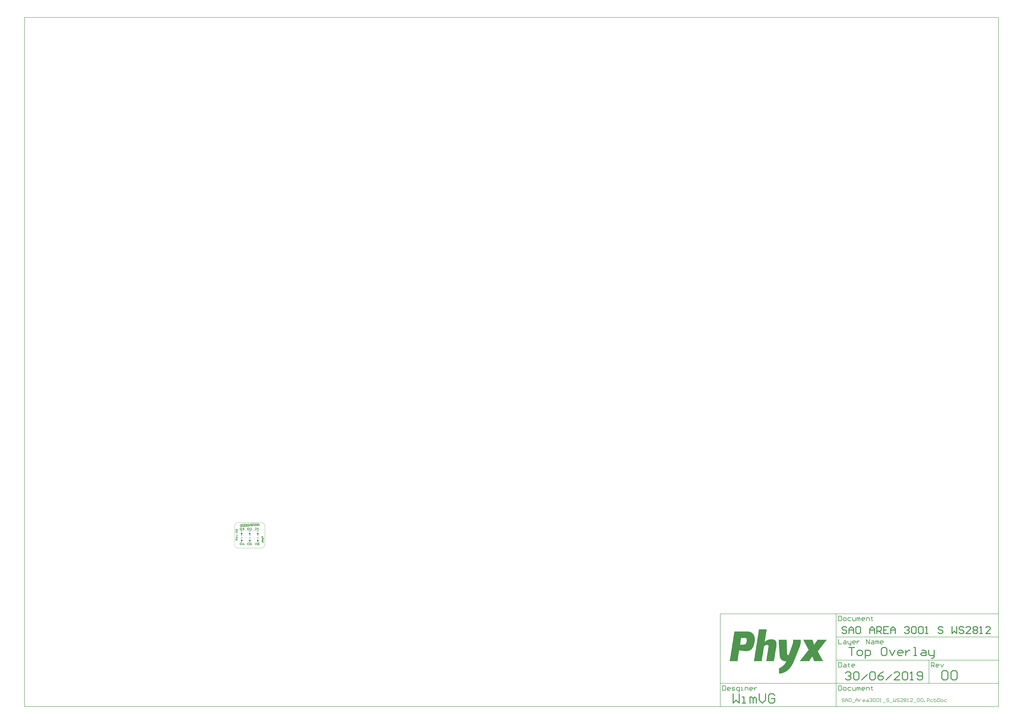
<source format=gto>
G04*
G04 #@! TF.GenerationSoftware,Altium Limited,Altium Designer,18.1.11 (251)*
G04*
G04 Layer_Color=65535*
%FSLAX25Y25*%
%MOIN*%
G70*
G01*
G75*
%ADD10C,0.01000*%
%ADD11C,0.00591*%
%ADD12C,0.01575*%
%ADD13R,0.00787X0.00787*%
%ADD14R,0.03150X0.03150*%
%ADD15C,0.00394*%
%ADD16C,0.00787*%
%ADD17C,0.00984*%
G36*
X24585Y40888D02*
X25028Y40911D01*
X25051Y40475D01*
X25490Y40498D01*
X25513Y40050D01*
X25537Y39605D01*
X25560Y39160D01*
X25583Y38712D01*
X25607Y38266D01*
X25630Y37823D01*
X25653Y37387D01*
X25676Y36946D01*
X23901Y36853D01*
X23878Y37294D01*
X23430Y37271D01*
X23453Y36830D01*
X21679Y36737D01*
X21656Y37178D01*
X21646Y37177D01*
X21669Y36737D01*
X17672Y36527D01*
X17649Y36968D01*
X17640Y36967D01*
X17663Y36527D01*
X15888Y36434D01*
X15865Y36874D01*
X15417Y36851D01*
X15440Y36410D01*
X13666Y36317D01*
X13643Y36758D01*
X13633Y36757D01*
X13656Y36316D01*
X11882Y36224D01*
X11858Y36664D01*
X11411Y36641D01*
X11434Y36200D01*
X9659Y36107D01*
X9636Y36548D01*
X9191Y36524D01*
X9168Y36960D01*
X9145Y37404D01*
X9121Y37849D01*
X9098Y38297D01*
X9075Y38742D01*
X9051Y39188D01*
X9028Y39635D01*
X9005Y40071D01*
X9450Y40095D01*
X9427Y40543D01*
X12542Y40706D01*
X12566Y40258D01*
X13009Y40281D01*
X13032Y39845D01*
X13034Y39845D01*
X13011Y40281D01*
X12988Y40729D01*
X16549Y40916D01*
X16572Y40468D01*
X17016Y40491D01*
X17038Y40055D01*
X17041Y40055D01*
X17018Y40491D01*
X16994Y40939D01*
X20999Y41149D01*
X21022Y40701D01*
X21024Y40701D01*
X21470Y40725D01*
X21446Y41172D01*
X24562Y41336D01*
X24585Y40888D01*
D02*
G37*
G36*
X40984Y41747D02*
X41429Y41771D01*
X41452Y41335D01*
X41475Y40887D01*
X41499Y40441D01*
X41522Y39996D01*
X41546Y39548D01*
X41993Y39572D01*
X42017Y39126D01*
X42460Y39149D01*
X42483Y38706D01*
X42506Y38270D01*
X42529Y37830D01*
X38970Y37643D01*
X38947Y38084D01*
X38502Y38061D01*
X38499Y38060D01*
X38522Y37620D01*
X35409Y37457D01*
X35386Y37897D01*
X34941Y37874D01*
X34918Y38310D01*
X34908Y38309D01*
X34931Y37873D01*
X34493Y37850D01*
X34516Y37410D01*
X31403Y37247D01*
X31380Y37687D01*
X30934Y37664D01*
X30911Y38100D01*
X30902Y38100D01*
X30925Y37663D01*
X30486Y37641D01*
X30509Y37200D01*
X27396Y37037D01*
X27373Y37477D01*
X26928Y37454D01*
X26905Y37890D01*
X26459Y37867D01*
X26436Y38310D01*
X26413Y38755D01*
X26389Y39203D01*
X26835Y39226D01*
X26812Y39672D01*
X26366Y39648D01*
X26343Y40094D01*
X26319Y40542D01*
X26296Y40978D01*
X26742Y41001D01*
X26718Y41449D01*
X29834Y41612D01*
X29858Y41164D01*
X30301Y41187D01*
X30323Y40751D01*
X30326Y40751D01*
X30303Y41188D01*
X30748Y41211D01*
X30725Y41659D01*
X33841Y41822D01*
X33864Y41374D01*
X34307Y41397D01*
X34330Y40961D01*
X34332Y40962D01*
X34309Y41398D01*
X34755Y41421D01*
X34731Y41869D01*
X37847Y42032D01*
X37870Y41584D01*
X38313Y41607D01*
X38336Y41171D01*
X38775Y41194D01*
X38798Y40747D01*
X38822Y40301D01*
X38845Y39856D01*
X38868Y39408D01*
X39323Y39432D01*
X39300Y39880D01*
X39276Y40325D01*
X38831Y40302D01*
X38808Y40747D01*
X38784Y41195D01*
X38761Y41631D01*
X39207Y41654D01*
X39183Y42102D01*
X40960Y42195D01*
X40984Y41747D01*
D02*
G37*
G36*
X16080Y33901D02*
X15181Y32874D01*
X15188D01*
X15203Y32871D01*
X15232Y32863D01*
X15268Y32856D01*
X15312Y32845D01*
X15363Y32831D01*
X15417Y32816D01*
X15479Y32794D01*
X15541Y32769D01*
X15607Y32743D01*
X15672Y32710D01*
X15742Y32674D01*
X15807Y32634D01*
X15869Y32590D01*
X15927Y32539D01*
X15982Y32485D01*
X15985Y32481D01*
X15993Y32470D01*
X16007Y32452D01*
X16025Y32430D01*
X16047Y32401D01*
X16069Y32365D01*
X16095Y32324D01*
X16124Y32277D01*
X16149Y32223D01*
X16175Y32168D01*
X16196Y32106D01*
X16218Y32037D01*
X16237Y31968D01*
X16251Y31891D01*
X16258Y31815D01*
X16262Y31731D01*
Y31728D01*
Y31717D01*
Y31699D01*
X16258Y31673D01*
Y31640D01*
X16251Y31604D01*
X16248Y31564D01*
X16240Y31520D01*
X16218Y31422D01*
X16186Y31313D01*
X16164Y31254D01*
X16142Y31200D01*
X16113Y31141D01*
X16080Y31087D01*
X16076Y31083D01*
X16073Y31076D01*
X16062Y31058D01*
X16047Y31040D01*
X16025Y31014D01*
X16004Y30985D01*
X15974Y30952D01*
X15942Y30920D01*
X15905Y30883D01*
X15865Y30847D01*
X15818Y30807D01*
X15767Y30767D01*
X15712Y30730D01*
X15654Y30690D01*
X15592Y30654D01*
X15523Y30621D01*
X15519Y30617D01*
X15505Y30614D01*
X15487Y30606D01*
X15458Y30595D01*
X15421Y30581D01*
X15378Y30566D01*
X15327Y30552D01*
X15268Y30534D01*
X15206Y30519D01*
X15137Y30501D01*
X15061Y30486D01*
X14981Y30475D01*
X14897Y30461D01*
X14806Y30454D01*
X14708Y30450D01*
X14609Y30446D01*
X14569D01*
X14537Y30450D01*
X14500D01*
X14453Y30454D01*
X14402Y30457D01*
X14347Y30461D01*
X14286Y30465D01*
X14220Y30472D01*
X14082Y30494D01*
X13932Y30519D01*
X13780Y30555D01*
X13776D01*
X13761Y30559D01*
X13739Y30566D01*
X13710Y30577D01*
X13678Y30588D01*
X13638Y30599D01*
X13590Y30617D01*
X13539Y30636D01*
X13434Y30679D01*
X13317Y30734D01*
X13201Y30796D01*
X13092Y30869D01*
X13448Y31575D01*
X13452Y31571D01*
X13459Y31567D01*
X13470Y31560D01*
X13488Y31546D01*
X13510Y31531D01*
X13536Y31516D01*
X13565Y31498D01*
X13598Y31476D01*
X13674Y31436D01*
X13765Y31389D01*
X13863Y31349D01*
X13972Y31309D01*
X13976D01*
X13987Y31305D01*
X14002Y31302D01*
X14023Y31294D01*
X14052Y31287D01*
X14085Y31280D01*
X14122Y31273D01*
X14162Y31265D01*
X14209Y31254D01*
X14256Y31247D01*
X14358Y31233D01*
X14471Y31222D01*
X14588Y31218D01*
X14620D01*
X14646Y31222D01*
X14675D01*
X14708Y31225D01*
X14744Y31229D01*
X14784Y31236D01*
X14872Y31251D01*
X14963Y31273D01*
X15054Y31305D01*
X15134Y31349D01*
X15137D01*
X15141Y31356D01*
X15166Y31374D01*
X15195Y31404D01*
X15236Y31447D01*
X15272Y31502D01*
X15301Y31567D01*
X15327Y31644D01*
X15330Y31688D01*
X15334Y31731D01*
Y31738D01*
Y31753D01*
X15330Y31775D01*
X15323Y31808D01*
X15312Y31844D01*
X15294Y31884D01*
X15272Y31931D01*
X15239Y31975D01*
X15203Y32022D01*
X15152Y32066D01*
X15090Y32106D01*
X15021Y32142D01*
X14933Y32175D01*
X14886Y32186D01*
X14835Y32197D01*
X14777Y32208D01*
X14719Y32215D01*
X14657Y32219D01*
X14165D01*
Y32831D01*
X14984Y33759D01*
X13288D01*
Y34501D01*
X16080D01*
Y33901D01*
D02*
G37*
G36*
X40444Y30512D02*
X39523D01*
Y33759D01*
X38722D01*
Y34501D01*
X40444D01*
Y30512D01*
D02*
G37*
G36*
X36367Y34498D02*
X36425Y34494D01*
X36491Y34487D01*
X36564Y34479D01*
X36647Y34468D01*
X36735Y34458D01*
X36826Y34439D01*
X36920Y34421D01*
X37019Y34396D01*
X37117Y34367D01*
X37215Y34334D01*
X37314Y34294D01*
X37408Y34250D01*
X37415Y34246D01*
X37430Y34239D01*
X37455Y34225D01*
X37492Y34203D01*
X37532Y34177D01*
X37579Y34148D01*
X37634Y34112D01*
X37692Y34072D01*
X37754Y34024D01*
X37816Y33970D01*
X37881Y33915D01*
X37947Y33850D01*
X38009Y33784D01*
X38071Y33711D01*
X38129Y33635D01*
X38184Y33551D01*
X38187Y33548D01*
X38194Y33529D01*
X38209Y33507D01*
X38227Y33471D01*
X38249Y33427D01*
X38271Y33377D01*
X38296Y33318D01*
X38322Y33253D01*
X38347Y33180D01*
X38373Y33100D01*
X38395Y33013D01*
X38416Y32921D01*
X38435Y32823D01*
X38449Y32721D01*
X38456Y32616D01*
X38460Y32506D01*
Y32499D01*
Y32481D01*
Y32448D01*
X38456Y32405D01*
X38453Y32354D01*
X38445Y32292D01*
X38438Y32226D01*
X38427Y32150D01*
X38413Y32070D01*
X38391Y31986D01*
X38369Y31899D01*
X38344Y31811D01*
X38311Y31720D01*
X38274Y31629D01*
X38231Y31542D01*
X38184Y31455D01*
X38180Y31451D01*
X38169Y31436D01*
X38154Y31411D01*
X38133Y31382D01*
X38103Y31342D01*
X38071Y31302D01*
X38031Y31251D01*
X37983Y31200D01*
X37932Y31145D01*
X37874Y31087D01*
X37808Y31029D01*
X37739Y30974D01*
X37667Y30916D01*
X37587Y30861D01*
X37499Y30807D01*
X37408Y30759D01*
X37401Y30756D01*
X37386Y30748D01*
X37357Y30738D01*
X37321Y30719D01*
X37273Y30701D01*
X37215Y30683D01*
X37150Y30657D01*
X37077Y30636D01*
X36997Y30614D01*
X36909Y30592D01*
X36815Y30570D01*
X36713Y30552D01*
X36607Y30534D01*
X36494Y30523D01*
X36378Y30515D01*
X36258Y30512D01*
X34445D01*
Y34501D01*
X36320D01*
X36367Y34498D01*
D02*
G37*
G36*
X27554Y34563D02*
X27590D01*
X27638Y34560D01*
X27689Y34556D01*
X27743Y34549D01*
X27801Y34541D01*
X27863Y34530D01*
X27994Y34505D01*
X28129Y34468D01*
X28256Y34421D01*
X28260D01*
X28271Y34414D01*
X28289Y34407D01*
X28311Y34396D01*
X28340Y34381D01*
X28373Y34363D01*
X28446Y34316D01*
X28530Y34261D01*
X28617Y34188D01*
X28701Y34108D01*
X28777Y34014D01*
X28781Y34010D01*
X28784Y34003D01*
X28795Y33988D01*
X28806Y33966D01*
X28821Y33941D01*
X28835Y33912D01*
X28853Y33875D01*
X28872Y33835D01*
X28886Y33791D01*
X28904Y33744D01*
X28919Y33693D01*
X28934Y33639D01*
X28955Y33518D01*
X28959Y33453D01*
X28963Y33387D01*
Y33384D01*
Y33373D01*
Y33355D01*
X28959Y33333D01*
Y33304D01*
X28955Y33271D01*
X28952Y33231D01*
X28945Y33191D01*
X28930Y33096D01*
X28904Y32994D01*
X28872Y32885D01*
X28824Y32776D01*
Y32772D01*
X28817Y32761D01*
X28810Y32747D01*
X28795Y32725D01*
X28781Y32699D01*
X28759Y32667D01*
X28737Y32630D01*
X28708Y32590D01*
X28672Y32543D01*
X28635Y32492D01*
X28591Y32441D01*
X28540Y32383D01*
X28490Y32324D01*
X28428Y32259D01*
X28362Y32197D01*
X28293Y32128D01*
X27376Y31262D01*
X29094D01*
Y30512D01*
X26076D01*
Y31109D01*
X27616Y32561D01*
X27619Y32565D01*
X27627Y32572D01*
X27638Y32583D01*
X27656Y32601D01*
X27674Y32619D01*
X27696Y32645D01*
X27747Y32699D01*
X27801Y32761D01*
X27856Y32827D01*
X27907Y32896D01*
X27925Y32929D01*
X27944Y32961D01*
Y32965D01*
X27947Y32969D01*
X27958Y32991D01*
X27973Y33023D01*
X27987Y33067D01*
X28002Y33118D01*
X28016Y33176D01*
X28027Y33235D01*
X28031Y33296D01*
Y33300D01*
Y33307D01*
Y33318D01*
X28027Y33336D01*
X28023Y33380D01*
X28009Y33431D01*
X27991Y33493D01*
X27962Y33551D01*
X27922Y33613D01*
X27896Y33639D01*
X27867Y33664D01*
X27860Y33671D01*
X27849Y33675D01*
X27838Y33686D01*
X27820Y33693D01*
X27801Y33704D01*
X27776Y33719D01*
X27747Y33730D01*
X27718Y33740D01*
X27681Y33755D01*
X27641Y33766D01*
X27601Y33773D01*
X27503Y33788D01*
X27394Y33795D01*
X27350D01*
X27328Y33791D01*
X27299D01*
X27237Y33784D01*
X27165Y33770D01*
X27084Y33751D01*
X27001Y33726D01*
X26921Y33693D01*
X26917D01*
X26910Y33689D01*
X26899Y33682D01*
X26884Y33675D01*
X26848Y33653D01*
X26797Y33620D01*
X26742Y33577D01*
X26684Y33526D01*
X26622Y33464D01*
X26568Y33395D01*
X25894Y33828D01*
X25898Y33832D01*
X25905Y33842D01*
X25920Y33861D01*
X25938Y33886D01*
X25960Y33915D01*
X25989Y33948D01*
X26025Y33984D01*
X26062Y34024D01*
X26105Y34068D01*
X26153Y34112D01*
X26207Y34159D01*
X26265Y34203D01*
X26327Y34246D01*
X26393Y34290D01*
X26462Y34330D01*
X26538Y34370D01*
X26542Y34374D01*
X26557Y34378D01*
X26579Y34388D01*
X26611Y34399D01*
X26651Y34418D01*
X26695Y34432D01*
X26750Y34450D01*
X26811Y34468D01*
X26877Y34487D01*
X26950Y34505D01*
X27026Y34523D01*
X27110Y34538D01*
X27194Y34549D01*
X27285Y34560D01*
X27379Y34563D01*
X27477Y34567D01*
X27521D01*
X27554Y34563D01*
D02*
G37*
G36*
X23572Y34498D02*
X23630Y34494D01*
X23696Y34487D01*
X23768Y34479D01*
X23852Y34468D01*
X23939Y34458D01*
X24031Y34439D01*
X24125Y34421D01*
X24223Y34396D01*
X24322Y34367D01*
X24420Y34334D01*
X24518Y34294D01*
X24613Y34250D01*
X24620Y34246D01*
X24635Y34239D01*
X24660Y34225D01*
X24697Y34203D01*
X24737Y34177D01*
X24784Y34148D01*
X24838Y34112D01*
X24897Y34072D01*
X24959Y34024D01*
X25021Y33970D01*
X25086Y33915D01*
X25152Y33850D01*
X25214Y33784D01*
X25275Y33711D01*
X25334Y33635D01*
X25388Y33551D01*
X25392Y33548D01*
X25399Y33529D01*
X25414Y33507D01*
X25432Y33471D01*
X25454Y33427D01*
X25475Y33377D01*
X25501Y33318D01*
X25526Y33253D01*
X25552Y33180D01*
X25578Y33100D01*
X25599Y33013D01*
X25621Y32921D01*
X25639Y32823D01*
X25654Y32721D01*
X25661Y32616D01*
X25665Y32506D01*
Y32499D01*
Y32481D01*
Y32448D01*
X25661Y32405D01*
X25657Y32354D01*
X25650Y32292D01*
X25643Y32226D01*
X25632Y32150D01*
X25618Y32070D01*
X25596Y31986D01*
X25574Y31899D01*
X25548Y31811D01*
X25516Y31720D01*
X25479Y31629D01*
X25436Y31542D01*
X25388Y31455D01*
X25385Y31451D01*
X25374Y31436D01*
X25359Y31411D01*
X25337Y31382D01*
X25308Y31342D01*
X25275Y31302D01*
X25235Y31251D01*
X25188Y31200D01*
X25137Y31145D01*
X25079Y31087D01*
X25013Y31029D01*
X24944Y30974D01*
X24871Y30916D01*
X24791Y30861D01*
X24704Y30807D01*
X24613Y30759D01*
X24606Y30756D01*
X24591Y30748D01*
X24562Y30738D01*
X24525Y30719D01*
X24478Y30701D01*
X24420Y30683D01*
X24354Y30657D01*
X24282Y30636D01*
X24202Y30614D01*
X24114Y30592D01*
X24020Y30570D01*
X23918Y30552D01*
X23812Y30534D01*
X23699Y30523D01*
X23583Y30515D01*
X23463Y30512D01*
X21650D01*
Y34501D01*
X23525D01*
X23572Y34498D01*
D02*
G37*
G36*
X10777D02*
X10835Y34494D01*
X10900Y34487D01*
X10973Y34479D01*
X11057Y34468D01*
X11144Y34458D01*
X11235Y34439D01*
X11330Y34421D01*
X11428Y34396D01*
X11526Y34367D01*
X11625Y34334D01*
X11723Y34294D01*
X11818Y34250D01*
X11825Y34246D01*
X11839Y34239D01*
X11865Y34225D01*
X11901Y34203D01*
X11941Y34177D01*
X11989Y34148D01*
X12043Y34112D01*
X12101Y34072D01*
X12163Y34024D01*
X12225Y33970D01*
X12291Y33915D01*
X12356Y33850D01*
X12418Y33784D01*
X12480Y33711D01*
X12538Y33635D01*
X12593Y33551D01*
X12597Y33548D01*
X12604Y33529D01*
X12618Y33507D01*
X12637Y33471D01*
X12658Y33427D01*
X12680Y33377D01*
X12706Y33318D01*
X12731Y33253D01*
X12757Y33180D01*
X12782Y33100D01*
X12804Y33013D01*
X12826Y32921D01*
X12844Y32823D01*
X12859Y32721D01*
X12866Y32616D01*
X12870Y32506D01*
Y32499D01*
Y32481D01*
Y32448D01*
X12866Y32405D01*
X12862Y32354D01*
X12855Y32292D01*
X12848Y32226D01*
X12837Y32150D01*
X12822Y32070D01*
X12800Y31986D01*
X12778Y31899D01*
X12753Y31811D01*
X12720Y31720D01*
X12684Y31629D01*
X12640Y31542D01*
X12593Y31455D01*
X12589Y31451D01*
X12578Y31436D01*
X12564Y31411D01*
X12542Y31382D01*
X12513Y31342D01*
X12480Y31302D01*
X12440Y31251D01*
X12393Y31200D01*
X12342Y31145D01*
X12284Y31087D01*
X12218Y31029D01*
X12149Y30974D01*
X12076Y30916D01*
X11996Y30861D01*
X11909Y30807D01*
X11818Y30759D01*
X11810Y30756D01*
X11796Y30748D01*
X11767Y30738D01*
X11730Y30719D01*
X11683Y30701D01*
X11625Y30683D01*
X11559Y30657D01*
X11486Y30636D01*
X11406Y30614D01*
X11319Y30592D01*
X11224Y30570D01*
X11122Y30552D01*
X11017Y30534D01*
X10904Y30523D01*
X10787Y30515D01*
X10667Y30512D01*
X8855D01*
Y34501D01*
X10729D01*
X10777Y34498D01*
D02*
G37*
G36*
X3321Y32311D02*
X3370Y32308D01*
X3429Y32305D01*
X3494Y32298D01*
X3563Y32292D01*
X3642Y32279D01*
X3721Y32265D01*
X3806Y32252D01*
X3888Y32233D01*
X3973Y32210D01*
X4059Y32183D01*
X4141Y32154D01*
X4223Y32118D01*
X4226Y32115D01*
X4242Y32108D01*
X4262Y32098D01*
X4292Y32082D01*
X4328Y32062D01*
X4367Y32036D01*
X4413Y32010D01*
X4459Y31977D01*
X4511Y31937D01*
X4564Y31898D01*
X4616Y31852D01*
X4669Y31803D01*
X4721Y31751D01*
X4770Y31695D01*
X4820Y31636D01*
X4862Y31570D01*
X4865Y31567D01*
X4872Y31554D01*
X4882Y31534D01*
X4895Y31508D01*
X4911Y31475D01*
X4931Y31436D01*
X4951Y31390D01*
X4970Y31341D01*
X4990Y31285D01*
X5010Y31222D01*
X5029Y31157D01*
X5046Y31088D01*
X5059Y31012D01*
X5069Y30937D01*
X5076Y30855D01*
X5079Y30773D01*
Y30730D01*
X5076Y30698D01*
X5072Y30658D01*
X5066Y30612D01*
X5059Y30563D01*
X5052Y30507D01*
X5039Y30445D01*
X5026Y30383D01*
X5010Y30317D01*
X4987Y30248D01*
X4964Y30179D01*
X4934Y30110D01*
X4902Y30042D01*
X4862Y29976D01*
X4859Y29973D01*
X4852Y29960D01*
X4839Y29943D01*
X4820Y29920D01*
X4800Y29891D01*
X4770Y29855D01*
X4738Y29818D01*
X4698Y29779D01*
X4656Y29733D01*
X4610Y29691D01*
X4557Y29645D01*
X4498Y29599D01*
X4436Y29556D01*
X4370Y29510D01*
X4298Y29471D01*
X4223Y29432D01*
X4216Y29428D01*
X4203Y29422D01*
X4180Y29412D01*
X4147Y29402D01*
X4108Y29386D01*
X4059Y29369D01*
X4003Y29353D01*
X3941Y29333D01*
X3872Y29313D01*
X3793Y29297D01*
X3711Y29281D01*
X3622Y29264D01*
X3531Y29254D01*
X3432Y29245D01*
X3331Y29238D01*
X3222Y29235D01*
X3219D01*
X3216D01*
X3196D01*
X3167D01*
X3124Y29238D01*
X3075Y29241D01*
X3016Y29245D01*
X2950Y29251D01*
X2881Y29261D01*
X2802Y29271D01*
X2724Y29284D01*
X2642Y29300D01*
X2556Y29317D01*
X2471Y29340D01*
X2386Y29366D01*
X2304Y29395D01*
X2225Y29432D01*
X2222Y29435D01*
X2206Y29441D01*
X2186Y29451D01*
X2156Y29468D01*
X2120Y29487D01*
X2081Y29513D01*
X2035Y29540D01*
X1989Y29573D01*
X1936Y29609D01*
X1884Y29651D01*
X1832Y29697D01*
X1779Y29743D01*
X1727Y29796D01*
X1677Y29851D01*
X1628Y29914D01*
X1585Y29976D01*
X1582Y29979D01*
X1576Y29992D01*
X1566Y30012D01*
X1550Y30038D01*
X1533Y30071D01*
X1517Y30110D01*
X1497Y30156D01*
X1474Y30209D01*
X1454Y30265D01*
X1435Y30324D01*
X1418Y30389D01*
X1399Y30461D01*
X1385Y30534D01*
X1376Y30612D01*
X1369Y30691D01*
X1366Y30773D01*
Y30816D01*
X1369Y30849D01*
X1372Y30888D01*
X1379Y30934D01*
X1385Y30986D01*
X1392Y31042D01*
X1405Y31101D01*
X1418Y31167D01*
X1438Y31232D01*
X1458Y31298D01*
X1484Y31367D01*
X1513Y31436D01*
X1546Y31504D01*
X1585Y31570D01*
X1589Y31573D01*
X1595Y31587D01*
X1609Y31603D01*
X1625Y31629D01*
X1648Y31659D01*
X1677Y31691D01*
X1710Y31731D01*
X1746Y31770D01*
X1789Y31813D01*
X1838Y31859D01*
X1891Y31905D01*
X1946Y31951D01*
X2009Y31993D01*
X2077Y32039D01*
X2150Y32078D01*
X2225Y32118D01*
X2228Y32121D01*
X2245Y32128D01*
X2268Y32138D01*
X2301Y32147D01*
X2340Y32164D01*
X2386Y32180D01*
X2442Y32197D01*
X2507Y32216D01*
X2576Y32236D01*
X2651Y32252D01*
X2733Y32269D01*
X2822Y32285D01*
X2914Y32295D01*
X3012Y32305D01*
X3114Y32311D01*
X3222Y32315D01*
X3229D01*
X3249D01*
X3278D01*
X3321Y32311D01*
D02*
G37*
G36*
Y28825D02*
X3370Y28821D01*
X3429Y28818D01*
X3494Y28812D01*
X3563Y28805D01*
X3642Y28792D01*
X3721Y28779D01*
X3806Y28766D01*
X3888Y28746D01*
X3973Y28723D01*
X4059Y28697D01*
X4141Y28667D01*
X4223Y28631D01*
X4226Y28628D01*
X4242Y28621D01*
X4262Y28611D01*
X4292Y28595D01*
X4328Y28575D01*
X4367Y28549D01*
X4413Y28523D01*
X4459Y28490D01*
X4511Y28451D01*
X4564Y28411D01*
X4616Y28365D01*
X4669Y28316D01*
X4721Y28264D01*
X4770Y28208D01*
X4820Y28149D01*
X4862Y28083D01*
X4865Y28080D01*
X4872Y28067D01*
X4882Y28047D01*
X4895Y28021D01*
X4911Y27988D01*
X4931Y27949D01*
X4951Y27903D01*
X4970Y27854D01*
X4990Y27798D01*
X5010Y27736D01*
X5029Y27670D01*
X5046Y27601D01*
X5059Y27526D01*
X5069Y27450D01*
X5076Y27368D01*
X5079Y27286D01*
Y27244D01*
X5076Y27211D01*
X5072Y27172D01*
X5066Y27126D01*
X5059Y27077D01*
X5052Y27021D01*
X5039Y26958D01*
X5026Y26896D01*
X5010Y26831D01*
X4987Y26762D01*
X4964Y26693D01*
X4934Y26624D01*
X4902Y26555D01*
X4862Y26489D01*
X4859Y26486D01*
X4852Y26473D01*
X4839Y26456D01*
X4820Y26434D01*
X4800Y26404D01*
X4770Y26368D01*
X4738Y26332D01*
X4698Y26292D01*
X4656Y26247D01*
X4610Y26204D01*
X4557Y26158D01*
X4498Y26112D01*
X4436Y26070D01*
X4370Y26024D01*
X4298Y25984D01*
X4223Y25945D01*
X4216Y25942D01*
X4203Y25935D01*
X4180Y25925D01*
X4147Y25915D01*
X4108Y25899D01*
X4059Y25883D01*
X4003Y25866D01*
X3941Y25846D01*
X3872Y25827D01*
X3793Y25810D01*
X3711Y25794D01*
X3622Y25778D01*
X3531Y25768D01*
X3432Y25758D01*
X3331Y25751D01*
X3222Y25748D01*
X3219D01*
X3216D01*
X3196D01*
X3167D01*
X3124Y25751D01*
X3075Y25755D01*
X3016Y25758D01*
X2950Y25765D01*
X2881Y25774D01*
X2802Y25784D01*
X2724Y25797D01*
X2642Y25814D01*
X2556Y25830D01*
X2471Y25853D01*
X2386Y25879D01*
X2304Y25909D01*
X2225Y25945D01*
X2222Y25948D01*
X2206Y25955D01*
X2186Y25965D01*
X2156Y25981D01*
X2120Y26001D01*
X2081Y26027D01*
X2035Y26053D01*
X1989Y26086D01*
X1936Y26122D01*
X1884Y26165D01*
X1832Y26211D01*
X1779Y26256D01*
X1727Y26309D01*
X1677Y26365D01*
X1628Y26427D01*
X1585Y26489D01*
X1582Y26493D01*
X1576Y26506D01*
X1566Y26525D01*
X1550Y26552D01*
X1533Y26585D01*
X1517Y26624D01*
X1497Y26670D01*
X1474Y26722D01*
X1454Y26778D01*
X1435Y26837D01*
X1418Y26903D01*
X1399Y26975D01*
X1385Y27047D01*
X1376Y27126D01*
X1369Y27204D01*
X1366Y27286D01*
Y27329D01*
X1369Y27362D01*
X1372Y27401D01*
X1379Y27447D01*
X1385Y27500D01*
X1392Y27555D01*
X1405Y27614D01*
X1418Y27680D01*
X1438Y27746D01*
X1458Y27811D01*
X1484Y27880D01*
X1513Y27949D01*
X1546Y28018D01*
X1585Y28083D01*
X1589Y28087D01*
X1595Y28100D01*
X1609Y28116D01*
X1625Y28142D01*
X1648Y28172D01*
X1677Y28205D01*
X1710Y28244D01*
X1746Y28284D01*
X1789Y28326D01*
X1838Y28372D01*
X1891Y28418D01*
X1946Y28464D01*
X2009Y28506D01*
X2077Y28552D01*
X2150Y28592D01*
X2225Y28631D01*
X2228Y28635D01*
X2245Y28641D01*
X2268Y28651D01*
X2301Y28661D01*
X2340Y28677D01*
X2386Y28694D01*
X2442Y28710D01*
X2507Y28730D01*
X2576Y28749D01*
X2651Y28766D01*
X2733Y28782D01*
X2822Y28798D01*
X2914Y28808D01*
X3012Y28818D01*
X3114Y28825D01*
X3222Y28828D01*
X3229D01*
X3249D01*
X3278D01*
X3321Y28825D01*
D02*
G37*
G36*
X4597Y23918D02*
X4613D01*
X4636Y23914D01*
X4685Y23905D01*
X4741Y23885D01*
X4800Y23859D01*
X4862Y23826D01*
X4888Y23803D01*
X4918Y23777D01*
X4925Y23770D01*
X4941Y23751D01*
X4964Y23721D01*
X4987Y23678D01*
X5013Y23626D01*
X5036Y23567D01*
X5052Y23498D01*
X5056Y23462D01*
X5059Y23423D01*
Y23403D01*
X5056Y23386D01*
Y23370D01*
X5052Y23347D01*
X5043Y23298D01*
X5023Y23242D01*
X5000Y23183D01*
X4964Y23121D01*
X4944Y23095D01*
X4918Y23065D01*
X4915D01*
X4911Y23058D01*
X4892Y23042D01*
X4862Y23019D01*
X4820Y22996D01*
X4767Y22970D01*
X4705Y22947D01*
X4636Y22930D01*
X4600Y22927D01*
X4561Y22924D01*
X4557D01*
X4551D01*
X4538D01*
X4524Y22927D01*
X4505D01*
X4482Y22930D01*
X4433Y22940D01*
X4374Y22960D01*
X4315Y22983D01*
X4255Y23019D01*
X4229Y23039D01*
X4203Y23065D01*
X4200Y23068D01*
X4196Y23072D01*
X4180Y23091D01*
X4160Y23121D01*
X4134Y23163D01*
X4108Y23216D01*
X4088Y23278D01*
X4072Y23347D01*
X4065Y23423D01*
Y23442D01*
X4069Y23459D01*
Y23475D01*
X4072Y23498D01*
X4082Y23547D01*
X4098Y23603D01*
X4124Y23662D01*
X4157Y23721D01*
X4203Y23777D01*
Y23780D01*
X4210Y23783D01*
X4226Y23800D01*
X4259Y23823D01*
X4298Y23849D01*
X4351Y23875D01*
X4410Y23898D01*
X4482Y23914D01*
X4521Y23921D01*
X4561D01*
X4564D01*
X4570D01*
X4580D01*
X4597Y23918D01*
D02*
G37*
G36*
X48116Y19506D02*
X48096Y19502D01*
X48100Y19482D01*
X48079Y19478D01*
X48059Y19474D01*
X48039Y19470D01*
X48043Y19450D01*
X48023Y19446D01*
X48002Y19442D01*
X47982Y19438D01*
X47986Y19418D01*
X47966Y19414D01*
X47946Y19410D01*
X47949Y19390D01*
X47929Y19386D01*
X47909Y19382D01*
X47889Y19378D01*
X47893Y19358D01*
X47872Y19354D01*
X47852Y19350D01*
X47832Y19346D01*
X47836Y19326D01*
X47816Y19322D01*
X47796Y19318D01*
X47799Y19298D01*
X47779Y19294D01*
X47759Y19290D01*
X47739Y19286D01*
X47743Y19266D01*
X47722Y19262D01*
X47702Y19258D01*
X47682Y19254D01*
X47686Y19234D01*
X47666Y19230D01*
X47645Y19226D01*
X47625Y19222D01*
X47629Y19202D01*
X47609Y19198D01*
X47617Y19157D01*
X47637Y19161D01*
X47657Y19165D01*
X47661Y19145D01*
X47681Y19149D01*
X47685Y19128D01*
X47706Y19132D01*
X47726Y19136D01*
X47730Y19116D01*
X47750Y19120D01*
X47754Y19100D01*
X47774Y19104D01*
X47794Y19108D01*
X47798Y19087D01*
X47818Y19091D01*
X47822Y19071D01*
X47843Y19075D01*
X47863Y19079D01*
X47867Y19059D01*
X47887Y19063D01*
X47891Y19042D01*
X47911Y19046D01*
X47915Y19026D01*
X47936Y19030D01*
X47956Y19034D01*
X47960Y19014D01*
X47980Y19018D01*
X47984Y18997D01*
X48004Y19001D01*
X48024Y19005D01*
X48028Y18985D01*
X48048Y18989D01*
X48052Y18969D01*
X48073Y18973D01*
X48093Y18977D01*
X48097Y18956D01*
X48117Y18960D01*
X48121Y18940D01*
X48141Y18944D01*
X48162Y18948D01*
X48165Y18928D01*
X48186Y18932D01*
X48190Y18911D01*
X48210Y18915D01*
X48230Y18919D01*
X48450Y17786D01*
X48430Y17782D01*
X48426Y17802D01*
X48406Y17798D01*
X48402Y17818D01*
X48382Y17815D01*
X48378Y17835D01*
X48358Y17831D01*
X48354Y17851D01*
X48333Y17847D01*
X48313Y17843D01*
X48309Y17863D01*
X48289Y17860D01*
X48285Y17880D01*
X48265Y17876D01*
X48261Y17896D01*
X48241Y17892D01*
X48237Y17912D01*
X48217Y17908D01*
X48196Y17904D01*
X48192Y17925D01*
X48172Y17921D01*
X48168Y17941D01*
X48148Y17937D01*
X48144Y17957D01*
X48124Y17953D01*
X48103Y17949D01*
X48100Y17970D01*
X48079Y17966D01*
X48075Y17986D01*
X48055Y17982D01*
X48051Y18002D01*
X48031Y17998D01*
X48027Y18019D01*
X48007Y18015D01*
X47987Y18011D01*
X47983Y18031D01*
X47962Y18027D01*
X47958Y18047D01*
X47938Y18043D01*
X47934Y18064D01*
X47914Y18060D01*
X47910Y18080D01*
X47890Y18076D01*
X47870Y18072D01*
X47866Y18092D01*
X47846Y18088D01*
X47842Y18109D01*
X47821Y18105D01*
X47817Y18125D01*
X47797Y18121D01*
X47777Y18117D01*
X47773Y18137D01*
X47753Y18133D01*
X47749Y18154D01*
X47728Y18150D01*
X47725Y18170D01*
X47704Y18166D01*
X47700Y18186D01*
X47680Y18182D01*
X47660Y18178D01*
X47656Y18199D01*
X47636Y18195D01*
X47632Y18215D01*
X47612Y18211D01*
X47608Y18231D01*
X47587Y18227D01*
X47567Y18223D01*
X47563Y18244D01*
X47543Y18240D01*
X47539Y18260D01*
X47519Y18256D01*
X47515Y18276D01*
X47495Y18272D01*
X47491Y18292D01*
X47471Y18289D01*
X47450Y18284D01*
X47446Y18305D01*
X47426Y18301D01*
X47422Y18321D01*
X47402Y18317D01*
X47398Y18337D01*
X47378Y18334D01*
X47357Y18329D01*
X47354Y18350D01*
X47333Y18346D01*
X47329Y18366D01*
X47309Y18362D01*
X47305Y18382D01*
X47285Y18379D01*
X47281Y18399D01*
X47261Y18395D01*
X47240Y18391D01*
X47237Y18411D01*
X47216Y18407D01*
X47212Y18427D01*
X47192Y18423D01*
X47188Y18444D01*
X47168Y18440D01*
X47164Y18460D01*
X47144Y18456D01*
X47124Y18452D01*
X47120Y18472D01*
X47099Y18468D01*
X47096Y18489D01*
X47075Y18485D01*
X47071Y18505D01*
X47051Y18501D01*
X47031Y18497D01*
X47027Y18517D01*
X47007Y18513D01*
X47003Y18534D01*
X46982Y18530D01*
X46979Y18550D01*
X46958Y18546D01*
X46954Y18566D01*
X46934Y18562D01*
X46914Y18558D01*
X46910Y18579D01*
X46890Y18575D01*
X46870Y18571D01*
X46849Y18567D01*
X46853Y18547D01*
X46833Y18543D01*
X46837Y18522D01*
X46817Y18519D01*
X46796Y18515D01*
X46800Y18494D01*
X46780Y18490D01*
X46760Y18486D01*
X46764Y18466D01*
X46744Y18462D01*
X46723Y18458D01*
X46727Y18438D01*
X46707Y18434D01*
X46687Y18430D01*
X46691Y18410D01*
X46670Y18406D01*
X46650Y18402D01*
X46654Y18382D01*
X46634Y18378D01*
X46614Y18374D01*
X46618Y18354D01*
X46597Y18350D01*
X46601Y18330D01*
X46581Y18326D01*
X46561Y18322D01*
X46565Y18302D01*
X46545Y18297D01*
X46524Y18294D01*
X46528Y18273D01*
X46508Y18269D01*
X46488Y18266D01*
X46492Y18245D01*
X46471Y18241D01*
X46451Y18237D01*
X46455Y18217D01*
X46435Y18213D01*
X46415Y18209D01*
X46418Y18189D01*
X46398Y18185D01*
X46378Y18181D01*
X46382Y18161D01*
X46362Y18157D01*
X46366Y18137D01*
X46345Y18133D01*
X46325Y18129D01*
X46329Y18109D01*
X46309Y18105D01*
X46289Y18101D01*
X46293Y18080D01*
X46272Y18077D01*
X46252Y18073D01*
X46256Y18052D01*
X46236Y18048D01*
X46216Y18045D01*
X46220Y18024D01*
X46199Y18020D01*
X46179Y18016D01*
X46183Y17996D01*
X46163Y17992D01*
X46143Y17988D01*
X46146Y17968D01*
X46126Y17964D01*
X46106Y17960D01*
X46110Y17940D01*
X46090Y17936D01*
X46094Y17916D01*
X46073Y17912D01*
X46053Y17908D01*
X46057Y17888D01*
X46037Y17884D01*
X46016Y17880D01*
X46020Y17860D01*
X46000Y17856D01*
X45980Y17852D01*
X45984Y17831D01*
X45964Y17828D01*
X45943Y17824D01*
X45947Y17803D01*
X45927Y17799D01*
X45907Y17796D01*
X45911Y17775D01*
X45891Y17771D01*
X45870Y17767D01*
X45874Y17747D01*
X45854Y17743D01*
X45858Y17723D01*
X45838Y17719D01*
X45818Y17715D01*
X45821Y17695D01*
X45801Y17691D01*
X45585Y18804D01*
X45605Y18808D01*
X45601Y18828D01*
X45621Y18832D01*
X45642Y18836D01*
X45662Y18840D01*
X45658Y18860D01*
X45678Y18864D01*
X45698Y18868D01*
X45719Y18872D01*
X45715Y18892D01*
X45735Y18896D01*
X45755Y18900D01*
X45775Y18904D01*
X45772Y18925D01*
X45792Y18928D01*
X45812Y18932D01*
X45832Y18936D01*
X45828Y18957D01*
X45849Y18960D01*
X45869Y18964D01*
X45889Y18968D01*
X45885Y18989D01*
X45905Y18993D01*
X45926Y18996D01*
X45946Y19000D01*
X45942Y19021D01*
X45962Y19025D01*
X45982Y19028D01*
X46003Y19032D01*
X45999Y19053D01*
X46019Y19057D01*
X46039Y19060D01*
X46059Y19064D01*
X46055Y19085D01*
X46076Y19089D01*
X46096Y19093D01*
X46116Y19096D01*
X46136Y19100D01*
X46128Y19141D01*
X46108Y19137D01*
X46104Y19157D01*
X46084Y19153D01*
X46080Y19173D01*
X46060Y19170D01*
X46040Y19166D01*
X46036Y19186D01*
X46016Y19182D01*
X46012Y19202D01*
X45991Y19198D01*
X45971Y19194D01*
X45967Y19215D01*
X45947Y19211D01*
X45943Y19231D01*
X45923Y19227D01*
X45902Y19223D01*
X45899Y19243D01*
X45878Y19239D01*
X45874Y19260D01*
X45854Y19256D01*
X45834Y19252D01*
X45830Y19272D01*
X45810Y19268D01*
X45806Y19288D01*
X45786Y19284D01*
X45765Y19280D01*
X45761Y19301D01*
X45741Y19297D01*
X45737Y19317D01*
X45717Y19313D01*
X45697Y19309D01*
X45693Y19329D01*
X45673Y19325D01*
X45669Y19346D01*
X45648Y19342D01*
X45628Y19338D01*
X45624Y19358D01*
X45604Y19354D01*
X45600Y19374D01*
X45580Y19370D01*
X45560Y19366D01*
X45556Y19387D01*
X45535Y19383D01*
X45531Y19403D01*
X45511Y19399D01*
X45491Y19395D01*
X45487Y19415D01*
X45467Y19411D01*
X45250Y20525D01*
X45271Y20528D01*
X45275Y20508D01*
X45295Y20512D01*
X45299Y20492D01*
X45319Y20496D01*
X45339Y20500D01*
X45343Y20480D01*
X45363Y20483D01*
X45367Y20463D01*
X45388Y20467D01*
X45391Y20447D01*
X45412Y20451D01*
X45432Y20455D01*
X45436Y20435D01*
X45456Y20438D01*
X45460Y20418D01*
X45480Y20422D01*
X45484Y20402D01*
X45505Y20406D01*
X45508Y20386D01*
X45529Y20390D01*
X45549Y20393D01*
X45553Y20373D01*
X45573Y20377D01*
X45577Y20357D01*
X45597Y20361D01*
X45601Y20341D01*
X45621Y20345D01*
X45642Y20349D01*
X45646Y20328D01*
X45666Y20332D01*
X45670Y20312D01*
X45690Y20316D01*
X45694Y20296D01*
X45714Y20300D01*
X45718Y20279D01*
X45738Y20283D01*
X45759Y20287D01*
X45763Y20267D01*
X45783Y20271D01*
X45787Y20251D01*
X45807Y20255D01*
X45811Y20234D01*
X45831Y20238D01*
X45851Y20242D01*
X45855Y20222D01*
X45876Y20226D01*
X45880Y20206D01*
X45900Y20210D01*
X45904Y20189D01*
X45924Y20193D01*
X45944Y20197D01*
X45948Y20177D01*
X45968Y20181D01*
X45972Y20161D01*
X45992Y20165D01*
X45996Y20144D01*
X46017Y20148D01*
X46021Y20128D01*
X46041Y20132D01*
X46061Y20136D01*
X46065Y20116D01*
X46085Y20120D01*
X46089Y20099D01*
X46109Y20103D01*
X46113Y20083D01*
X46134Y20087D01*
X46154Y20091D01*
X46158Y20071D01*
X46178Y20075D01*
X46182Y20054D01*
X46202Y20058D01*
X46206Y20038D01*
X46226Y20042D01*
X46247Y20046D01*
X46251Y20026D01*
X46271Y20030D01*
X46275Y20009D01*
X46295Y20013D01*
X46299Y19993D01*
X46319Y19997D01*
X46323Y19977D01*
X46343Y19981D01*
X46364Y19985D01*
X46367Y19964D01*
X46388Y19969D01*
X46392Y19948D01*
X46412Y19952D01*
X46416Y19932D01*
X46436Y19936D01*
X46456Y19940D01*
X46460Y19920D01*
X46481Y19924D01*
X46484Y19903D01*
X46505Y19907D01*
X46509Y19887D01*
X46529Y19891D01*
X46549Y19895D01*
X46553Y19875D01*
X46573Y19879D01*
X46577Y19858D01*
X46597Y19862D01*
X46601Y19842D01*
X46622Y19846D01*
X46626Y19826D01*
X46646Y19830D01*
X46666Y19834D01*
X46670Y19813D01*
X46690Y19817D01*
X46694Y19797D01*
X46714Y19801D01*
X46718Y19781D01*
X46738Y19785D01*
X46759Y19789D01*
X46763Y19768D01*
X46783Y19772D01*
X46787Y19752D01*
X46807Y19756D01*
X46811Y19736D01*
X46831Y19740D01*
X46835Y19719D01*
X46856Y19723D01*
X46876Y19727D01*
X46872Y19748D01*
X46892Y19751D01*
X46912Y19755D01*
X46908Y19776D01*
X46929Y19780D01*
X46949Y19783D01*
X46945Y19804D01*
X46965Y19808D01*
X46961Y19828D01*
X46981Y19832D01*
X47002Y19836D01*
X46998Y19856D01*
X47018Y19860D01*
X47038Y19864D01*
X47034Y19884D01*
X47054Y19888D01*
X47075Y19892D01*
X47071Y19912D01*
X47091Y19916D01*
X47111Y19920D01*
X47107Y19940D01*
X47128Y19944D01*
X47148Y19948D01*
X47144Y19968D01*
X47164Y19972D01*
X47184Y19976D01*
X47181Y19997D01*
X47201Y20000D01*
X47221Y20004D01*
X47217Y20025D01*
X47237Y20029D01*
X47258Y20032D01*
X47254Y20053D01*
X47274Y20057D01*
X47270Y20077D01*
X47290Y20081D01*
X47310Y20085D01*
X47306Y20105D01*
X47327Y20109D01*
X47347Y20113D01*
X47343Y20133D01*
X47363Y20137D01*
X47383Y20141D01*
X47379Y20161D01*
X47400Y20165D01*
X47420Y20169D01*
X47416Y20189D01*
X47436Y20193D01*
X47456Y20197D01*
X47453Y20218D01*
X47473Y20221D01*
X47493Y20225D01*
X47489Y20246D01*
X47509Y20249D01*
X47530Y20253D01*
X47526Y20274D01*
X47546Y20278D01*
X47542Y20298D01*
X47562Y20302D01*
X47583Y20306D01*
X47579Y20326D01*
X47599Y20330D01*
X47619Y20334D01*
X47615Y20354D01*
X47635Y20358D01*
X47656Y20362D01*
X47652Y20382D01*
X47672Y20386D01*
X47692Y20390D01*
X47688Y20410D01*
X47708Y20414D01*
X47729Y20418D01*
X47725Y20438D01*
X47745Y20442D01*
X47765Y20446D01*
X47761Y20467D01*
X47782Y20470D01*
X47802Y20474D01*
X47798Y20495D01*
X47818Y20499D01*
X47814Y20519D01*
X47834Y20523D01*
X47855Y20527D01*
X47851Y20547D01*
X47871Y20551D01*
X47891Y20555D01*
X47887Y20575D01*
X47908Y20579D01*
X48116Y19506D01*
D02*
G37*
G36*
X5020Y21625D02*
Y20799D01*
X2258Y19641D01*
Y20464D01*
X4137Y21228D01*
X2258Y22022D01*
Y22793D01*
X5020Y21625D01*
D02*
G37*
G36*
X3681Y19513D02*
X3708D01*
X3727Y19510D01*
X3747D01*
X3770Y19506D01*
X3799D01*
X3829Y19503D01*
X3865Y19500D01*
Y17407D01*
X3868D01*
X3875Y17410D01*
X3888Y17414D01*
X3908Y17420D01*
X3928Y17427D01*
X3954Y17436D01*
X4013Y17463D01*
X4078Y17499D01*
X4144Y17545D01*
X4210Y17604D01*
X4242Y17640D01*
X4272Y17676D01*
Y17679D01*
X4278Y17686D01*
X4285Y17699D01*
X4295Y17715D01*
X4305Y17735D01*
X4318Y17758D01*
X4331Y17787D01*
X4344Y17820D01*
X4360Y17856D01*
X4374Y17896D01*
X4387Y17938D01*
X4397Y17988D01*
X4413Y18089D01*
X4416Y18142D01*
X4419Y18201D01*
Y18237D01*
X4416Y18257D01*
Y18276D01*
X4413Y18329D01*
X4403Y18388D01*
X4393Y18450D01*
X4377Y18516D01*
X4357Y18581D01*
Y18585D01*
X4354Y18588D01*
X4351Y18598D01*
X4344Y18611D01*
X4328Y18640D01*
X4308Y18683D01*
X4278Y18732D01*
X4242Y18785D01*
X4203Y18837D01*
X4154Y18893D01*
X4616Y19319D01*
X4620Y19316D01*
X4636Y19300D01*
X4656Y19280D01*
X4685Y19247D01*
X4718Y19205D01*
X4757Y19155D01*
X4797Y19096D01*
X4836Y19031D01*
X4879Y18955D01*
X4918Y18870D01*
X4957Y18775D01*
X4990Y18673D01*
X5020Y18562D01*
X5039Y18443D01*
X5052Y18316D01*
X5059Y18178D01*
Y18132D01*
X5056Y18099D01*
X5052Y18060D01*
X5049Y18011D01*
X5043Y17958D01*
X5036Y17899D01*
X5026Y17837D01*
X5016Y17771D01*
X4984Y17633D01*
X4961Y17561D01*
X4938Y17489D01*
X4911Y17420D01*
X4879Y17351D01*
X4875Y17348D01*
X4869Y17335D01*
X4859Y17319D01*
X4846Y17292D01*
X4826Y17263D01*
X4803Y17227D01*
X4777Y17190D01*
X4747Y17148D01*
X4715Y17105D01*
X4675Y17059D01*
X4636Y17013D01*
X4590Y16967D01*
X4541Y16922D01*
X4492Y16879D01*
X4436Y16836D01*
X4377Y16797D01*
X4374Y16794D01*
X4360Y16787D01*
X4344Y16781D01*
X4321Y16767D01*
X4288Y16751D01*
X4252Y16735D01*
X4210Y16718D01*
X4164Y16702D01*
X4111Y16682D01*
X4055Y16666D01*
X3993Y16649D01*
X3928Y16633D01*
X3862Y16620D01*
X3790Y16613D01*
X3714Y16607D01*
X3639Y16603D01*
X3635D01*
X3619D01*
X3599D01*
X3570Y16607D01*
X3534Y16610D01*
X3494Y16613D01*
X3449Y16620D01*
X3396Y16626D01*
X3340Y16636D01*
X3285Y16649D01*
X3222Y16666D01*
X3160Y16685D01*
X3098Y16705D01*
X3035Y16731D01*
X2973Y16761D01*
X2911Y16794D01*
X2907Y16797D01*
X2898Y16804D01*
X2878Y16813D01*
X2855Y16830D01*
X2829Y16849D01*
X2796Y16872D01*
X2763Y16902D01*
X2724Y16931D01*
X2684Y16967D01*
X2642Y17007D01*
X2599Y17050D01*
X2556Y17099D01*
X2514Y17148D01*
X2474Y17204D01*
X2435Y17259D01*
X2399Y17322D01*
X2396Y17325D01*
X2392Y17338D01*
X2383Y17355D01*
X2369Y17381D01*
X2356Y17414D01*
X2340Y17450D01*
X2324Y17496D01*
X2307Y17541D01*
X2291Y17597D01*
X2274Y17653D01*
X2258Y17715D01*
X2245Y17784D01*
X2232Y17853D01*
X2222Y17925D01*
X2219Y18001D01*
X2215Y18076D01*
Y18115D01*
X2219Y18145D01*
X2222Y18181D01*
X2225Y18224D01*
X2228Y18270D01*
X2238Y18322D01*
X2248Y18375D01*
X2258Y18434D01*
X2291Y18558D01*
X2310Y18621D01*
X2333Y18686D01*
X2360Y18749D01*
X2392Y18811D01*
X2396Y18814D01*
X2399Y18824D01*
X2412Y18844D01*
X2425Y18867D01*
X2442Y18893D01*
X2465Y18926D01*
X2491Y18959D01*
X2520Y18998D01*
X2553Y19040D01*
X2592Y19080D01*
X2632Y19123D01*
X2678Y19165D01*
X2727Y19208D01*
X2779Y19250D01*
X2835Y19290D01*
X2894Y19326D01*
X2898Y19329D01*
X2907Y19336D01*
X2927Y19342D01*
X2950Y19355D01*
X2983Y19368D01*
X3019Y19385D01*
X3062Y19405D01*
X3111Y19421D01*
X3163Y19437D01*
X3222Y19457D01*
X3285Y19473D01*
X3350Y19487D01*
X3419Y19500D01*
X3491Y19510D01*
X3570Y19513D01*
X3649Y19516D01*
X3655D01*
X3665D01*
X3681Y19513D01*
D02*
G37*
G36*
X5020Y15380D02*
X4019Y14688D01*
Y13920D01*
X5020D01*
Y13087D01*
X1425D01*
Y14691D01*
X1428Y14727D01*
Y14767D01*
X1435Y14816D01*
X1438Y14868D01*
X1445Y14927D01*
X1454Y14993D01*
X1464Y15058D01*
X1494Y15196D01*
X1510Y15269D01*
X1533Y15337D01*
X1556Y15409D01*
X1585Y15475D01*
X1589Y15478D01*
X1592Y15492D01*
X1602Y15508D01*
X1615Y15534D01*
X1631Y15564D01*
X1651Y15597D01*
X1674Y15633D01*
X1700Y15675D01*
X1730Y15718D01*
X1766Y15761D01*
X1802Y15806D01*
X1841Y15852D01*
X1887Y15895D01*
X1933Y15938D01*
X1986Y15980D01*
X2038Y16016D01*
X2042Y16020D01*
X2051Y16026D01*
X2068Y16033D01*
X2091Y16046D01*
X2117Y16059D01*
X2153Y16075D01*
X2189Y16095D01*
X2235Y16111D01*
X2281Y16128D01*
X2337Y16148D01*
X2392Y16164D01*
X2455Y16177D01*
X2517Y16190D01*
X2586Y16200D01*
X2655Y16203D01*
X2730Y16206D01*
X2733D01*
X2747D01*
X2770D01*
X2796Y16203D01*
X2832Y16200D01*
X2871Y16197D01*
X2917Y16190D01*
X2966Y16184D01*
X3019Y16174D01*
X3075Y16161D01*
X3134Y16144D01*
X3190Y16125D01*
X3249Y16102D01*
X3308Y16079D01*
X3367Y16046D01*
X3422Y16013D01*
X3426Y16010D01*
X3435Y16003D01*
X3449Y15993D01*
X3468Y15977D01*
X3494Y15957D01*
X3521Y15934D01*
X3554Y15905D01*
X3586Y15875D01*
X3622Y15836D01*
X3658Y15797D01*
X3695Y15751D01*
X3731Y15705D01*
X3767Y15649D01*
X3803Y15593D01*
X3836Y15534D01*
X3865Y15469D01*
X5020Y16272D01*
Y15380D01*
D02*
G37*
G36*
X46285Y17470D02*
X46306Y17474D01*
X46326Y17478D01*
X46346Y17482D01*
X46366Y17486D01*
X46387Y17490D01*
X46390Y17469D01*
X46411Y17473D01*
X46431Y17477D01*
X46451Y17481D01*
X46471Y17485D01*
X46475Y17465D01*
X46496Y17469D01*
X46516Y17473D01*
X46536Y17477D01*
X46556Y17481D01*
X46560Y17460D01*
X46580Y17464D01*
X46601Y17468D01*
X46621Y17472D01*
X46625Y17452D01*
X46645Y17456D01*
X46665Y17460D01*
X46686Y17464D01*
X46690Y17444D01*
X46710Y17447D01*
X46730Y17451D01*
X46750Y17455D01*
X46754Y17435D01*
X46774Y17439D01*
X46795Y17443D01*
X46815Y17447D01*
X46819Y17427D01*
X46839Y17431D01*
X46859Y17435D01*
X46863Y17414D01*
X46883Y17418D01*
X46904Y17422D01*
X46908Y17402D01*
X46928Y17406D01*
X46948Y17410D01*
X46968Y17414D01*
X46972Y17393D01*
X46992Y17397D01*
X47013Y17401D01*
X47017Y17381D01*
X47037Y17385D01*
X47057Y17389D01*
X47077Y17393D01*
X47081Y17373D01*
X47102Y17377D01*
X47122Y17380D01*
X47126Y17360D01*
X47146Y17364D01*
X47166Y17368D01*
X47186Y17372D01*
X47190Y17352D01*
X47211Y17356D01*
X47231Y17360D01*
X47235Y17339D01*
X47255Y17343D01*
X47275Y17347D01*
X47295Y17351D01*
X47300Y17331D01*
X47320Y17335D01*
X47340Y17339D01*
X47344Y17319D01*
X47364Y17323D01*
X47384Y17326D01*
X47405Y17331D01*
X47409Y17310D01*
X47429Y17314D01*
X47449Y17318D01*
X47453Y17298D01*
X47473Y17302D01*
X47493Y17306D01*
X47514Y17310D01*
X47518Y17289D01*
X47538Y17293D01*
X47558Y17297D01*
X47562Y17277D01*
X47582Y17281D01*
X47602Y17285D01*
X47623Y17289D01*
X47627Y17269D01*
X47647Y17273D01*
X47667Y17277D01*
X47671Y17256D01*
X47691Y17260D01*
X47712Y17264D01*
X47732Y17268D01*
X47736Y17248D01*
X47756Y17252D01*
X47776Y17256D01*
X47780Y17235D01*
X47800Y17239D01*
X47821Y17243D01*
X47841Y17247D01*
X47845Y17227D01*
X47865Y17231D01*
X47885Y17235D01*
X47889Y17215D01*
X47910Y17219D01*
X47930Y17222D01*
X47950Y17226D01*
X47954Y17206D01*
X47974Y17210D01*
X47994Y17214D01*
X47998Y17194D01*
X48019Y17198D01*
X48039Y17202D01*
X48059Y17206D01*
X48063Y17185D01*
X48083Y17189D01*
X48103Y17193D01*
X48107Y17173D01*
X48128Y17177D01*
X48148Y17181D01*
X48168Y17185D01*
X48172Y17165D01*
X48192Y17168D01*
X48213Y17172D01*
X48217Y17152D01*
X48237Y17156D01*
X48257Y17160D01*
X48277Y17164D01*
X48281Y17144D01*
X48301Y17148D01*
X48322Y17152D01*
X48325Y17131D01*
X48346Y17135D01*
X48366Y17139D01*
X48386Y17143D01*
X48390Y17123D01*
X48410Y17127D01*
X48431Y17131D01*
X48435Y17111D01*
X48455Y17115D01*
X48475Y17118D01*
X48495Y17122D01*
X48499Y17102D01*
X48520Y17106D01*
X48540Y17110D01*
X48544Y17090D01*
X48564Y17094D01*
X48584Y17098D01*
X48604Y17102D01*
X48608Y17081D01*
X48629Y17085D01*
X48649Y17089D01*
X48653Y17069D01*
X48673Y17073D01*
X48693Y17077D01*
X48697Y17057D01*
X48717Y17061D01*
X48738Y17064D01*
X48742Y17044D01*
X48762Y17048D01*
X48782Y17052D01*
X48802Y17056D01*
X48806Y17036D01*
X48827Y17040D01*
X48830Y17019D01*
X48851Y17023D01*
X48871Y17027D01*
X48891Y17031D01*
X48895Y17011D01*
X48915Y17015D01*
X48919Y16995D01*
X48939Y16999D01*
X48960Y17003D01*
X48964Y16982D01*
X48984Y16986D01*
X49004Y16990D01*
X49008Y16970D01*
X49028Y16974D01*
X49049Y16978D01*
X49053Y16958D01*
X49073Y16962D01*
X49093Y16965D01*
X49097Y16945D01*
X49117Y16949D01*
X49121Y16929D01*
X49141Y16933D01*
X49161Y16937D01*
X49165Y16917D01*
X49186Y16920D01*
X49206Y16924D01*
X49210Y16904D01*
X49230Y16908D01*
X49234Y16888D01*
X49254Y16892D01*
X49258Y16872D01*
X49279Y16875D01*
X49299Y16879D01*
X49303Y16859D01*
X49323Y16863D01*
X49327Y16843D01*
X49347Y16847D01*
X49367Y16851D01*
X49371Y16830D01*
X49391Y16835D01*
X49395Y16814D01*
X49416Y16818D01*
X49420Y16798D01*
X49440Y16802D01*
X49460Y16806D01*
X49464Y16785D01*
X49484Y16790D01*
X49488Y16769D01*
X49508Y16773D01*
X49512Y16753D01*
X49533Y16757D01*
X49536Y16737D01*
X49557Y16740D01*
X49561Y16720D01*
X49581Y16724D01*
X49601Y16728D01*
X49605Y16708D01*
X49625Y16712D01*
X49629Y16692D01*
X49650Y16696D01*
X49654Y16675D01*
X49674Y16679D01*
X49678Y16659D01*
X49698Y16663D01*
X49702Y16643D01*
X49722Y16647D01*
X49726Y16626D01*
X49746Y16630D01*
X49750Y16610D01*
X49770Y16614D01*
X49778Y16574D01*
X49799Y16578D01*
X49802Y16557D01*
X49823Y16561D01*
X49827Y16541D01*
X49847Y16545D01*
X49851Y16525D01*
X49871Y16529D01*
X49875Y16508D01*
X49895Y16512D01*
X49903Y16472D01*
X49923Y16476D01*
X49927Y16455D01*
X49948Y16459D01*
X49955Y16419D01*
X49976Y16423D01*
X49979Y16403D01*
X50000Y16407D01*
X50008Y16366D01*
X50028Y16370D01*
X50032Y16350D01*
X50052Y16354D01*
X50060Y16313D01*
X50080Y16317D01*
X50088Y16277D01*
X50108Y16281D01*
X50116Y16240D01*
X50136Y16244D01*
X50144Y16204D01*
X50165Y16207D01*
X50172Y16167D01*
X50193Y16171D01*
X50204Y16110D01*
X50225Y16114D01*
X50232Y16074D01*
X50253Y16078D01*
X50265Y16017D01*
X50285Y16021D01*
X50301Y15940D01*
X50321Y15944D01*
X50336Y15863D01*
X50357Y15867D01*
X50380Y15745D01*
X50401Y15749D01*
X50428Y15608D01*
X50448Y15611D01*
X50452Y15591D01*
X50432Y15587D01*
X50412Y15583D01*
X50392Y15579D01*
X50371Y15576D01*
X50351Y15572D01*
X50331Y15568D01*
X50311Y15564D01*
X50290Y15560D01*
X50270Y15556D01*
X50250Y15552D01*
X50230Y15548D01*
X50209Y15544D01*
X50189Y15540D01*
X50169Y15536D01*
X50149Y15532D01*
X50129Y15528D01*
X50108Y15524D01*
X50088Y15520D01*
X50068Y15517D01*
X50047Y15513D01*
X50027Y15509D01*
X50007Y15505D01*
X49987Y15501D01*
X49967Y15497D01*
X49946Y15493D01*
X49926Y15489D01*
X49906Y15485D01*
X49886Y15481D01*
X49865Y15477D01*
X49845Y15473D01*
X49825Y15469D01*
X49805Y15465D01*
X49784Y15461D01*
X49777Y15502D01*
X49756Y15498D01*
X49748Y15539D01*
X49728Y15535D01*
X49720Y15575D01*
X49700Y15571D01*
X49692Y15612D01*
X49672Y15608D01*
X49664Y15648D01*
X49644Y15644D01*
X49636Y15685D01*
X49616Y15681D01*
X49612Y15701D01*
X49592Y15697D01*
X49584Y15738D01*
X49564Y15734D01*
X49560Y15754D01*
X49539Y15750D01*
X49531Y15790D01*
X49511Y15787D01*
X49507Y15807D01*
X49487Y15803D01*
X49483Y15823D01*
X49463Y15819D01*
X49455Y15860D01*
X49435Y15856D01*
X49431Y15876D01*
X49411Y15872D01*
X49407Y15892D01*
X49386Y15888D01*
X49382Y15909D01*
X49362Y15905D01*
X49358Y15925D01*
X49338Y15921D01*
X49334Y15941D01*
X49314Y15937D01*
X49310Y15957D01*
X49290Y15954D01*
X49286Y15974D01*
X49266Y15970D01*
X49262Y15990D01*
X49241Y15986D01*
X49237Y16006D01*
X49217Y16002D01*
X49213Y16023D01*
X49193Y16019D01*
X49189Y16039D01*
X49169Y16035D01*
X49149Y16031D01*
X49145Y16051D01*
X49124Y16047D01*
X49120Y16068D01*
X49100Y16064D01*
X49096Y16084D01*
X49076Y16080D01*
X49056Y16076D01*
X49052Y16096D01*
X49032Y16092D01*
X49028Y16113D01*
X49007Y16109D01*
X48987Y16105D01*
X48983Y16125D01*
X48963Y16121D01*
X48943Y16117D01*
X48939Y16137D01*
X48919Y16133D01*
X48915Y16154D01*
X48894Y16150D01*
X48874Y16146D01*
X48870Y16166D01*
X48850Y16162D01*
X48830Y16158D01*
X48826Y16178D01*
X48806Y16174D01*
X48785Y16171D01*
X48809Y16049D01*
X48789Y16045D01*
X48816Y15903D01*
X48796Y15900D01*
X48812Y15819D01*
X48792Y15815D01*
X48799Y15774D01*
X48779Y15770D01*
X48791Y15710D01*
X48771Y15706D01*
X48779Y15665D01*
X48758Y15661D01*
X48762Y15641D01*
X48742Y15637D01*
X48750Y15597D01*
X48730Y15593D01*
X48734Y15572D01*
X48713Y15568D01*
X48717Y15548D01*
X48697Y15544D01*
X48701Y15524D01*
X48681Y15520D01*
X48685Y15500D01*
X48665Y15496D01*
X48668Y15476D01*
X48648Y15472D01*
X48628Y15468D01*
X48632Y15448D01*
X48612Y15444D01*
X48616Y15423D01*
X48595Y15419D01*
X48575Y15416D01*
X48579Y15395D01*
X48559Y15391D01*
X48539Y15387D01*
X48542Y15367D01*
X48522Y15363D01*
X48502Y15359D01*
X48506Y15339D01*
X48486Y15335D01*
X48465Y15331D01*
X48445Y15327D01*
X48449Y15307D01*
X48429Y15303D01*
X48409Y15299D01*
X48388Y15295D01*
X48368Y15291D01*
X48372Y15271D01*
X48352Y15267D01*
X48332Y15263D01*
X48311Y15259D01*
X48291Y15255D01*
X48271Y15251D01*
X48251Y15247D01*
X48230Y15244D01*
X48234Y15223D01*
X48214Y15219D01*
X48194Y15215D01*
X48174Y15211D01*
X48153Y15207D01*
X48133Y15203D01*
X48113Y15200D01*
X48093Y15196D01*
X48072Y15192D01*
X48052Y15188D01*
X48032Y15184D01*
X48012Y15180D01*
X47991Y15176D01*
X47971Y15172D01*
X47951Y15168D01*
X47931Y15164D01*
X47935Y15144D01*
X47914Y15140D01*
X47894Y15136D01*
X47874Y15132D01*
X47854Y15128D01*
X47833Y15124D01*
X47813Y15120D01*
X47793Y15116D01*
X47773Y15112D01*
X47752Y15109D01*
X47732Y15105D01*
X47712Y15101D01*
X47692Y15097D01*
X47672Y15093D01*
X47651Y15089D01*
X47631Y15085D01*
X47635Y15065D01*
X47615Y15061D01*
X47594Y15057D01*
X47574Y15053D01*
X47554Y15049D01*
X47534Y15045D01*
X47514Y15041D01*
X47493Y15037D01*
X47473Y15033D01*
X47453Y15029D01*
X47433Y15025D01*
X47412Y15021D01*
X47392Y15018D01*
X47372Y15014D01*
X47352Y15010D01*
X47331Y15006D01*
X47311Y15002D01*
X47315Y14981D01*
X47295Y14978D01*
X47275Y14974D01*
X47254Y14970D01*
X47234Y14966D01*
X47214Y14962D01*
X47194Y14958D01*
X47173Y14954D01*
X47153Y14950D01*
X47133Y14946D01*
X47113Y14942D01*
X47093Y14938D01*
X47072Y14934D01*
X47052Y14930D01*
X47032Y14926D01*
X47012Y14922D01*
X46991Y14919D01*
X46995Y14898D01*
X46975Y14894D01*
X46955Y14890D01*
X46935Y14886D01*
X46914Y14883D01*
X46894Y14879D01*
X46874Y14875D01*
X46854Y14871D01*
X46833Y14867D01*
X46813Y14863D01*
X46793Y14859D01*
X46773Y14855D01*
X46752Y14851D01*
X46732Y14847D01*
X46712Y14843D01*
X46716Y14823D01*
X46696Y14819D01*
X46675Y14815D01*
X46655Y14811D01*
X46635Y14807D01*
X46615Y14803D01*
X46594Y14799D01*
X46574Y14795D01*
X46554Y14792D01*
X46534Y14788D01*
X46513Y14784D01*
X46493Y14780D01*
X46473Y14776D01*
X46453Y14772D01*
X46432Y14768D01*
X46412Y14764D01*
X46392Y14760D01*
X46396Y14740D01*
X46376Y14736D01*
X46187Y15707D01*
X46207Y15711D01*
X46227Y15715D01*
X46248Y15719D01*
X46268Y15723D01*
X46288Y15727D01*
X46308Y15731D01*
X46328Y15735D01*
X46349Y15739D01*
X46369Y15743D01*
X46389Y15747D01*
X46409Y15751D01*
X46430Y15755D01*
X46450Y15759D01*
X46470Y15763D01*
X46466Y15783D01*
X46486Y15787D01*
X46507Y15791D01*
X46527Y15795D01*
X46547Y15799D01*
X46567Y15802D01*
X46588Y15806D01*
X46608Y15810D01*
X46628Y15814D01*
X46648Y15818D01*
X46669Y15822D01*
X46689Y15826D01*
X46709Y15830D01*
X46729Y15834D01*
X46749Y15838D01*
X46770Y15842D01*
X46790Y15846D01*
X46810Y15850D01*
X46830Y15854D01*
X46851Y15857D01*
X46871Y15861D01*
X46891Y15865D01*
X46911Y15869D01*
X46932Y15873D01*
X46952Y15877D01*
X46972Y15881D01*
X46992Y15885D01*
X47013Y15889D01*
X47033Y15893D01*
X47053Y15897D01*
X47073Y15901D01*
X47094Y15905D01*
X47114Y15909D01*
X47134Y15913D01*
X47154Y15916D01*
X47175Y15920D01*
X47195Y15924D01*
X47215Y15928D01*
X47235Y15932D01*
X47256Y15936D01*
X47276Y15940D01*
X47296Y15944D01*
X47292Y15964D01*
X47312Y15968D01*
X47316Y15948D01*
X47337Y15952D01*
X47357Y15956D01*
X47353Y15976D01*
X47373Y15980D01*
X47393Y15984D01*
X47414Y15988D01*
X47434Y15992D01*
X47454Y15996D01*
X47474Y16000D01*
X47495Y16004D01*
X47515Y16008D01*
X47535Y16012D01*
X47555Y16015D01*
X47576Y16019D01*
X47596Y16023D01*
X47616Y16027D01*
X47636Y16031D01*
X47656Y16035D01*
X47677Y16039D01*
X47697Y16043D01*
X47717Y16047D01*
X47737Y16051D01*
X47758Y16055D01*
X47778Y16059D01*
X47798Y16063D01*
X47818Y16067D01*
X47839Y16071D01*
X47859Y16074D01*
X47879Y16078D01*
X47875Y16099D01*
X47895Y16103D01*
X47916Y16106D01*
X47936Y16110D01*
X47932Y16131D01*
X47952Y16135D01*
X47948Y16155D01*
X47969Y16159D01*
X47965Y16179D01*
X47985Y16183D01*
X47973Y16244D01*
X47993Y16248D01*
X47981Y16308D01*
X47961Y16304D01*
X47957Y16325D01*
X47937Y16321D01*
X47917Y16317D01*
X47897Y16313D01*
X47893Y16333D01*
X47872Y16329D01*
X47852Y16325D01*
X47848Y16345D01*
X47828Y16341D01*
X47808Y16338D01*
X47787Y16334D01*
X47783Y16354D01*
X47763Y16350D01*
X47743Y16346D01*
X47723Y16342D01*
X47719Y16362D01*
X47699Y16358D01*
X47678Y16354D01*
X47658Y16351D01*
X47654Y16371D01*
X47634Y16367D01*
X47614Y16363D01*
X47594Y16359D01*
X47589Y16379D01*
X47569Y16375D01*
X47549Y16371D01*
X47545Y16391D01*
X47525Y16388D01*
X47505Y16384D01*
X47484Y16380D01*
X47480Y16400D01*
X47460Y16396D01*
X47440Y16392D01*
X47420Y16388D01*
X47416Y16408D01*
X47396Y16405D01*
X47375Y16400D01*
X47355Y16397D01*
X47351Y16417D01*
X47331Y16413D01*
X47311Y16409D01*
X47307Y16429D01*
X47286Y16425D01*
X47266Y16421D01*
X47246Y16417D01*
X47242Y16438D01*
X47222Y16434D01*
X47202Y16430D01*
X47181Y16426D01*
X47177Y16446D01*
X47157Y16442D01*
X47137Y16438D01*
X47117Y16434D01*
X47113Y16454D01*
X47093Y16451D01*
X47072Y16447D01*
X47068Y16467D01*
X47048Y16463D01*
X47028Y16459D01*
X47008Y16455D01*
X47004Y16475D01*
X46984Y16471D01*
X46963Y16467D01*
X46943Y16464D01*
X46939Y16484D01*
X46919Y16480D01*
X46899Y16476D01*
X46878Y16472D01*
X46874Y16492D01*
X46854Y16488D01*
X46834Y16484D01*
X46830Y16505D01*
X46810Y16501D01*
X46790Y16497D01*
X46769Y16493D01*
X46765Y16513D01*
X46745Y16509D01*
X46725Y16505D01*
X46705Y16501D01*
X46701Y16522D01*
X46680Y16518D01*
X46660Y16514D01*
X46640Y16510D01*
X46636Y16530D01*
X46616Y16526D01*
X46595Y16522D01*
X46575Y16518D01*
X46555Y16514D01*
X46551Y16534D01*
X46531Y16531D01*
X46511Y16526D01*
X46490Y16523D01*
X46470Y16519D01*
X46466Y16539D01*
X46446Y16535D01*
X46426Y16531D01*
X46406Y16527D01*
X46385Y16523D01*
X46365Y16519D01*
X46361Y16540D01*
X46341Y16536D01*
X46321Y16532D01*
X46300Y16528D01*
X46280Y16524D01*
X46260Y16520D01*
X46240Y16516D01*
X46236Y16536D01*
X46216Y16532D01*
X46195Y16528D01*
X46175Y16524D01*
X46155Y16520D01*
X46134Y16516D01*
X46114Y16512D01*
X46094Y16509D01*
X46074Y16505D01*
X46054Y16501D01*
X46033Y16497D01*
X45856Y17408D01*
X45877Y17412D01*
X45897Y17415D01*
X45917Y17419D01*
X45937Y17423D01*
X45957Y17427D01*
X45978Y17431D01*
X45998Y17435D01*
X46018Y17439D01*
X46038Y17443D01*
X46059Y17447D01*
X46079Y17451D01*
X46099Y17455D01*
X46119Y17459D01*
X46140Y17463D01*
X46160Y17467D01*
X46180Y17470D01*
X46200Y17474D01*
X46221Y17478D01*
X46241Y17482D01*
X46261Y17486D01*
X46281Y17490D01*
X46285Y17470D01*
D02*
G37*
G36*
X49012Y14681D02*
X49032Y14685D01*
X49052Y14689D01*
X49233Y13758D01*
X49213Y13754D01*
X49193Y13750D01*
X49189Y13770D01*
X49169Y13766D01*
X49148Y13762D01*
X49128Y13759D01*
X49108Y13755D01*
X49088Y13751D01*
X49068Y13747D01*
X49064Y13767D01*
X49043Y13763D01*
X49023Y13759D01*
X49003Y13755D01*
X48983Y13751D01*
X48962Y13747D01*
X48942Y13743D01*
X48922Y13739D01*
X48918Y13760D01*
X48898Y13756D01*
X48877Y13752D01*
X48857Y13748D01*
X48837Y13744D01*
X48817Y13740D01*
X48796Y13736D01*
X48792Y13756D01*
X48772Y13752D01*
X48752Y13748D01*
X48732Y13745D01*
X48712Y13741D01*
X48691Y13737D01*
X48671Y13733D01*
X48667Y13753D01*
X48647Y13749D01*
X48627Y13745D01*
X48606Y13741D01*
X48586Y13737D01*
X48566Y13733D01*
X48546Y13729D01*
X48526Y13725D01*
X48522Y13746D01*
X48501Y13742D01*
X48481Y13738D01*
X48461Y13734D01*
X48441Y13730D01*
X48420Y13726D01*
X48400Y13722D01*
X48396Y13742D01*
X48376Y13738D01*
X48356Y13734D01*
X48335Y13731D01*
X48315Y13727D01*
X48295Y13723D01*
X48275Y13719D01*
X48254Y13715D01*
X48250Y13735D01*
X48230Y13731D01*
X48210Y13727D01*
X48190Y13723D01*
X48170Y13719D01*
X48149Y13715D01*
X48129Y13711D01*
X48125Y13732D01*
X48105Y13728D01*
X48085Y13724D01*
X48064Y13720D01*
X48044Y13716D01*
X48024Y13712D01*
X48004Y13708D01*
X48000Y13728D01*
X47980Y13724D01*
X47959Y13720D01*
X47939Y13716D01*
X47919Y13713D01*
X47899Y13709D01*
X47878Y13705D01*
X47874Y13725D01*
X47854Y13721D01*
X47834Y13717D01*
X47814Y13713D01*
X47793Y13709D01*
X47773Y13705D01*
X47753Y13701D01*
X47733Y13697D01*
X47729Y13718D01*
X47709Y13714D01*
X47688Y13710D01*
X47668Y13706D01*
X47648Y13702D01*
X47628Y13698D01*
X47607Y13694D01*
X47603Y13714D01*
X47583Y13710D01*
X47563Y13706D01*
X47543Y13702D01*
X47523Y13699D01*
X47502Y13695D01*
X47482Y13691D01*
X47462Y13687D01*
X47458Y13707D01*
X47438Y13703D01*
X47417Y13699D01*
X47397Y13695D01*
X47377Y13691D01*
X47357Y13687D01*
X47336Y13683D01*
X47340Y13663D01*
X47320Y13659D01*
X47300Y13655D01*
X47304Y13635D01*
X47284Y13631D01*
X47287Y13611D01*
X47267Y13607D01*
X47275Y13566D01*
X47255Y13563D01*
X47278Y13441D01*
X47299Y13445D01*
X47318Y13344D01*
X47339Y13348D01*
X47350Y13287D01*
X47371Y13291D01*
X47379Y13250D01*
X47399Y13254D01*
X47403Y13234D01*
X47423Y13238D01*
X47431Y13198D01*
X47451Y13202D01*
X47455Y13181D01*
X47475Y13185D01*
X47479Y13165D01*
X47499Y13169D01*
X47520Y13173D01*
X47524Y13153D01*
X47544Y13157D01*
X47564Y13160D01*
X47584Y13164D01*
X47588Y13144D01*
X47609Y13148D01*
X47629Y13152D01*
X47649Y13156D01*
X47669Y13160D01*
X47689Y13164D01*
X47710Y13168D01*
X47714Y13148D01*
X47734Y13151D01*
X47754Y13155D01*
X47774Y13159D01*
X47795Y13163D01*
X47815Y13167D01*
X47835Y13171D01*
X47855Y13175D01*
X47859Y13155D01*
X47879Y13159D01*
X47900Y13163D01*
X47920Y13167D01*
X47940Y13171D01*
X47960Y13174D01*
X47981Y13178D01*
X47985Y13158D01*
X48005Y13162D01*
X48025Y13166D01*
X48045Y13170D01*
X48066Y13174D01*
X48086Y13178D01*
X48106Y13182D01*
X48110Y13161D01*
X48130Y13165D01*
X48150Y13169D01*
X48171Y13173D01*
X48191Y13177D01*
X48211Y13181D01*
X48231Y13185D01*
X48235Y13165D01*
X48256Y13169D01*
X48276Y13173D01*
X48296Y13177D01*
X48316Y13181D01*
X48336Y13185D01*
X48357Y13189D01*
X48377Y13193D01*
X48381Y13172D01*
X48401Y13176D01*
X48421Y13180D01*
X48442Y13184D01*
X48462Y13188D01*
X48482Y13192D01*
X48502Y13196D01*
X48506Y13176D01*
X48527Y13180D01*
X48547Y13183D01*
X48567Y13187D01*
X48587Y13191D01*
X48608Y13195D01*
X48628Y13199D01*
X48632Y13179D01*
X48652Y13183D01*
X48672Y13187D01*
X48692Y13191D01*
X48713Y13195D01*
X48733Y13199D01*
X48753Y13203D01*
X48773Y13206D01*
X48777Y13186D01*
X48798Y13190D01*
X48818Y13194D01*
X48838Y13198D01*
X48858Y13202D01*
X48878Y13206D01*
X48899Y13210D01*
X48903Y13190D01*
X48923Y13194D01*
X48943Y13197D01*
X48963Y13201D01*
X48984Y13205D01*
X49004Y13209D01*
X49024Y13213D01*
X49028Y13193D01*
X49048Y13197D01*
X49068Y13201D01*
X49089Y13205D01*
X49109Y13209D01*
X49129Y13213D01*
X49150Y13217D01*
X49153Y13196D01*
X49174Y13200D01*
X49194Y13204D01*
X49214Y13208D01*
X49234Y13212D01*
X49255Y13216D01*
X49275Y13220D01*
X49295Y13224D01*
X49299Y13204D01*
X49319Y13208D01*
X49340Y13212D01*
X49520Y12280D01*
X49500Y12276D01*
X49480Y12273D01*
X49476Y12293D01*
X49456Y12289D01*
X49436Y12285D01*
X49415Y12281D01*
X49395Y12277D01*
X49375Y12273D01*
X49355Y12269D01*
X49334Y12265D01*
X49330Y12286D01*
X49310Y12282D01*
X49290Y12278D01*
X49270Y12274D01*
X49250Y12270D01*
X49229Y12266D01*
X49209Y12262D01*
X49205Y12282D01*
X49185Y12278D01*
X49165Y12274D01*
X49144Y12270D01*
X49124Y12266D01*
X49104Y12263D01*
X49084Y12259D01*
X49080Y12279D01*
X49060Y12275D01*
X49039Y12271D01*
X49019Y12267D01*
X48999Y12263D01*
X48978Y12259D01*
X48958Y12255D01*
X48938Y12251D01*
X48934Y12271D01*
X48914Y12268D01*
X48894Y12264D01*
X48873Y12260D01*
X48853Y12256D01*
X48833Y12252D01*
X48813Y12248D01*
X48809Y12268D01*
X48788Y12264D01*
X48768Y12260D01*
X48748Y12256D01*
X48728Y12252D01*
X48708Y12248D01*
X48687Y12245D01*
X48683Y12265D01*
X48663Y12261D01*
X48643Y12257D01*
X48623Y12253D01*
X48602Y12249D01*
X48582Y12245D01*
X48562Y12241D01*
X48558Y12261D01*
X48538Y12257D01*
X48518Y12253D01*
X48497Y12250D01*
X48477Y12246D01*
X48457Y12242D01*
X48436Y12238D01*
X48416Y12234D01*
X48412Y12254D01*
X48392Y12250D01*
X48372Y12246D01*
X48352Y12242D01*
X48331Y12238D01*
X48311Y12234D01*
X48291Y12230D01*
X48287Y12251D01*
X48267Y12247D01*
X48246Y12243D01*
X48226Y12239D01*
X48206Y12235D01*
X48186Y12231D01*
X48166Y12227D01*
X48162Y12247D01*
X48141Y12243D01*
X48121Y12240D01*
X48101Y12236D01*
X48081Y12232D01*
X48060Y12228D01*
X48040Y12224D01*
X48020Y12220D01*
X48016Y12240D01*
X47996Y12236D01*
X47976Y12232D01*
X47955Y12228D01*
X47935Y12224D01*
X47915Y12220D01*
X47895Y12217D01*
X47891Y12237D01*
X47870Y12233D01*
X47850Y12229D01*
X47830Y12225D01*
X47810Y12221D01*
X47789Y12217D01*
X47769Y12213D01*
X47765Y12233D01*
X47745Y12229D01*
X47725Y12225D01*
X47704Y12222D01*
X47684Y12218D01*
X47664Y12214D01*
X47644Y12210D01*
X47640Y12230D01*
X47620Y12226D01*
X47599Y12222D01*
X47579Y12218D01*
X47559Y12214D01*
X47539Y12210D01*
X47518Y12206D01*
X47498Y12202D01*
X47494Y12223D01*
X47474Y12219D01*
X47454Y12215D01*
X47434Y12211D01*
X47413Y12207D01*
X47393Y12203D01*
X47373Y12199D01*
X47369Y12219D01*
X47349Y12215D01*
X47328Y12211D01*
X47308Y12207D01*
X47288Y12204D01*
X47268Y12200D01*
X47247Y12196D01*
X47243Y12216D01*
X47223Y12212D01*
X47203Y12208D01*
X47183Y12204D01*
X47163Y12200D01*
X47142Y12196D01*
X47122Y12192D01*
X47118Y12213D01*
X47098Y12209D01*
X47078Y12205D01*
X47057Y12201D01*
X47037Y12197D01*
X47017Y12193D01*
X46997Y12189D01*
X46977Y12185D01*
X46973Y12205D01*
X46952Y12201D01*
X46932Y12197D01*
X46912Y12194D01*
X46892Y12190D01*
X46871Y12186D01*
X46851Y12182D01*
X46847Y12202D01*
X46827Y12198D01*
X46807Y12194D01*
X46786Y12190D01*
X46766Y12186D01*
X46746Y12182D01*
X46726Y12178D01*
X46722Y12199D01*
X46701Y12195D01*
X46681Y12191D01*
X46661Y12187D01*
X46641Y12183D01*
X46621Y12179D01*
X46600Y12175D01*
X46580Y12171D01*
X46576Y12191D01*
X46556Y12187D01*
X46536Y12183D01*
X46515Y12179D01*
X46495Y12175D01*
X46475Y12172D01*
X46455Y12168D01*
X46451Y12188D01*
X46431Y12184D01*
X46410Y12180D01*
X46390Y12176D01*
X46370Y12172D01*
X46350Y12168D01*
X46329Y12164D01*
X46325Y12184D01*
X46305Y12181D01*
X46285Y12177D01*
X46265Y12173D01*
X46244Y12169D01*
X46224Y12165D01*
X46204Y12161D01*
X46200Y12181D01*
X46180Y12177D01*
X46159Y12173D01*
X46139Y12169D01*
X46119Y12165D01*
X46099Y12162D01*
X46079Y12158D01*
X46058Y12154D01*
X46054Y12174D01*
X46034Y12170D01*
X46014Y12166D01*
X45994Y12162D01*
X45974Y12158D01*
X45953Y12154D01*
X45933Y12150D01*
X45929Y12171D01*
X45909Y12167D01*
X45889Y12163D01*
X45868Y12159D01*
X45848Y12155D01*
X45828Y12151D01*
X45808Y12147D01*
X45804Y12167D01*
X45783Y12163D01*
X45763Y12159D01*
X45743Y12155D01*
X45723Y12151D01*
X45702Y12148D01*
X45682Y12144D01*
X45662Y12140D01*
X45658Y12160D01*
X45638Y12156D01*
X45618Y12152D01*
X45597Y12148D01*
X45416Y13079D01*
X45437Y13083D01*
X45457Y13087D01*
X45461Y13067D01*
X45481Y13071D01*
X45501Y13075D01*
X45522Y13079D01*
X45542Y13082D01*
X45562Y13086D01*
X45582Y13090D01*
X45586Y13070D01*
X45606Y13074D01*
X45627Y13078D01*
X45647Y13082D01*
X45667Y13086D01*
X45687Y13090D01*
X45708Y13094D01*
X45711Y13073D01*
X45732Y13077D01*
X45752Y13081D01*
X45772Y13085D01*
X45792Y13089D01*
X45813Y13093D01*
X45833Y13097D01*
X45853Y13101D01*
X45857Y13081D01*
X45877Y13085D01*
X45898Y13089D01*
X45918Y13092D01*
X45938Y13096D01*
X45958Y13100D01*
X45979Y13104D01*
X45983Y13084D01*
X46003Y13088D01*
X46023Y13092D01*
X46043Y13096D01*
X46064Y13100D01*
X46084Y13104D01*
X46104Y13108D01*
X46108Y13088D01*
X46128Y13091D01*
X46148Y13095D01*
X46169Y13099D01*
X46189Y13103D01*
X46209Y13107D01*
X46229Y13111D01*
X46250Y13115D01*
X46253Y13095D01*
X46274Y13099D01*
X46294Y13103D01*
X46314Y13107D01*
X46334Y13111D01*
X46355Y13114D01*
X46375Y13118D01*
X46379Y13098D01*
X46399Y13102D01*
X46419Y13106D01*
X46440Y13110D01*
X46460Y13114D01*
X46480Y13118D01*
X46500Y13122D01*
X46504Y13102D01*
X46525Y13105D01*
X46545Y13109D01*
X46565Y13113D01*
X46585Y13117D01*
X46606Y13121D01*
X46626Y13125D01*
X46630Y13105D01*
X46650Y13109D01*
X46670Y13113D01*
X46690Y13117D01*
X46711Y13121D01*
X46731Y13125D01*
X46751Y13128D01*
X46771Y13132D01*
X46775Y13112D01*
X46795Y13116D01*
X46816Y13120D01*
X46836Y13124D01*
X46856Y13128D01*
X46876Y13132D01*
X46897Y13136D01*
X46901Y13115D01*
X46921Y13119D01*
X46941Y13123D01*
X46933Y13164D01*
X46913Y13160D01*
X46909Y13180D01*
X46889Y13176D01*
X46885Y13196D01*
X46865Y13193D01*
X46857Y13233D01*
X46837Y13229D01*
X46833Y13249D01*
X46812Y13245D01*
X46808Y13266D01*
X46788Y13262D01*
X46780Y13302D01*
X46760Y13298D01*
X46752Y13339D01*
X46732Y13335D01*
X46728Y13355D01*
X46708Y13351D01*
X46700Y13392D01*
X46680Y13388D01*
X46668Y13448D01*
X46648Y13444D01*
X46640Y13485D01*
X46619Y13481D01*
X46608Y13542D01*
X46587Y13538D01*
X46568Y13639D01*
X46548Y13635D01*
X46461Y14080D01*
X46481Y14084D01*
X46466Y14165D01*
X46486Y14169D01*
X46474Y14230D01*
X46494Y14234D01*
X46486Y14274D01*
X46507Y14278D01*
X46503Y14299D01*
X46523Y14302D01*
X46515Y14343D01*
X46535Y14347D01*
X46531Y14367D01*
X46552Y14371D01*
X46548Y14391D01*
X46568Y14395D01*
X46564Y14415D01*
X46584Y14419D01*
X46580Y14440D01*
X46600Y14444D01*
X46621Y14447D01*
X46617Y14468D01*
X46637Y14472D01*
X46657Y14476D01*
X46653Y14496D01*
X46674Y14500D01*
X46694Y14504D01*
X46714Y14508D01*
X46710Y14528D01*
X46730Y14532D01*
X46751Y14536D01*
X46771Y14540D01*
X46791Y14544D01*
X46787Y14564D01*
X46807Y14568D01*
X46828Y14572D01*
X46848Y14576D01*
X46868Y14580D01*
X46888Y14583D01*
X46909Y14587D01*
X46929Y14591D01*
X46949Y14595D01*
X46969Y14599D01*
X46990Y14603D01*
X47010Y14607D01*
X47030Y14611D01*
X47050Y14615D01*
X47071Y14619D01*
X47091Y14623D01*
X47111Y14627D01*
X47131Y14631D01*
X47151Y14635D01*
X47155Y14614D01*
X47176Y14618D01*
X47196Y14622D01*
X47216Y14626D01*
X47236Y14630D01*
X47257Y14634D01*
X47277Y14638D01*
X47297Y14642D01*
X47301Y14622D01*
X47321Y14626D01*
X47341Y14630D01*
X47362Y14634D01*
X47382Y14637D01*
X47402Y14641D01*
X47422Y14645D01*
X47443Y14649D01*
X47447Y14629D01*
X47467Y14633D01*
X47487Y14637D01*
X47507Y14641D01*
X47528Y14645D01*
X47548Y14649D01*
X47568Y14653D01*
X47572Y14632D01*
X47592Y14636D01*
X47613Y14640D01*
X47633Y14644D01*
X47653Y14648D01*
X47673Y14652D01*
X47693Y14656D01*
X47697Y14636D01*
X47718Y14640D01*
X47738Y14644D01*
X47758Y14648D01*
X47778Y14651D01*
X47799Y14655D01*
X47819Y14659D01*
X47823Y14639D01*
X47843Y14643D01*
X47863Y14647D01*
X47883Y14651D01*
X47904Y14655D01*
X47924Y14659D01*
X47944Y14663D01*
X47964Y14667D01*
X47968Y14646D01*
X47989Y14650D01*
X48009Y14654D01*
X48029Y14658D01*
X48049Y14662D01*
X48070Y14666D01*
X48090Y14670D01*
X48094Y14650D01*
X48114Y14654D01*
X48134Y14658D01*
X48155Y14662D01*
X48175Y14665D01*
X48195Y14669D01*
X48215Y14673D01*
X48219Y14653D01*
X48239Y14657D01*
X48260Y14661D01*
X48280Y14665D01*
X48300Y14669D01*
X48320Y14673D01*
X48341Y14677D01*
X48361Y14681D01*
X48365Y14660D01*
X48385Y14664D01*
X48405Y14668D01*
X48425Y14672D01*
X48446Y14676D01*
X48466Y14680D01*
X48486Y14684D01*
X48490Y14664D01*
X48510Y14668D01*
X48531Y14672D01*
X48551Y14676D01*
X48571Y14680D01*
X48591Y14683D01*
X48612Y14687D01*
X48616Y14667D01*
X48636Y14671D01*
X48656Y14675D01*
X48676Y14679D01*
X48696Y14683D01*
X48717Y14687D01*
X48737Y14691D01*
X48741Y14671D01*
X48761Y14674D01*
X48781Y14678D01*
X48802Y14682D01*
X48822Y14686D01*
X48842Y14690D01*
X48862Y14694D01*
X48882Y14698D01*
X48886Y14678D01*
X48907Y14682D01*
X48927Y14686D01*
X48947Y14690D01*
X48967Y14694D01*
X48988Y14697D01*
X49008Y14701D01*
X49012Y14681D01*
D02*
G37*
G36*
X47262Y11904D02*
X47282Y11908D01*
X47302Y11912D01*
X47323Y11916D01*
X47343Y11920D01*
X47363Y11924D01*
X47367Y11904D01*
X47387Y11908D01*
X47408Y11912D01*
X47428Y11916D01*
X47448Y11920D01*
X47468Y11924D01*
X47472Y11903D01*
X47493Y11907D01*
X47513Y11911D01*
X47533Y11915D01*
X47537Y11895D01*
X47557Y11899D01*
X47577Y11903D01*
X47598Y11907D01*
X47618Y11911D01*
X47622Y11890D01*
X47642Y11894D01*
X47662Y11898D01*
X47683Y11902D01*
X47686Y11882D01*
X47707Y11886D01*
X47727Y11890D01*
X47731Y11870D01*
X47751Y11874D01*
X47771Y11878D01*
X47792Y11881D01*
X47796Y11861D01*
X47816Y11865D01*
X47836Y11869D01*
X47840Y11849D01*
X47860Y11853D01*
X47881Y11857D01*
X47884Y11836D01*
X47905Y11840D01*
X47925Y11844D01*
X47929Y11824D01*
X47949Y11828D01*
X47953Y11808D01*
X47973Y11812D01*
X47993Y11816D01*
X47997Y11795D01*
X48018Y11799D01*
X48022Y11779D01*
X48042Y11783D01*
X48046Y11763D01*
X48066Y11767D01*
X48086Y11771D01*
X48090Y11750D01*
X48110Y11754D01*
X48114Y11734D01*
X48135Y11738D01*
X48138Y11718D01*
X48159Y11722D01*
X48163Y11701D01*
X48183Y11705D01*
X48187Y11685D01*
X48207Y11689D01*
X48215Y11649D01*
X48235Y11653D01*
X48239Y11632D01*
X48259Y11636D01*
X48267Y11596D01*
X48287Y11600D01*
X48292Y11579D01*
X48312Y11583D01*
X48320Y11543D01*
X48340Y11547D01*
X48352Y11486D01*
X48372Y11490D01*
X48384Y11429D01*
X48404Y11433D01*
X48416Y11372D01*
X48436Y11377D01*
X48460Y11255D01*
X48480Y11259D01*
X48551Y10895D01*
X48530Y10891D01*
X48566Y10709D01*
X48546Y10705D01*
X48573Y10563D01*
X48553Y10559D01*
X48572Y10458D01*
X48552Y10454D01*
X48572Y10353D01*
X48552Y10349D01*
X48571Y10248D01*
X48592Y10251D01*
X48612Y10255D01*
X48632Y10259D01*
X48652Y10263D01*
X48673Y10267D01*
X48693Y10271D01*
X48713Y10275D01*
X48717Y10255D01*
X48737Y10259D01*
X48757Y10263D01*
X48778Y10267D01*
X48798Y10271D01*
X48818Y10274D01*
X48838Y10278D01*
X48842Y10258D01*
X48863Y10262D01*
X48883Y10266D01*
X48903Y10270D01*
X48923Y10274D01*
X48943Y10278D01*
X48964Y10282D01*
X48968Y10262D01*
X48988Y10266D01*
X49008Y10269D01*
X49028Y10273D01*
X49049Y10277D01*
X49069Y10281D01*
X49089Y10285D01*
X49109Y10289D01*
X49113Y10269D01*
X49134Y10273D01*
X49154Y10277D01*
X49174Y10281D01*
X49194Y10285D01*
X49215Y10289D01*
X49235Y10293D01*
X49239Y10272D01*
X49259Y10276D01*
X49279Y10280D01*
X49299Y10284D01*
X49320Y10288D01*
X49340Y10292D01*
X49360Y10296D01*
X49364Y10276D01*
X49384Y10279D01*
X49405Y10283D01*
X49425Y10287D01*
X49445Y10291D01*
X49465Y10295D01*
X49485Y10299D01*
X49506Y10303D01*
X49510Y10283D01*
X49530Y10287D01*
X49550Y10291D01*
X49570Y10295D01*
X49591Y10299D01*
X49611Y10303D01*
X49631Y10306D01*
X49635Y10286D01*
X49655Y10290D01*
X49676Y10294D01*
X49696Y10298D01*
X49716Y10302D01*
X49736Y10306D01*
X49757Y10310D01*
X49760Y10290D01*
X49781Y10294D01*
X49801Y10298D01*
X49821Y10301D01*
X49841Y10305D01*
X49862Y10309D01*
X49882Y10313D01*
X49902Y10317D01*
X50087Y9366D01*
X50067Y9362D01*
X50063Y9382D01*
X50043Y9378D01*
X50022Y9374D01*
X50002Y9370D01*
X49982Y9366D01*
X49962Y9363D01*
X49958Y9383D01*
X49937Y9379D01*
X49917Y9375D01*
X49897Y9371D01*
X49877Y9367D01*
X49856Y9363D01*
X49836Y9359D01*
X49816Y9355D01*
X49812Y9375D01*
X49792Y9371D01*
X49772Y9368D01*
X49751Y9364D01*
X49731Y9360D01*
X49711Y9356D01*
X49691Y9352D01*
X49687Y9372D01*
X49667Y9368D01*
X49646Y9364D01*
X49626Y9360D01*
X49606Y9356D01*
X49586Y9352D01*
X49565Y9348D01*
X49561Y9369D01*
X49541Y9365D01*
X49521Y9361D01*
X49501Y9357D01*
X49480Y9353D01*
X49460Y9349D01*
X49440Y9345D01*
X49420Y9341D01*
X49416Y9361D01*
X49395Y9358D01*
X49375Y9354D01*
X49355Y9350D01*
X49335Y9346D01*
X49315Y9342D01*
X49294Y9338D01*
X49290Y9358D01*
X49270Y9354D01*
X49250Y9350D01*
X49230Y9346D01*
X49209Y9342D01*
X49189Y9338D01*
X49169Y9335D01*
X49165Y9355D01*
X49145Y9351D01*
X49125Y9347D01*
X49104Y9343D01*
X49084Y9339D01*
X49064Y9335D01*
X49044Y9331D01*
X49040Y9351D01*
X49019Y9347D01*
X48999Y9343D01*
X48979Y9340D01*
X48959Y9336D01*
X48938Y9332D01*
X48918Y9328D01*
X48898Y9324D01*
X48894Y9344D01*
X48874Y9340D01*
X48853Y9336D01*
X48833Y9332D01*
X48813Y9328D01*
X48793Y9324D01*
X48773Y9320D01*
X48769Y9341D01*
X48748Y9337D01*
X48728Y9333D01*
X48708Y9329D01*
X48688Y9325D01*
X48667Y9321D01*
X48647Y9317D01*
X48643Y9337D01*
X48623Y9333D01*
X48603Y9329D01*
X48583Y9325D01*
X48562Y9322D01*
X48542Y9318D01*
X48522Y9314D01*
X48518Y9334D01*
X48498Y9330D01*
X48477Y9326D01*
X48457Y9322D01*
X48437Y9318D01*
X48417Y9314D01*
X48396Y9310D01*
X48376Y9306D01*
X48372Y9327D01*
X48352Y9323D01*
X48332Y9319D01*
X48311Y9315D01*
X48291Y9311D01*
X48271Y9307D01*
X48251Y9303D01*
X48247Y9323D01*
X48227Y9319D01*
X48206Y9315D01*
X48186Y9312D01*
X48166Y9307D01*
X48146Y9304D01*
X48125Y9300D01*
X48122Y9320D01*
X48101Y9316D01*
X48081Y9312D01*
X48061Y9308D01*
X48041Y9304D01*
X48020Y9300D01*
X48000Y9296D01*
X47980Y9292D01*
X47976Y9313D01*
X47956Y9309D01*
X47935Y9305D01*
X47915Y9301D01*
X47895Y9297D01*
X47875Y9293D01*
X47855Y9289D01*
X47850Y9309D01*
X47830Y9305D01*
X47810Y9301D01*
X47790Y9297D01*
X47770Y9294D01*
X47749Y9290D01*
X47729Y9286D01*
X47725Y9306D01*
X47705Y9302D01*
X47685Y9298D01*
X47664Y9294D01*
X47644Y9290D01*
X47624Y9286D01*
X47604Y9282D01*
X47600Y9302D01*
X47580Y9299D01*
X47559Y9295D01*
X47539Y9291D01*
X47519Y9287D01*
X47499Y9283D01*
X47478Y9279D01*
X47458Y9275D01*
X47454Y9295D01*
X47434Y9291D01*
X47414Y9287D01*
X47394Y9283D01*
X47373Y9279D01*
X47353Y9275D01*
X47333Y9272D01*
X47329Y9292D01*
X47309Y9288D01*
X47288Y9284D01*
X47268Y9280D01*
X47248Y9276D01*
X47228Y9272D01*
X47207Y9268D01*
X47203Y9289D01*
X47183Y9285D01*
X47163Y9281D01*
X47143Y9277D01*
X47122Y9273D01*
X47102Y9269D01*
X47082Y9265D01*
X47062Y9261D01*
X47058Y9281D01*
X47038Y9277D01*
X47017Y9273D01*
X46997Y9269D01*
X46977Y9265D01*
X46957Y9262D01*
X46936Y9258D01*
X46932Y9278D01*
X46912Y9274D01*
X46892Y9270D01*
X46872Y9266D01*
X46852Y9262D01*
X46831Y9258D01*
X46811Y9254D01*
X46807Y9274D01*
X46787Y9270D01*
X46767Y9267D01*
X46746Y9263D01*
X46726Y9259D01*
X46706Y9255D01*
X46686Y9251D01*
X46665Y9247D01*
X46661Y9267D01*
X46641Y9263D01*
X46621Y9259D01*
X46601Y9255D01*
X46580Y9251D01*
X46560Y9247D01*
X46540Y9244D01*
X46536Y9264D01*
X46516Y9260D01*
X46496Y9256D01*
X46475Y9252D01*
X46455Y9248D01*
X46435Y9244D01*
X46415Y9240D01*
X46088Y10920D01*
X46108Y10924D01*
X46085Y11045D01*
X46105Y11049D01*
X46093Y11110D01*
X46113Y11114D01*
X46102Y11175D01*
X46122Y11179D01*
X46110Y11239D01*
X46130Y11243D01*
X46122Y11284D01*
X46143Y11288D01*
X46139Y11308D01*
X46159Y11312D01*
X46151Y11353D01*
X46171Y11356D01*
X46167Y11377D01*
X46188Y11381D01*
X46180Y11421D01*
X46200Y11425D01*
X46196Y11445D01*
X46216Y11449D01*
X46212Y11469D01*
X46233Y11473D01*
X46229Y11494D01*
X46249Y11497D01*
X46245Y11518D01*
X46265Y11522D01*
X46261Y11542D01*
X46281Y11546D01*
X46278Y11566D01*
X46298Y11570D01*
X46318Y11574D01*
X46314Y11594D01*
X46334Y11598D01*
X46330Y11618D01*
X46351Y11622D01*
X46371Y11626D01*
X46367Y11647D01*
X46387Y11650D01*
X46383Y11671D01*
X46404Y11675D01*
X46424Y11678D01*
X46420Y11699D01*
X46440Y11703D01*
X46460Y11707D01*
X46481Y11711D01*
X46477Y11731D01*
X46497Y11735D01*
X46517Y11739D01*
X46537Y11743D01*
X46533Y11763D01*
X46554Y11767D01*
X46574Y11771D01*
X46594Y11775D01*
X46614Y11779D01*
X46610Y11799D01*
X46631Y11803D01*
X46651Y11807D01*
X46671Y11811D01*
X46691Y11814D01*
X46712Y11818D01*
X46708Y11839D01*
X46728Y11843D01*
X46748Y11847D01*
X46768Y11851D01*
X46789Y11855D01*
X46809Y11858D01*
X46829Y11862D01*
X46849Y11866D01*
X46870Y11870D01*
X46890Y11874D01*
X46910Y11878D01*
X46930Y11882D01*
X46951Y11886D01*
X46971Y11890D01*
X46991Y11894D01*
X47011Y11898D01*
X47032Y11902D01*
X47052Y11906D01*
X47072Y11910D01*
X47092Y11913D01*
X47113Y11917D01*
X47116Y11897D01*
X47137Y11901D01*
X47157Y11905D01*
X47177Y11909D01*
X47197Y11913D01*
X47218Y11917D01*
X47238Y11921D01*
X47258Y11925D01*
X47262Y11904D01*
D02*
G37*
G36*
X41026Y8973D02*
X41059D01*
X41096Y8969D01*
X41139D01*
X41230Y8958D01*
X41336Y8947D01*
X41445Y8929D01*
X41554Y8903D01*
X41558D01*
X41569Y8900D01*
X41583Y8896D01*
X41605Y8892D01*
X41631Y8885D01*
X41660Y8874D01*
X41729Y8852D01*
X41805Y8823D01*
X41889Y8791D01*
X41973Y8750D01*
X42053Y8703D01*
X41711Y8026D01*
X41707Y8030D01*
X41696Y8033D01*
X41682Y8044D01*
X41656Y8059D01*
X41627Y8073D01*
X41594Y8088D01*
X41554Y8106D01*
X41507Y8128D01*
X41456Y8146D01*
X41398Y8164D01*
X41339Y8179D01*
X41270Y8194D01*
X41201Y8208D01*
X41125Y8219D01*
X41048Y8223D01*
X40964Y8226D01*
X40943D01*
X40917Y8223D01*
X40881D01*
X40837Y8219D01*
X40790Y8212D01*
X40735Y8201D01*
X40673Y8190D01*
X40611Y8172D01*
X40546Y8154D01*
X40480Y8128D01*
X40411Y8099D01*
X40346Y8066D01*
X40280Y8026D01*
X40218Y7979D01*
X40160Y7928D01*
X40156Y7924D01*
X40149Y7913D01*
X40135Y7899D01*
X40113Y7873D01*
X40091Y7844D01*
X40065Y7804D01*
X40036Y7761D01*
X40011Y7710D01*
X39982Y7651D01*
X39952Y7589D01*
X39927Y7517D01*
X39902Y7440D01*
X39880Y7356D01*
X39862Y7269D01*
X39847Y7171D01*
X39840Y7069D01*
X39843Y7073D01*
X39858Y7083D01*
X39876Y7102D01*
X39905Y7124D01*
X39942Y7153D01*
X39985Y7182D01*
X40036Y7211D01*
X40095Y7247D01*
X40164Y7280D01*
X40236Y7309D01*
X40317Y7342D01*
X40404Y7367D01*
X40499Y7389D01*
X40600Y7407D01*
X40710Y7418D01*
X40826Y7422D01*
X40863D01*
X40892Y7418D01*
X40924D01*
X40964Y7415D01*
X41008Y7407D01*
X41055Y7404D01*
X41110Y7393D01*
X41165Y7385D01*
X41281Y7356D01*
X41401Y7316D01*
X41463Y7294D01*
X41521Y7265D01*
X41525D01*
X41536Y7258D01*
X41550Y7251D01*
X41572Y7236D01*
X41601Y7222D01*
X41631Y7203D01*
X41703Y7153D01*
X41783Y7091D01*
X41867Y7018D01*
X41947Y6931D01*
X42020Y6829D01*
X42024Y6825D01*
X42027Y6818D01*
X42038Y6799D01*
X42049Y6778D01*
X42064Y6752D01*
X42078Y6719D01*
X42093Y6683D01*
X42111Y6643D01*
X42129Y6596D01*
X42144Y6548D01*
X42158Y6494D01*
X42173Y6436D01*
X42195Y6315D01*
X42198Y6250D01*
X42202Y6181D01*
Y6177D01*
Y6163D01*
Y6141D01*
X42198Y6115D01*
X42195Y6079D01*
X42191Y6039D01*
X42184Y5991D01*
X42176Y5944D01*
X42155Y5835D01*
X42118Y5715D01*
X42096Y5657D01*
X42067Y5595D01*
X42038Y5536D01*
X42002Y5478D01*
X41998Y5474D01*
X41991Y5464D01*
X41980Y5449D01*
X41965Y5427D01*
X41944Y5402D01*
X41922Y5373D01*
X41893Y5344D01*
X41860Y5307D01*
X41820Y5271D01*
X41780Y5234D01*
X41736Y5194D01*
X41689Y5154D01*
X41634Y5118D01*
X41580Y5081D01*
X41456Y5016D01*
X41452D01*
X41441Y5009D01*
X41423Y5001D01*
X41398Y4990D01*
X41365Y4980D01*
X41325Y4965D01*
X41281Y4950D01*
X41234Y4936D01*
X41179Y4921D01*
X41117Y4907D01*
X41055Y4892D01*
X40990Y4881D01*
X40844Y4863D01*
X40771Y4859D01*
X40691Y4856D01*
X40655D01*
X40633Y4859D01*
X40611D01*
X40553Y4863D01*
X40484Y4870D01*
X40400Y4881D01*
X40313Y4899D01*
X40215Y4921D01*
X40109Y4947D01*
X40003Y4980D01*
X39894Y5023D01*
X39785Y5071D01*
X39680Y5129D01*
X39574Y5198D01*
X39472Y5274D01*
X39381Y5365D01*
X39377Y5373D01*
X39359Y5391D01*
X39337Y5420D01*
X39308Y5460D01*
X39272Y5515D01*
X39232Y5576D01*
X39188Y5653D01*
X39144Y5740D01*
X39101Y5838D01*
X39057Y5948D01*
X39017Y6068D01*
X38981Y6199D01*
X38952Y6341D01*
X38930Y6494D01*
X38912Y6657D01*
X38908Y6829D01*
Y6832D01*
Y6836D01*
Y6847D01*
Y6858D01*
Y6894D01*
X38912Y6942D01*
X38915Y7000D01*
X38922Y7069D01*
X38930Y7145D01*
X38941Y7229D01*
X38952Y7316D01*
X38970Y7411D01*
X38991Y7506D01*
X39017Y7604D01*
X39046Y7702D01*
X39079Y7801D01*
X39119Y7899D01*
X39163Y7990D01*
X39166Y7997D01*
X39173Y8012D01*
X39188Y8037D01*
X39210Y8070D01*
X39235Y8110D01*
X39268Y8157D01*
X39305Y8208D01*
X39348Y8266D01*
X39399Y8325D01*
X39450Y8383D01*
X39512Y8445D01*
X39574Y8507D01*
X39643Y8565D01*
X39716Y8623D01*
X39796Y8678D01*
X39880Y8725D01*
X39883Y8729D01*
X39902Y8736D01*
X39927Y8747D01*
X39960Y8765D01*
X40003Y8783D01*
X40058Y8805D01*
X40116Y8827D01*
X40185Y8852D01*
X40258Y8874D01*
X40342Y8896D01*
X40429Y8918D01*
X40520Y8936D01*
X40619Y8954D01*
X40724Y8965D01*
X40830Y8973D01*
X40943Y8976D01*
X40997D01*
X41026Y8973D01*
D02*
G37*
G36*
X28883Y8168D02*
X27215D01*
X27154Y7411D01*
X27536D01*
X27558Y7407D01*
X27616D01*
X27685Y7400D01*
X27765Y7393D01*
X27856Y7382D01*
X27951Y7367D01*
X28049Y7349D01*
X28151Y7327D01*
X28256Y7302D01*
X28358Y7269D01*
X28460Y7229D01*
X28555Y7185D01*
X28642Y7131D01*
X28722Y7073D01*
X28726Y7069D01*
X28741Y7058D01*
X28759Y7040D01*
X28784Y7011D01*
X28817Y6978D01*
X28850Y6938D01*
X28886Y6891D01*
X28926Y6836D01*
X28963Y6774D01*
X28999Y6705D01*
X29032Y6632D01*
X29065Y6552D01*
X29090Y6465D01*
X29108Y6374D01*
X29123Y6275D01*
X29127Y6173D01*
Y6170D01*
Y6159D01*
Y6137D01*
X29123Y6112D01*
Y6079D01*
X29116Y6042D01*
X29112Y5999D01*
X29105Y5955D01*
X29083Y5850D01*
X29050Y5740D01*
X29028Y5682D01*
X29006Y5624D01*
X28977Y5565D01*
X28945Y5507D01*
X28941Y5504D01*
X28937Y5493D01*
X28926Y5478D01*
X28912Y5456D01*
X28890Y5435D01*
X28868Y5405D01*
X28839Y5373D01*
X28806Y5336D01*
X28770Y5300D01*
X28730Y5260D01*
X28682Y5220D01*
X28631Y5180D01*
X28577Y5140D01*
X28519Y5103D01*
X28457Y5067D01*
X28387Y5031D01*
X28384Y5027D01*
X28369Y5023D01*
X28351Y5016D01*
X28322Y5005D01*
X28286Y4990D01*
X28242Y4976D01*
X28191Y4961D01*
X28133Y4943D01*
X28071Y4928D01*
X27998Y4910D01*
X27925Y4896D01*
X27841Y4885D01*
X27754Y4870D01*
X27663Y4863D01*
X27569Y4859D01*
X27467Y4856D01*
X27427D01*
X27394Y4859D01*
X27357D01*
X27310Y4863D01*
X27259Y4867D01*
X27204Y4870D01*
X27143Y4874D01*
X27077Y4881D01*
X26939Y4903D01*
X26790Y4928D01*
X26637Y4965D01*
X26633D01*
X26618Y4969D01*
X26597Y4976D01*
X26568Y4987D01*
X26535Y4998D01*
X26491Y5009D01*
X26447Y5027D01*
X26397Y5045D01*
X26287Y5089D01*
X26174Y5143D01*
X26058Y5205D01*
X25945Y5278D01*
X26309Y5984D01*
X26313Y5980D01*
X26320Y5977D01*
X26331Y5970D01*
X26349Y5955D01*
X26371Y5940D01*
X26397Y5926D01*
X26426Y5908D01*
X26462Y5886D01*
X26538Y5846D01*
X26626Y5799D01*
X26728Y5759D01*
X26833Y5718D01*
X26837D01*
X26848Y5715D01*
X26862Y5711D01*
X26884Y5704D01*
X26913Y5697D01*
X26946Y5689D01*
X26983Y5682D01*
X27022Y5675D01*
X27066Y5664D01*
X27114Y5657D01*
X27219Y5642D01*
X27328Y5631D01*
X27445Y5627D01*
X27477D01*
X27503Y5631D01*
X27532D01*
X27565Y5635D01*
X27605Y5638D01*
X27645Y5646D01*
X27732Y5660D01*
X27823Y5686D01*
X27911Y5718D01*
X27991Y5762D01*
X27994D01*
X27998Y5769D01*
X28023Y5788D01*
X28053Y5820D01*
X28093Y5860D01*
X28129Y5915D01*
X28158Y5980D01*
X28184Y6057D01*
X28187Y6101D01*
X28191Y6144D01*
Y6148D01*
Y6155D01*
Y6170D01*
X28187Y6188D01*
X28184Y6210D01*
X28180Y6232D01*
X28166Y6290D01*
X28140Y6352D01*
X28126Y6385D01*
X28104Y6417D01*
X28078Y6450D01*
X28053Y6479D01*
X28020Y6508D01*
X27983Y6534D01*
X27980D01*
X27973Y6541D01*
X27962Y6545D01*
X27944Y6556D01*
X27922Y6563D01*
X27893Y6574D01*
X27856Y6588D01*
X27816Y6599D01*
X27769Y6610D01*
X27718Y6625D01*
X27656Y6636D01*
X27590Y6643D01*
X27521Y6654D01*
X27441Y6657D01*
X27354Y6665D01*
X26244D01*
X26447Y8911D01*
X28883D01*
Y8168D01*
D02*
G37*
G36*
X36367Y8907D02*
X36425Y8903D01*
X36491Y8896D01*
X36564Y8889D01*
X36647Y8878D01*
X36735Y8867D01*
X36826Y8849D01*
X36920Y8831D01*
X37019Y8805D01*
X37117Y8776D01*
X37215Y8743D01*
X37314Y8703D01*
X37408Y8659D01*
X37415Y8656D01*
X37430Y8649D01*
X37455Y8634D01*
X37492Y8612D01*
X37532Y8587D01*
X37579Y8558D01*
X37634Y8521D01*
X37692Y8481D01*
X37754Y8434D01*
X37816Y8379D01*
X37881Y8325D01*
X37947Y8259D01*
X38009Y8194D01*
X38071Y8121D01*
X38129Y8044D01*
X38184Y7961D01*
X38187Y7957D01*
X38194Y7939D01*
X38209Y7917D01*
X38227Y7881D01*
X38249Y7837D01*
X38271Y7786D01*
X38296Y7728D01*
X38322Y7662D01*
X38347Y7589D01*
X38373Y7509D01*
X38395Y7422D01*
X38416Y7331D01*
X38435Y7233D01*
X38449Y7131D01*
X38456Y7025D01*
X38460Y6916D01*
Y6909D01*
Y6891D01*
Y6858D01*
X38456Y6814D01*
X38453Y6763D01*
X38445Y6701D01*
X38438Y6636D01*
X38427Y6559D01*
X38413Y6479D01*
X38391Y6396D01*
X38369Y6308D01*
X38344Y6221D01*
X38311Y6130D01*
X38274Y6039D01*
X38231Y5951D01*
X38184Y5864D01*
X38180Y5860D01*
X38169Y5846D01*
X38154Y5820D01*
X38133Y5791D01*
X38103Y5751D01*
X38071Y5711D01*
X38031Y5660D01*
X37983Y5609D01*
X37932Y5555D01*
X37874Y5496D01*
X37808Y5438D01*
X37739Y5384D01*
X37667Y5325D01*
X37587Y5271D01*
X37499Y5216D01*
X37408Y5169D01*
X37401Y5165D01*
X37386Y5158D01*
X37357Y5147D01*
X37321Y5129D01*
X37273Y5111D01*
X37215Y5092D01*
X37150Y5067D01*
X37077Y5045D01*
X36997Y5023D01*
X36909Y5001D01*
X36815Y4980D01*
X36713Y4961D01*
X36607Y4943D01*
X36494Y4932D01*
X36378Y4925D01*
X36258Y4921D01*
X34445D01*
Y8911D01*
X36320D01*
X36367Y8907D01*
D02*
G37*
G36*
X23572D02*
X23630Y8903D01*
X23696Y8896D01*
X23768Y8889D01*
X23852Y8878D01*
X23939Y8867D01*
X24031Y8849D01*
X24125Y8831D01*
X24223Y8805D01*
X24322Y8776D01*
X24420Y8743D01*
X24518Y8703D01*
X24613Y8659D01*
X24620Y8656D01*
X24635Y8649D01*
X24660Y8634D01*
X24697Y8612D01*
X24737Y8587D01*
X24784Y8558D01*
X24838Y8521D01*
X24897Y8481D01*
X24959Y8434D01*
X25021Y8379D01*
X25086Y8325D01*
X25152Y8259D01*
X25214Y8194D01*
X25275Y8121D01*
X25334Y8044D01*
X25388Y7961D01*
X25392Y7957D01*
X25399Y7939D01*
X25414Y7917D01*
X25432Y7881D01*
X25454Y7837D01*
X25475Y7786D01*
X25501Y7728D01*
X25526Y7662D01*
X25552Y7589D01*
X25578Y7509D01*
X25599Y7422D01*
X25621Y7331D01*
X25639Y7233D01*
X25654Y7131D01*
X25661Y7025D01*
X25665Y6916D01*
Y6909D01*
Y6891D01*
Y6858D01*
X25661Y6814D01*
X25657Y6763D01*
X25650Y6701D01*
X25643Y6636D01*
X25632Y6559D01*
X25618Y6479D01*
X25596Y6396D01*
X25574Y6308D01*
X25548Y6221D01*
X25516Y6130D01*
X25479Y6039D01*
X25436Y5951D01*
X25388Y5864D01*
X25385Y5860D01*
X25374Y5846D01*
X25359Y5820D01*
X25337Y5791D01*
X25308Y5751D01*
X25275Y5711D01*
X25235Y5660D01*
X25188Y5609D01*
X25137Y5555D01*
X25079Y5496D01*
X25013Y5438D01*
X24944Y5384D01*
X24871Y5325D01*
X24791Y5271D01*
X24704Y5216D01*
X24613Y5169D01*
X24606Y5165D01*
X24591Y5158D01*
X24562Y5147D01*
X24525Y5129D01*
X24478Y5111D01*
X24420Y5092D01*
X24354Y5067D01*
X24282Y5045D01*
X24202Y5023D01*
X24114Y5001D01*
X24020Y4980D01*
X23918Y4961D01*
X23812Y4943D01*
X23699Y4932D01*
X23583Y4925D01*
X23463Y4921D01*
X21650D01*
Y8911D01*
X23525D01*
X23572Y8907D01*
D02*
G37*
G36*
X14377Y6508D02*
X15447D01*
Y7258D01*
X16320D01*
Y6508D01*
X16968D01*
Y5759D01*
X16320D01*
Y4921D01*
X15417D01*
Y5759D01*
X13270D01*
Y6377D01*
X15152Y8911D01*
X16120D01*
X14377Y6508D01*
D02*
G37*
G36*
X10777Y8907D02*
X10835Y8903D01*
X10900Y8896D01*
X10973Y8889D01*
X11057Y8878D01*
X11144Y8867D01*
X11235Y8849D01*
X11330Y8831D01*
X11428Y8805D01*
X11526Y8776D01*
X11625Y8743D01*
X11723Y8703D01*
X11818Y8659D01*
X11825Y8656D01*
X11839Y8649D01*
X11865Y8634D01*
X11901Y8612D01*
X11941Y8587D01*
X11989Y8558D01*
X12043Y8521D01*
X12101Y8481D01*
X12163Y8434D01*
X12225Y8379D01*
X12291Y8325D01*
X12356Y8259D01*
X12418Y8194D01*
X12480Y8121D01*
X12538Y8044D01*
X12593Y7961D01*
X12597Y7957D01*
X12604Y7939D01*
X12618Y7917D01*
X12637Y7881D01*
X12658Y7837D01*
X12680Y7786D01*
X12706Y7728D01*
X12731Y7662D01*
X12757Y7589D01*
X12782Y7509D01*
X12804Y7422D01*
X12826Y7331D01*
X12844Y7233D01*
X12859Y7131D01*
X12866Y7025D01*
X12870Y6916D01*
Y6909D01*
Y6891D01*
Y6858D01*
X12866Y6814D01*
X12862Y6763D01*
X12855Y6701D01*
X12848Y6636D01*
X12837Y6559D01*
X12822Y6479D01*
X12800Y6396D01*
X12778Y6308D01*
X12753Y6221D01*
X12720Y6130D01*
X12684Y6039D01*
X12640Y5951D01*
X12593Y5864D01*
X12589Y5860D01*
X12578Y5846D01*
X12564Y5820D01*
X12542Y5791D01*
X12513Y5751D01*
X12480Y5711D01*
X12440Y5660D01*
X12393Y5609D01*
X12342Y5555D01*
X12284Y5496D01*
X12218Y5438D01*
X12149Y5384D01*
X12076Y5325D01*
X11996Y5271D01*
X11909Y5216D01*
X11818Y5169D01*
X11810Y5165D01*
X11796Y5158D01*
X11767Y5147D01*
X11730Y5129D01*
X11683Y5111D01*
X11625Y5092D01*
X11559Y5067D01*
X11486Y5045D01*
X11406Y5023D01*
X11319Y5001D01*
X11224Y4980D01*
X11122Y4961D01*
X11017Y4943D01*
X10904Y4932D01*
X10787Y4925D01*
X10667Y4921D01*
X8855D01*
Y8911D01*
X10729D01*
X10777Y8907D01*
D02*
G37*
G36*
X1005337Y-155808D02*
X1005050D01*
Y-156094D01*
X1004764D01*
Y-156380D01*
Y-156667D01*
X1004478D01*
Y-156953D01*
X1004192D01*
Y-157239D01*
X1003905D01*
Y-157526D01*
Y-157812D01*
X1003619D01*
Y-158098D01*
X1003333D01*
Y-158385D01*
X1003046D01*
Y-158671D01*
X1002760D01*
Y-158957D01*
Y-159244D01*
X1002474D01*
Y-159530D01*
X1002187D01*
Y-159816D01*
X1001901D01*
Y-160102D01*
Y-160389D01*
X1001615D01*
Y-160675D01*
X1001328D01*
Y-160961D01*
X1001042D01*
Y-161248D01*
X1000756D01*
Y-161534D01*
Y-161820D01*
X1000469D01*
Y-162107D01*
X1000183D01*
Y-162393D01*
X999897D01*
Y-162679D01*
Y-162966D01*
X999611D01*
Y-163252D01*
X999324D01*
Y-163538D01*
X999038D01*
Y-163824D01*
Y-164111D01*
X998752D01*
Y-164397D01*
X998465D01*
Y-164683D01*
X998179D01*
Y-164970D01*
X997893D01*
Y-165256D01*
Y-165542D01*
X997606D01*
Y-165829D01*
X997320D01*
Y-166115D01*
X997034D01*
Y-166401D01*
Y-166688D01*
X996747D01*
Y-166974D01*
X996461D01*
Y-167260D01*
X996175D01*
Y-167547D01*
Y-167833D01*
X995889D01*
Y-168119D01*
X995602D01*
Y-168405D01*
X995316D01*
Y-168692D01*
X995030D01*
Y-168978D01*
Y-169264D01*
X994743D01*
Y-169551D01*
X994457D01*
Y-169837D01*
X994171D01*
Y-170123D01*
Y-170410D01*
X993884D01*
Y-170696D01*
X993598D01*
Y-170982D01*
X993312D01*
Y-171269D01*
Y-171555D01*
X993025D01*
Y-171841D01*
X992739D01*
Y-172127D01*
X992453D01*
Y-172414D01*
X992166D01*
Y-172700D01*
Y-172986D01*
X991880D01*
Y-173273D01*
X991594D01*
Y-173559D01*
X991308D01*
Y-173845D01*
Y-174132D01*
X991021D01*
Y-174418D01*
X990735D01*
Y-174704D01*
X990449D01*
Y-174991D01*
X990162D01*
Y-175277D01*
Y-175563D01*
X990449D01*
Y-175850D01*
Y-176136D01*
X990735D01*
Y-176422D01*
Y-176709D01*
X991021D01*
Y-176995D01*
X991308D01*
Y-177281D01*
Y-177568D01*
X991594D01*
Y-177854D01*
Y-178140D01*
X991880D01*
Y-178426D01*
Y-178713D01*
X992166D01*
Y-178999D01*
Y-179285D01*
X992453D01*
Y-179572D01*
Y-179858D01*
X992739D01*
Y-180144D01*
Y-180431D01*
X993025D01*
Y-180717D01*
Y-181003D01*
X993312D01*
Y-181290D01*
Y-181576D01*
X993598D01*
Y-181862D01*
X993884D01*
Y-182149D01*
Y-182435D01*
X994171D01*
Y-182721D01*
Y-183007D01*
X994457D01*
Y-183294D01*
Y-183580D01*
X994743D01*
Y-183866D01*
Y-184153D01*
X995030D01*
Y-184439D01*
Y-184725D01*
X995316D01*
Y-185012D01*
Y-185298D01*
X995602D01*
Y-185584D01*
Y-185871D01*
X995889D01*
Y-186157D01*
X996175D01*
Y-186443D01*
Y-186730D01*
X996461D01*
Y-187016D01*
Y-187302D01*
X996747D01*
Y-187588D01*
Y-187875D01*
X997034D01*
Y-188161D01*
Y-188447D01*
X997320D01*
Y-188734D01*
Y-189020D01*
X997606D01*
Y-189306D01*
Y-189593D01*
X997893D01*
Y-189879D01*
Y-190165D01*
X998179D01*
Y-190452D01*
X998465D01*
Y-190738D01*
Y-191024D01*
X998752D01*
Y-191311D01*
Y-191597D01*
X999038D01*
Y-191883D01*
X983863D01*
Y-191597D01*
X983577D01*
Y-191311D01*
Y-191024D01*
Y-190738D01*
X983291D01*
Y-190452D01*
Y-190165D01*
Y-189879D01*
X983004D01*
Y-189593D01*
Y-189306D01*
X982718D01*
Y-189020D01*
Y-188734D01*
Y-188447D01*
X982432D01*
Y-188161D01*
Y-187875D01*
Y-187588D01*
X982146D01*
Y-187302D01*
Y-187016D01*
X981859D01*
Y-186730D01*
Y-186443D01*
Y-186157D01*
X981573D01*
Y-185871D01*
Y-185584D01*
Y-185298D01*
X981287D01*
Y-185012D01*
Y-184725D01*
Y-184439D01*
X981000D01*
Y-184153D01*
X980428D01*
Y-184439D01*
Y-184725D01*
X980141D01*
Y-185012D01*
X979855D01*
Y-185298D01*
Y-185584D01*
X979569D01*
Y-185871D01*
X979282D01*
Y-186157D01*
Y-186443D01*
X978996D01*
Y-186730D01*
X978710D01*
Y-187016D01*
Y-187302D01*
X978423D01*
Y-187588D01*
X978137D01*
Y-187875D01*
X977851D01*
Y-188161D01*
Y-188447D01*
X977565D01*
Y-188734D01*
X977278D01*
Y-189020D01*
Y-189306D01*
X976992D01*
Y-189593D01*
X976705D01*
Y-189879D01*
Y-190165D01*
X976419D01*
Y-190452D01*
X976133D01*
Y-190738D01*
Y-191024D01*
X975847D01*
Y-191311D01*
X975560D01*
Y-191597D01*
Y-191883D01*
X959527D01*
Y-191597D01*
X959813D01*
Y-191311D01*
X960099D01*
Y-191024D01*
X960386D01*
Y-190738D01*
X960672D01*
Y-190452D01*
Y-190165D01*
X960958D01*
Y-189879D01*
X961245D01*
Y-189593D01*
X961531D01*
Y-189306D01*
X961817D01*
Y-189020D01*
Y-188734D01*
X962104D01*
Y-188447D01*
X962390D01*
Y-188161D01*
X962676D01*
Y-187875D01*
Y-187588D01*
X962963D01*
Y-187302D01*
X963249D01*
Y-187016D01*
X963535D01*
Y-186730D01*
X963822D01*
Y-186443D01*
Y-186157D01*
X964108D01*
Y-185871D01*
X964394D01*
Y-185584D01*
X964680D01*
Y-185298D01*
X964967D01*
Y-185012D01*
Y-184725D01*
X965253D01*
Y-184439D01*
X965539D01*
Y-184153D01*
X965826D01*
Y-183866D01*
Y-183580D01*
X966112D01*
Y-183294D01*
X966398D01*
Y-183007D01*
X966685D01*
Y-182721D01*
X966971D01*
Y-182435D01*
Y-182149D01*
X967257D01*
Y-181862D01*
X967544D01*
Y-181576D01*
X967830D01*
Y-181290D01*
Y-181003D01*
X968116D01*
Y-180717D01*
X968402D01*
Y-180431D01*
X968689D01*
Y-180144D01*
X968975D01*
Y-179858D01*
Y-179572D01*
X969261D01*
Y-179285D01*
X969548D01*
Y-178999D01*
X969834D01*
Y-178713D01*
Y-178426D01*
X970120D01*
Y-178140D01*
X970407D01*
Y-177854D01*
X970693D01*
Y-177568D01*
X970979D01*
Y-177281D01*
Y-176995D01*
X971266D01*
Y-176709D01*
X971552D01*
Y-176422D01*
X971838D01*
Y-176136D01*
X972124D01*
Y-175850D01*
Y-175563D01*
X972411D01*
Y-175277D01*
X972697D01*
Y-174991D01*
X972983D01*
Y-174704D01*
Y-174418D01*
X973270D01*
Y-174132D01*
X973556D01*
Y-173845D01*
X973842D01*
Y-173559D01*
X974129D01*
Y-173273D01*
Y-172986D01*
X974415D01*
Y-172700D01*
Y-172414D01*
Y-172127D01*
X974129D01*
Y-171841D01*
X973842D01*
Y-171555D01*
Y-171269D01*
X973556D01*
Y-170982D01*
Y-170696D01*
X973270D01*
Y-170410D01*
Y-170123D01*
X972983D01*
Y-169837D01*
Y-169551D01*
X972697D01*
Y-169264D01*
Y-168978D01*
X972411D01*
Y-168692D01*
Y-168405D01*
X972124D01*
Y-168119D01*
X971838D01*
Y-167833D01*
Y-167547D01*
X971552D01*
Y-167260D01*
Y-166974D01*
X971266D01*
Y-166688D01*
Y-166401D01*
X970979D01*
Y-166115D01*
Y-165829D01*
X970693D01*
Y-165542D01*
Y-165256D01*
X970407D01*
Y-164970D01*
Y-164683D01*
X970120D01*
Y-164397D01*
X969834D01*
Y-164111D01*
Y-163824D01*
X969548D01*
Y-163538D01*
Y-163252D01*
X969261D01*
Y-162966D01*
Y-162679D01*
X968975D01*
Y-162393D01*
Y-162107D01*
X968689D01*
Y-161820D01*
Y-161534D01*
X968402D01*
Y-161248D01*
Y-160961D01*
X968116D01*
Y-160675D01*
Y-160389D01*
X967830D01*
Y-160102D01*
X967544D01*
Y-159816D01*
Y-159530D01*
X967257D01*
Y-159244D01*
Y-158957D01*
X966971D01*
Y-158671D01*
Y-158385D01*
X966685D01*
Y-158098D01*
Y-157812D01*
X966398D01*
Y-157526D01*
Y-157239D01*
X966112D01*
Y-156953D01*
Y-156667D01*
X965826D01*
Y-156380D01*
X965539D01*
Y-156094D01*
Y-155808D01*
X965253D01*
Y-155521D01*
X981000D01*
Y-155808D01*
X981287D01*
Y-156094D01*
Y-156380D01*
Y-156667D01*
X981573D01*
Y-156953D01*
Y-157239D01*
Y-157526D01*
X981859D01*
Y-157812D01*
Y-158098D01*
Y-158385D01*
X982146D01*
Y-158671D01*
Y-158957D01*
Y-159244D01*
X982432D01*
Y-159530D01*
Y-159816D01*
Y-160102D01*
X982718D01*
Y-160389D01*
Y-160675D01*
Y-160961D01*
X983004D01*
Y-161248D01*
Y-161534D01*
Y-161820D01*
X983291D01*
Y-162107D01*
Y-162393D01*
Y-162679D01*
X983577D01*
Y-162966D01*
Y-163252D01*
Y-163538D01*
Y-163824D01*
X984150D01*
Y-163538D01*
X984436D01*
Y-163252D01*
X984722D01*
Y-162966D01*
Y-162679D01*
X985009D01*
Y-162393D01*
X985295D01*
Y-162107D01*
Y-161820D01*
X985581D01*
Y-161534D01*
X985868D01*
Y-161248D01*
Y-160961D01*
X986154D01*
Y-160675D01*
X986440D01*
Y-160389D01*
Y-160102D01*
X986726D01*
Y-159816D01*
X987013D01*
Y-159530D01*
Y-159244D01*
X987299D01*
Y-158957D01*
X987585D01*
Y-158671D01*
Y-158385D01*
X987872D01*
Y-158098D01*
X988158D01*
Y-157812D01*
Y-157526D01*
X988444D01*
Y-157239D01*
X988731D01*
Y-156953D01*
Y-156667D01*
X989017D01*
Y-156380D01*
X989303D01*
Y-156094D01*
Y-155808D01*
X989590D01*
Y-155521D01*
X1005337D01*
Y-155808D01*
D02*
G37*
G36*
X872201Y-141778D02*
X873919D01*
Y-142065D01*
X874778D01*
Y-142351D01*
X875637D01*
Y-142637D01*
X876496D01*
Y-142924D01*
X877069D01*
Y-143210D01*
X877355D01*
Y-143496D01*
X877928D01*
Y-143783D01*
X878214D01*
Y-144069D01*
X878786D01*
Y-144355D01*
X879073D01*
Y-144641D01*
X879359D01*
Y-144928D01*
X879646D01*
Y-145214D01*
X879932D01*
Y-145501D01*
X880218D01*
Y-145787D01*
X880504D01*
Y-146073D01*
Y-146359D01*
X880791D01*
Y-146646D01*
X881077D01*
Y-146932D01*
Y-147218D01*
X881363D01*
Y-147505D01*
X881650D01*
Y-147791D01*
Y-148077D01*
X881936D01*
Y-148364D01*
Y-148650D01*
Y-148936D01*
X882222D01*
Y-149223D01*
Y-149509D01*
Y-149795D01*
X882509D01*
Y-150082D01*
Y-150368D01*
Y-150654D01*
Y-150940D01*
X882795D01*
Y-151227D01*
Y-151513D01*
Y-151799D01*
Y-152086D01*
Y-152372D01*
X883081D01*
Y-152658D01*
Y-152945D01*
Y-153231D01*
Y-153517D01*
Y-153804D01*
Y-154090D01*
Y-154376D01*
Y-154663D01*
Y-154949D01*
Y-155235D01*
Y-155521D01*
Y-155808D01*
Y-156094D01*
Y-156380D01*
Y-156667D01*
Y-156953D01*
Y-157239D01*
Y-157526D01*
Y-157812D01*
Y-158098D01*
X882795D01*
Y-158385D01*
Y-158671D01*
Y-158957D01*
Y-159244D01*
Y-159530D01*
Y-159816D01*
Y-160102D01*
X882509D01*
Y-160389D01*
Y-160675D01*
Y-160961D01*
Y-161248D01*
Y-161534D01*
X882222D01*
Y-161820D01*
Y-162107D01*
Y-162393D01*
Y-162679D01*
Y-162966D01*
X881936D01*
Y-163252D01*
Y-163538D01*
Y-163824D01*
X881650D01*
Y-164111D01*
Y-164397D01*
Y-164683D01*
Y-164970D01*
X881363D01*
Y-165256D01*
Y-165542D01*
Y-165829D01*
X881077D01*
Y-166115D01*
Y-166401D01*
X880791D01*
Y-166688D01*
Y-166974D01*
Y-167260D01*
X880504D01*
Y-167547D01*
Y-167833D01*
X880218D01*
Y-168119D01*
Y-168405D01*
X879932D01*
Y-168692D01*
Y-168978D01*
X879646D01*
Y-169264D01*
X879359D01*
Y-169551D01*
Y-169837D01*
X879073D01*
Y-170123D01*
X878786D01*
Y-170410D01*
X878500D01*
Y-170696D01*
Y-170982D01*
X878214D01*
Y-171269D01*
X877928D01*
Y-171555D01*
X877641D01*
Y-171841D01*
X877355D01*
Y-172127D01*
X877069D01*
Y-172414D01*
X876496D01*
Y-172700D01*
X876210D01*
Y-172986D01*
X875637D01*
Y-173273D01*
X875351D01*
Y-173559D01*
X874778D01*
Y-173845D01*
X873919D01*
Y-174132D01*
X873060D01*
Y-174418D01*
X872201D01*
Y-174704D01*
X870483D01*
Y-174991D01*
X865330D01*
Y-174704D01*
X862753D01*
Y-174418D01*
X860749D01*
Y-174132D01*
X859317D01*
Y-173845D01*
X857886D01*
Y-173559D01*
X856454D01*
Y-173845D01*
Y-174132D01*
Y-174418D01*
Y-174704D01*
Y-174991D01*
Y-175277D01*
Y-175563D01*
X856168D01*
Y-175850D01*
Y-176136D01*
Y-176422D01*
Y-176709D01*
Y-176995D01*
Y-177281D01*
X855882D01*
Y-177568D01*
Y-177854D01*
Y-178140D01*
Y-178426D01*
Y-178713D01*
Y-178999D01*
X855595D01*
Y-179285D01*
Y-179572D01*
Y-179858D01*
Y-180144D01*
Y-180431D01*
Y-180717D01*
Y-181003D01*
X855309D01*
Y-181290D01*
Y-181576D01*
Y-181862D01*
Y-182149D01*
Y-182435D01*
Y-182721D01*
X855023D01*
Y-183007D01*
Y-183294D01*
Y-183580D01*
Y-183866D01*
Y-184153D01*
Y-184439D01*
X854736D01*
Y-184725D01*
Y-185012D01*
Y-185298D01*
Y-185584D01*
Y-185871D01*
Y-186157D01*
Y-186443D01*
X854450D01*
Y-186730D01*
Y-187016D01*
Y-187302D01*
Y-187588D01*
Y-187875D01*
Y-188161D01*
X854164D01*
Y-188447D01*
Y-188734D01*
Y-189020D01*
Y-189306D01*
Y-189593D01*
Y-189879D01*
X853877D01*
Y-190165D01*
Y-190452D01*
Y-190738D01*
Y-191024D01*
Y-191311D01*
Y-191597D01*
Y-191883D01*
X840421D01*
Y-191597D01*
X840707D01*
Y-191311D01*
Y-191024D01*
Y-190738D01*
Y-190452D01*
Y-190165D01*
X840993D01*
Y-189879D01*
Y-189593D01*
Y-189306D01*
Y-189020D01*
Y-188734D01*
Y-188447D01*
Y-188161D01*
X841280D01*
Y-187875D01*
Y-187588D01*
Y-187302D01*
Y-187016D01*
Y-186730D01*
Y-186443D01*
X841566D01*
Y-186157D01*
Y-185871D01*
Y-185584D01*
Y-185298D01*
Y-185012D01*
Y-184725D01*
X841852D01*
Y-184439D01*
Y-184153D01*
Y-183866D01*
Y-183580D01*
Y-183294D01*
Y-183007D01*
Y-182721D01*
X842138D01*
Y-182435D01*
Y-182149D01*
Y-181862D01*
Y-181576D01*
Y-181290D01*
Y-181003D01*
X842425D01*
Y-180717D01*
Y-180431D01*
Y-180144D01*
Y-179858D01*
Y-179572D01*
Y-179285D01*
X842711D01*
Y-178999D01*
Y-178713D01*
Y-178426D01*
Y-178140D01*
Y-177854D01*
Y-177568D01*
X842997D01*
Y-177281D01*
Y-176995D01*
Y-176709D01*
Y-176422D01*
Y-176136D01*
Y-175850D01*
Y-175563D01*
X843284D01*
Y-175277D01*
Y-174991D01*
Y-174704D01*
Y-174418D01*
Y-174132D01*
Y-173845D01*
X843570D01*
Y-173559D01*
Y-173273D01*
Y-172986D01*
Y-172700D01*
Y-172414D01*
Y-172127D01*
X843856D01*
Y-171841D01*
Y-171555D01*
Y-171269D01*
Y-170982D01*
Y-170696D01*
Y-170410D01*
X844143D01*
Y-170123D01*
Y-169837D01*
Y-169551D01*
Y-169264D01*
Y-168978D01*
Y-168692D01*
Y-168405D01*
X844429D01*
Y-168119D01*
Y-167833D01*
Y-167547D01*
Y-167260D01*
Y-166974D01*
Y-166688D01*
X844715D01*
Y-166401D01*
Y-166115D01*
Y-165829D01*
Y-165542D01*
Y-165256D01*
Y-164970D01*
X845002D01*
Y-164683D01*
Y-164397D01*
Y-164111D01*
Y-163824D01*
Y-163538D01*
Y-163252D01*
Y-162966D01*
X845288D01*
Y-162679D01*
Y-162393D01*
Y-162107D01*
Y-161820D01*
Y-161534D01*
Y-161248D01*
X845574D01*
Y-160961D01*
Y-160675D01*
Y-160389D01*
Y-160102D01*
Y-159816D01*
Y-159530D01*
X845861D01*
Y-159244D01*
Y-158957D01*
Y-158671D01*
Y-158385D01*
Y-158098D01*
Y-157812D01*
X846147D01*
Y-157526D01*
Y-157239D01*
Y-156953D01*
Y-156667D01*
Y-156380D01*
Y-156094D01*
Y-155808D01*
X846433D01*
Y-155521D01*
Y-155235D01*
Y-154949D01*
Y-154663D01*
Y-154376D01*
Y-154090D01*
X846719D01*
Y-153804D01*
Y-153517D01*
Y-153231D01*
Y-152945D01*
Y-152658D01*
Y-152372D01*
X847006D01*
Y-152086D01*
Y-151799D01*
Y-151513D01*
Y-151227D01*
Y-150940D01*
Y-150654D01*
Y-150368D01*
X847292D01*
Y-150082D01*
Y-149795D01*
Y-149509D01*
Y-149223D01*
Y-148936D01*
Y-148650D01*
X847578D01*
Y-148364D01*
Y-148077D01*
Y-147791D01*
Y-147505D01*
Y-147218D01*
Y-146932D01*
X847865D01*
Y-146646D01*
Y-146359D01*
Y-146073D01*
Y-145787D01*
Y-145501D01*
Y-145214D01*
Y-144928D01*
X848151D01*
Y-144641D01*
Y-144355D01*
Y-144069D01*
Y-143783D01*
Y-143496D01*
Y-143210D01*
X848437D01*
Y-142924D01*
Y-142637D01*
Y-142351D01*
Y-142065D01*
Y-141778D01*
Y-141492D01*
X872201D01*
Y-141778D01*
D02*
G37*
G36*
X961245Y-155808D02*
Y-156094D01*
Y-156380D01*
Y-156667D01*
Y-156953D01*
Y-157239D01*
Y-157526D01*
Y-157812D01*
Y-158098D01*
Y-158385D01*
Y-158671D01*
Y-158957D01*
Y-159244D01*
Y-159530D01*
Y-159816D01*
Y-160102D01*
Y-160389D01*
Y-160675D01*
Y-160961D01*
Y-161248D01*
Y-161534D01*
X960958D01*
Y-161820D01*
Y-162107D01*
Y-162393D01*
Y-162679D01*
Y-162966D01*
X960672D01*
Y-163252D01*
Y-163538D01*
Y-163824D01*
Y-164111D01*
X960386D01*
Y-164397D01*
Y-164683D01*
Y-164970D01*
Y-165256D01*
X960099D01*
Y-165542D01*
Y-165829D01*
Y-166115D01*
X959813D01*
Y-166401D01*
Y-166688D01*
Y-166974D01*
X959527D01*
Y-167260D01*
Y-167547D01*
Y-167833D01*
X959241D01*
Y-168119D01*
Y-168405D01*
Y-168692D01*
X958954D01*
Y-168978D01*
Y-169264D01*
X958668D01*
Y-169551D01*
Y-169837D01*
X958381D01*
Y-170123D01*
Y-170410D01*
Y-170696D01*
X958095D01*
Y-170982D01*
Y-171269D01*
X957809D01*
Y-171555D01*
Y-171841D01*
Y-172127D01*
X957523D01*
Y-172414D01*
Y-172700D01*
X957236D01*
Y-172986D01*
Y-173273D01*
Y-173559D01*
X956950D01*
Y-173845D01*
Y-174132D01*
X956664D01*
Y-174418D01*
Y-174704D01*
Y-174991D01*
X956377D01*
Y-175277D01*
Y-175563D01*
X956091D01*
Y-175850D01*
Y-176136D01*
Y-176422D01*
X955805D01*
Y-176709D01*
Y-176995D01*
X955518D01*
Y-177281D01*
Y-177568D01*
Y-177854D01*
X955232D01*
Y-178140D01*
Y-178426D01*
X954946D01*
Y-178713D01*
Y-178999D01*
Y-179285D01*
X954659D01*
Y-179572D01*
Y-179858D01*
X954373D01*
Y-180144D01*
Y-180431D01*
Y-180717D01*
X954087D01*
Y-181003D01*
Y-181290D01*
X953800D01*
Y-181576D01*
Y-181862D01*
Y-182149D01*
X953514D01*
Y-182435D01*
Y-182721D01*
X953228D01*
Y-183007D01*
Y-183294D01*
Y-183580D01*
X952942D01*
Y-183866D01*
Y-184153D01*
X952655D01*
Y-184439D01*
Y-184725D01*
Y-185012D01*
X952369D01*
Y-185298D01*
Y-185584D01*
X952083D01*
Y-185871D01*
Y-186157D01*
Y-186443D01*
X951796D01*
Y-186730D01*
Y-187016D01*
X951510D01*
Y-187302D01*
Y-187588D01*
Y-187875D01*
X951224D01*
Y-188161D01*
Y-188447D01*
X950937D01*
Y-188734D01*
Y-189020D01*
Y-189306D01*
X950651D01*
Y-189593D01*
Y-189879D01*
X950365D01*
Y-190165D01*
Y-190452D01*
Y-190738D01*
X950078D01*
Y-191024D01*
Y-191311D01*
X949792D01*
Y-191597D01*
Y-191883D01*
Y-192169D01*
X949506D01*
Y-192456D01*
Y-192742D01*
X949220D01*
Y-193028D01*
Y-193315D01*
X948933D01*
Y-193601D01*
Y-193887D01*
X948647D01*
Y-194174D01*
Y-194460D01*
Y-194746D01*
X948361D01*
Y-195033D01*
X948074D01*
Y-195319D01*
Y-195605D01*
Y-195891D01*
X947788D01*
Y-196178D01*
X947502D01*
Y-196464D01*
Y-196750D01*
X947215D01*
Y-197037D01*
Y-197323D01*
X946929D01*
Y-197609D01*
Y-197896D01*
X946643D01*
Y-198182D01*
Y-198468D01*
X946356D01*
Y-198755D01*
X946070D01*
Y-199041D01*
Y-199327D01*
X945784D01*
Y-199614D01*
Y-199900D01*
X945497D01*
Y-200186D01*
X945211D01*
Y-200472D01*
X944925D01*
Y-200759D01*
Y-201045D01*
X944639D01*
Y-201331D01*
X944352D01*
Y-201618D01*
Y-201904D01*
X944066D01*
Y-202190D01*
X943780D01*
Y-202477D01*
X943493D01*
Y-202763D01*
Y-203049D01*
X943207D01*
Y-203336D01*
X942921D01*
Y-203622D01*
X942634D01*
Y-203908D01*
X942348D01*
Y-204195D01*
X942062D01*
Y-204481D01*
Y-204767D01*
X941775D01*
Y-205053D01*
X941489D01*
Y-205340D01*
X941203D01*
Y-205626D01*
X940916D01*
Y-205912D01*
X940630D01*
Y-206199D01*
X940344D01*
Y-206485D01*
X940057D01*
Y-206771D01*
X939485D01*
Y-207058D01*
X939199D01*
Y-207344D01*
X938912D01*
Y-207630D01*
X938626D01*
Y-207917D01*
X938340D01*
Y-208203D01*
X937767D01*
Y-208489D01*
X937481D01*
Y-208776D01*
X936908D01*
Y-209062D01*
X936622D01*
Y-209348D01*
X936049D01*
Y-209634D01*
X935763D01*
Y-209921D01*
X935190D01*
Y-210207D01*
X934618D01*
Y-210493D01*
X934045D01*
Y-210780D01*
X933472D01*
Y-211066D01*
X932900D01*
Y-211352D01*
X932041D01*
Y-211639D01*
X931468D01*
Y-211925D01*
X930609D01*
Y-212211D01*
X929464D01*
Y-212498D01*
X928319D01*
Y-212784D01*
X926601D01*
Y-213070D01*
X924597D01*
Y-213357D01*
X924310D01*
Y-213070D01*
Y-212784D01*
Y-212498D01*
Y-212211D01*
Y-211925D01*
Y-211639D01*
Y-211352D01*
Y-211066D01*
Y-210780D01*
Y-210493D01*
Y-210207D01*
Y-209921D01*
Y-209634D01*
Y-209348D01*
Y-209062D01*
Y-208776D01*
Y-208489D01*
Y-208203D01*
Y-207917D01*
Y-207630D01*
Y-207344D01*
Y-207058D01*
Y-206771D01*
Y-206485D01*
Y-206199D01*
Y-205912D01*
Y-205626D01*
Y-205340D01*
Y-205053D01*
Y-204767D01*
Y-204481D01*
Y-204195D01*
Y-203908D01*
X924883D01*
Y-203622D01*
X925455D01*
Y-203336D01*
X926028D01*
Y-203049D01*
X926601D01*
Y-202763D01*
X927173D01*
Y-202477D01*
X927746D01*
Y-202190D01*
X928032D01*
Y-201904D01*
X928605D01*
Y-201618D01*
X928891D01*
Y-201331D01*
X929464D01*
Y-201045D01*
X929750D01*
Y-200759D01*
X930037D01*
Y-200472D01*
X930609D01*
Y-200186D01*
X930896D01*
Y-199900D01*
X931182D01*
Y-199614D01*
X931468D01*
Y-199327D01*
X931754D01*
Y-199041D01*
X932041D01*
Y-198755D01*
X932327D01*
Y-198468D01*
X932613D01*
Y-198182D01*
X932900D01*
Y-197896D01*
X933186D01*
Y-197609D01*
X933472D01*
Y-197323D01*
X933759D01*
Y-197037D01*
Y-196750D01*
X934045D01*
Y-196464D01*
X934331D01*
Y-196178D01*
X934618D01*
Y-195891D01*
Y-195605D01*
X934904D01*
Y-195319D01*
X935190D01*
Y-195033D01*
Y-194746D01*
X935476D01*
Y-194460D01*
Y-194174D01*
X935763D01*
Y-193887D01*
X936049D01*
Y-193601D01*
Y-193315D01*
X936335D01*
Y-193028D01*
Y-192742D01*
X936622D01*
Y-192456D01*
Y-192169D01*
X934904D01*
Y-191883D01*
X932900D01*
Y-191597D01*
X931754D01*
Y-191311D01*
X931182D01*
Y-191024D01*
X930323D01*
Y-190738D01*
X929750D01*
Y-190452D01*
X929464D01*
Y-190165D01*
X928891D01*
Y-189879D01*
X928605D01*
Y-189593D01*
X928319D01*
Y-189306D01*
X928032D01*
Y-189020D01*
X927746D01*
Y-188734D01*
X927460D01*
Y-188447D01*
Y-188161D01*
X927173D01*
Y-187875D01*
X926887D01*
Y-187588D01*
Y-187302D01*
X926601D01*
Y-187016D01*
Y-186730D01*
X926315D01*
Y-186443D01*
Y-186157D01*
X926028D01*
Y-185871D01*
Y-185584D01*
Y-185298D01*
X925742D01*
Y-185012D01*
Y-184725D01*
Y-184439D01*
Y-184153D01*
X925455D01*
Y-183866D01*
Y-183580D01*
Y-183294D01*
Y-183007D01*
Y-182721D01*
Y-182435D01*
Y-182149D01*
X925169D01*
Y-181862D01*
Y-181576D01*
Y-181290D01*
Y-181003D01*
Y-180717D01*
Y-180431D01*
Y-180144D01*
Y-179858D01*
Y-179572D01*
Y-179285D01*
Y-178999D01*
Y-178713D01*
Y-178426D01*
Y-178140D01*
Y-177854D01*
X924883D01*
Y-177568D01*
Y-177281D01*
Y-176995D01*
Y-176709D01*
Y-176422D01*
Y-176136D01*
Y-175850D01*
Y-175563D01*
Y-175277D01*
Y-174991D01*
Y-174704D01*
Y-174418D01*
Y-174132D01*
Y-173845D01*
Y-173559D01*
X924597D01*
Y-173273D01*
Y-172986D01*
Y-172700D01*
Y-172414D01*
Y-172127D01*
Y-171841D01*
Y-171555D01*
Y-171269D01*
Y-170982D01*
Y-170696D01*
Y-170410D01*
Y-170123D01*
Y-169837D01*
Y-169551D01*
Y-169264D01*
Y-168978D01*
X924310D01*
Y-168692D01*
Y-168405D01*
Y-168119D01*
Y-167833D01*
Y-167547D01*
Y-167260D01*
Y-166974D01*
Y-166688D01*
Y-166401D01*
Y-166115D01*
Y-165829D01*
Y-165542D01*
Y-165256D01*
Y-164970D01*
Y-164683D01*
Y-164397D01*
X924024D01*
Y-164111D01*
Y-163824D01*
Y-163538D01*
Y-163252D01*
Y-162966D01*
Y-162679D01*
Y-162393D01*
Y-162107D01*
Y-161820D01*
Y-161534D01*
Y-161248D01*
Y-160961D01*
Y-160675D01*
Y-160389D01*
X923738D01*
Y-160102D01*
Y-159816D01*
Y-159530D01*
Y-159244D01*
Y-158957D01*
Y-158671D01*
Y-158385D01*
Y-158098D01*
Y-157812D01*
Y-157526D01*
Y-157239D01*
Y-156953D01*
Y-156667D01*
Y-156380D01*
Y-156094D01*
Y-155808D01*
X923451D01*
Y-155521D01*
X937194D01*
Y-155808D01*
Y-156094D01*
Y-156380D01*
Y-156667D01*
Y-156953D01*
Y-157239D01*
Y-157526D01*
Y-157812D01*
Y-158098D01*
Y-158385D01*
Y-158671D01*
Y-158957D01*
Y-159244D01*
Y-159530D01*
X937481D01*
Y-159816D01*
Y-160102D01*
Y-160389D01*
Y-160675D01*
Y-160961D01*
Y-161248D01*
Y-161534D01*
Y-161820D01*
Y-162107D01*
Y-162393D01*
Y-162679D01*
Y-162966D01*
Y-163252D01*
Y-163538D01*
Y-163824D01*
Y-164111D01*
Y-164397D01*
Y-164683D01*
Y-164970D01*
Y-165256D01*
Y-165542D01*
Y-165829D01*
Y-166115D01*
Y-166401D01*
Y-166688D01*
Y-166974D01*
Y-167260D01*
Y-167547D01*
Y-167833D01*
Y-168119D01*
Y-168405D01*
Y-168692D01*
Y-168978D01*
Y-169264D01*
Y-169551D01*
Y-169837D01*
Y-170123D01*
Y-170410D01*
Y-170696D01*
Y-170982D01*
Y-171269D01*
X937767D01*
Y-171555D01*
X937481D01*
Y-171841D01*
Y-172127D01*
X937767D01*
Y-172414D01*
Y-172700D01*
Y-172986D01*
Y-173273D01*
Y-173559D01*
Y-173845D01*
Y-174132D01*
Y-174418D01*
Y-174704D01*
Y-174991D01*
Y-175277D01*
Y-175563D01*
Y-175850D01*
Y-176136D01*
Y-176422D01*
Y-176709D01*
Y-176995D01*
Y-177281D01*
Y-177568D01*
Y-177854D01*
Y-178140D01*
Y-178426D01*
Y-178713D01*
Y-178999D01*
Y-179285D01*
Y-179572D01*
X938053D01*
Y-179858D01*
Y-180144D01*
Y-180431D01*
X938340D01*
Y-180717D01*
X938626D01*
Y-181003D01*
X938912D01*
Y-181290D01*
X939771D01*
Y-181576D01*
X940630D01*
Y-181290D01*
X940916D01*
Y-181003D01*
Y-180717D01*
Y-180431D01*
X941203D01*
Y-180144D01*
Y-179858D01*
X941489D01*
Y-179572D01*
Y-179285D01*
Y-178999D01*
X941775D01*
Y-178713D01*
Y-178426D01*
Y-178140D01*
X942062D01*
Y-177854D01*
Y-177568D01*
Y-177281D01*
X942348D01*
Y-176995D01*
Y-176709D01*
Y-176422D01*
X942634D01*
Y-176136D01*
Y-175850D01*
X942921D01*
Y-175563D01*
Y-175277D01*
Y-174991D01*
X943207D01*
Y-174704D01*
Y-174418D01*
Y-174132D01*
X943493D01*
Y-173845D01*
Y-173559D01*
Y-173273D01*
X943780D01*
Y-172986D01*
Y-172700D01*
X944066D01*
Y-172414D01*
Y-172127D01*
Y-171841D01*
X944352D01*
Y-171555D01*
Y-171269D01*
Y-170982D01*
X944639D01*
Y-170696D01*
Y-170410D01*
Y-170123D01*
X944925D01*
Y-169837D01*
Y-169551D01*
X945211D01*
Y-169264D01*
Y-168978D01*
Y-168692D01*
X945497D01*
Y-168405D01*
Y-168119D01*
Y-167833D01*
X945784D01*
Y-167547D01*
Y-167260D01*
Y-166974D01*
X946070D01*
Y-166688D01*
Y-166401D01*
X946356D01*
Y-166115D01*
Y-165829D01*
Y-165542D01*
X946643D01*
Y-165256D01*
Y-164970D01*
Y-164683D01*
X946929D01*
Y-164397D01*
Y-164111D01*
Y-163824D01*
X947215D01*
Y-163538D01*
Y-163252D01*
Y-162966D01*
Y-162679D01*
X947502D01*
Y-162393D01*
Y-162107D01*
Y-161820D01*
Y-161534D01*
X947788D01*
Y-161248D01*
Y-160961D01*
Y-160675D01*
Y-160389D01*
Y-160102D01*
X948074D01*
Y-159816D01*
Y-159530D01*
Y-159244D01*
Y-158957D01*
Y-158671D01*
Y-158385D01*
X948361D01*
Y-158098D01*
Y-157812D01*
Y-157526D01*
Y-157239D01*
Y-156953D01*
Y-156667D01*
Y-156380D01*
Y-156094D01*
Y-155808D01*
Y-155521D01*
X961245D01*
Y-155808D01*
D02*
G37*
G36*
X903409Y-138343D02*
Y-138629D01*
X903123D01*
Y-138915D01*
Y-139202D01*
Y-139488D01*
Y-139774D01*
Y-140060D01*
Y-140347D01*
X902837D01*
Y-140633D01*
Y-140919D01*
Y-141206D01*
Y-141492D01*
Y-141778D01*
Y-142065D01*
X902551D01*
Y-142351D01*
Y-142637D01*
Y-142924D01*
Y-143210D01*
Y-143496D01*
Y-143783D01*
Y-144069D01*
X902264D01*
Y-144355D01*
Y-144641D01*
Y-144928D01*
Y-145214D01*
Y-145501D01*
Y-145787D01*
X901978D01*
Y-146073D01*
Y-146359D01*
Y-146646D01*
Y-146932D01*
Y-147218D01*
Y-147505D01*
X901692D01*
Y-147791D01*
Y-148077D01*
Y-148364D01*
Y-148650D01*
Y-148936D01*
Y-149223D01*
Y-149509D01*
X901405D01*
Y-149795D01*
Y-150082D01*
Y-150368D01*
Y-150654D01*
Y-150940D01*
Y-151227D01*
X901119D01*
Y-151513D01*
Y-151799D01*
Y-152086D01*
Y-152372D01*
Y-152658D01*
Y-152945D01*
X900833D01*
Y-153231D01*
Y-153517D01*
Y-153804D01*
Y-154090D01*
Y-154376D01*
Y-154663D01*
X900546D01*
Y-154949D01*
Y-155235D01*
Y-155521D01*
Y-155808D01*
Y-156094D01*
Y-156380D01*
Y-156667D01*
X900260D01*
Y-156953D01*
Y-157239D01*
Y-157526D01*
Y-157812D01*
Y-158098D01*
Y-158385D01*
X899974D01*
Y-158671D01*
Y-158957D01*
X900546D01*
Y-158671D01*
X900833D01*
Y-158385D01*
X901119D01*
Y-158098D01*
X901692D01*
Y-157812D01*
X901978D01*
Y-157526D01*
X902264D01*
Y-157239D01*
X902837D01*
Y-156953D01*
X903409D01*
Y-156667D01*
X903696D01*
Y-156380D01*
X904268D01*
Y-156094D01*
X905127D01*
Y-155808D01*
X905700D01*
Y-155521D01*
X906559D01*
Y-155235D01*
X907990D01*
Y-154949D01*
X914289D01*
Y-155235D01*
X915435D01*
Y-155521D01*
X916294D01*
Y-155808D01*
X916866D01*
Y-156094D01*
X917153D01*
Y-156380D01*
X917725D01*
Y-156667D01*
X918011D01*
Y-156953D01*
X918298D01*
Y-157239D01*
X918584D01*
Y-157526D01*
X918870D01*
Y-157812D01*
Y-158098D01*
X919157D01*
Y-158385D01*
Y-158671D01*
X919443D01*
Y-158957D01*
Y-159244D01*
Y-159530D01*
X919729D01*
Y-159816D01*
Y-160102D01*
Y-160389D01*
Y-160675D01*
X920016D01*
Y-160961D01*
Y-161248D01*
Y-161534D01*
Y-161820D01*
Y-162107D01*
Y-162393D01*
Y-162679D01*
Y-162966D01*
Y-163252D01*
Y-163538D01*
Y-163824D01*
Y-164111D01*
Y-164397D01*
Y-164683D01*
Y-164970D01*
Y-165256D01*
Y-165542D01*
Y-165829D01*
X919729D01*
Y-166115D01*
Y-166401D01*
Y-166688D01*
Y-166974D01*
Y-167260D01*
Y-167547D01*
Y-167833D01*
X919443D01*
Y-168119D01*
Y-168405D01*
Y-168692D01*
Y-168978D01*
Y-169264D01*
Y-169551D01*
Y-169837D01*
X919157D01*
Y-170123D01*
Y-170410D01*
Y-170696D01*
Y-170982D01*
Y-171269D01*
Y-171555D01*
X918870D01*
Y-171841D01*
Y-172127D01*
Y-172414D01*
Y-172700D01*
Y-172986D01*
Y-173273D01*
X918584D01*
Y-173559D01*
Y-173845D01*
Y-174132D01*
Y-174418D01*
Y-174704D01*
Y-174991D01*
X918298D01*
Y-175277D01*
Y-175563D01*
Y-175850D01*
Y-176136D01*
Y-176422D01*
Y-176709D01*
Y-176995D01*
X918011D01*
Y-177281D01*
Y-177568D01*
Y-177854D01*
Y-178140D01*
Y-178426D01*
Y-178713D01*
X917725D01*
Y-178999D01*
Y-179285D01*
Y-179572D01*
Y-179858D01*
Y-180144D01*
Y-180431D01*
X917439D01*
Y-180717D01*
Y-181003D01*
Y-181290D01*
Y-181576D01*
Y-181862D01*
Y-182149D01*
Y-182435D01*
X917153D01*
Y-182721D01*
Y-183007D01*
Y-183294D01*
Y-183580D01*
Y-183866D01*
Y-184153D01*
X916866D01*
Y-184439D01*
Y-184725D01*
Y-185012D01*
Y-185298D01*
Y-185584D01*
Y-185871D01*
X916580D01*
Y-186157D01*
Y-186443D01*
Y-186730D01*
Y-187016D01*
Y-187302D01*
Y-187588D01*
X916294D01*
Y-187875D01*
Y-188161D01*
Y-188447D01*
Y-188734D01*
Y-189020D01*
Y-189306D01*
Y-189593D01*
X916007D01*
Y-189879D01*
Y-190165D01*
Y-190452D01*
Y-190738D01*
Y-191024D01*
Y-191311D01*
X915721D01*
Y-191597D01*
Y-191883D01*
X902551D01*
Y-191597D01*
Y-191311D01*
X902837D01*
Y-191024D01*
Y-190738D01*
Y-190452D01*
Y-190165D01*
Y-189879D01*
Y-189593D01*
X903123D01*
Y-189306D01*
Y-189020D01*
Y-188734D01*
Y-188447D01*
Y-188161D01*
Y-187875D01*
Y-187588D01*
X903409D01*
Y-187302D01*
Y-187016D01*
Y-186730D01*
Y-186443D01*
Y-186157D01*
Y-185871D01*
X903696D01*
Y-185584D01*
Y-185298D01*
Y-185012D01*
Y-184725D01*
Y-184439D01*
Y-184153D01*
X903982D01*
Y-183866D01*
Y-183580D01*
Y-183294D01*
Y-183007D01*
Y-182721D01*
Y-182435D01*
Y-182149D01*
X904268D01*
Y-181862D01*
Y-181576D01*
Y-181290D01*
Y-181003D01*
Y-180717D01*
Y-180431D01*
X904555D01*
Y-180144D01*
Y-179858D01*
Y-179572D01*
Y-179285D01*
Y-178999D01*
Y-178713D01*
Y-178426D01*
X904841D01*
Y-178140D01*
Y-177854D01*
Y-177568D01*
Y-177281D01*
Y-176995D01*
Y-176709D01*
X905127D01*
Y-176422D01*
Y-176136D01*
Y-175850D01*
Y-175563D01*
Y-175277D01*
Y-174991D01*
X905414D01*
Y-174704D01*
Y-174418D01*
Y-174132D01*
Y-173845D01*
Y-173559D01*
Y-173273D01*
X905700D01*
Y-172986D01*
Y-172700D01*
Y-172414D01*
Y-172127D01*
Y-171841D01*
Y-171555D01*
Y-171269D01*
X905986D01*
Y-170982D01*
Y-170696D01*
Y-170410D01*
Y-170123D01*
Y-169837D01*
Y-169551D01*
X906273D01*
Y-169264D01*
Y-168978D01*
Y-168692D01*
Y-168405D01*
Y-168119D01*
Y-167833D01*
Y-167547D01*
X906559D01*
Y-167260D01*
Y-166974D01*
Y-166688D01*
Y-166401D01*
Y-166115D01*
Y-165829D01*
X906273D01*
Y-165542D01*
Y-165256D01*
X905986D01*
Y-164970D01*
X905700D01*
Y-164683D01*
X905127D01*
Y-164397D01*
X903409D01*
Y-164683D01*
X901978D01*
Y-164970D01*
X901119D01*
Y-165256D01*
X900546D01*
Y-165542D01*
X900260D01*
Y-165829D01*
X899687D01*
Y-166115D01*
X899401D01*
Y-166401D01*
X899115D01*
Y-166688D01*
Y-166974D01*
X898828D01*
Y-167260D01*
Y-167547D01*
Y-167833D01*
X898542D01*
Y-168119D01*
Y-168405D01*
Y-168692D01*
Y-168978D01*
Y-169264D01*
Y-169551D01*
X898256D01*
Y-169837D01*
Y-170123D01*
Y-170410D01*
Y-170696D01*
Y-170982D01*
Y-171269D01*
Y-171555D01*
X897970D01*
Y-171841D01*
Y-172127D01*
Y-172414D01*
Y-172700D01*
Y-172986D01*
Y-173273D01*
X897683D01*
Y-173559D01*
Y-173845D01*
Y-174132D01*
Y-174418D01*
Y-174704D01*
Y-174991D01*
X897397D01*
Y-175277D01*
Y-175563D01*
Y-175850D01*
Y-176136D01*
Y-176422D01*
Y-176709D01*
X897111D01*
Y-176995D01*
Y-177281D01*
Y-177568D01*
Y-177854D01*
Y-178140D01*
Y-178426D01*
Y-178713D01*
X896824D01*
Y-178999D01*
Y-179285D01*
Y-179572D01*
Y-179858D01*
Y-180144D01*
Y-180431D01*
X896538D01*
Y-180717D01*
Y-181003D01*
Y-181290D01*
Y-181576D01*
Y-181862D01*
Y-182149D01*
X896252D01*
Y-182435D01*
Y-182721D01*
Y-183007D01*
Y-183294D01*
Y-183580D01*
Y-183866D01*
Y-184153D01*
X895965D01*
Y-184439D01*
Y-184725D01*
Y-185012D01*
Y-185298D01*
Y-185584D01*
Y-185871D01*
X895679D01*
Y-186157D01*
Y-186443D01*
Y-186730D01*
Y-187016D01*
Y-187302D01*
Y-187588D01*
X895393D01*
Y-187875D01*
Y-188161D01*
Y-188447D01*
Y-188734D01*
Y-189020D01*
Y-189306D01*
X895106D01*
Y-189593D01*
Y-189879D01*
Y-190165D01*
Y-190452D01*
Y-190738D01*
Y-191024D01*
Y-191311D01*
X894820D01*
Y-191597D01*
Y-191883D01*
X881650D01*
Y-191597D01*
Y-191311D01*
X881936D01*
Y-191024D01*
Y-190738D01*
Y-190452D01*
Y-190165D01*
Y-189879D01*
Y-189593D01*
Y-189306D01*
X882222D01*
Y-189020D01*
Y-188734D01*
Y-188447D01*
Y-188161D01*
Y-187875D01*
Y-187588D01*
X882509D01*
Y-187302D01*
Y-187016D01*
Y-186730D01*
Y-186443D01*
Y-186157D01*
Y-185871D01*
X882795D01*
Y-185584D01*
Y-185298D01*
Y-185012D01*
Y-184725D01*
Y-184439D01*
Y-184153D01*
Y-183866D01*
X883081D01*
Y-183580D01*
Y-183294D01*
Y-183007D01*
Y-182721D01*
Y-182435D01*
Y-182149D01*
X883368D01*
Y-181862D01*
Y-181576D01*
Y-181290D01*
Y-181003D01*
Y-180717D01*
Y-180431D01*
X883654D01*
Y-180144D01*
Y-179858D01*
Y-179572D01*
Y-179285D01*
Y-178999D01*
Y-178713D01*
X883940D01*
Y-178426D01*
Y-178140D01*
Y-177854D01*
Y-177568D01*
Y-177281D01*
Y-176995D01*
Y-176709D01*
X884227D01*
Y-176422D01*
Y-176136D01*
Y-175850D01*
Y-175563D01*
Y-175277D01*
Y-174991D01*
X884513D01*
Y-174704D01*
Y-174418D01*
Y-174132D01*
Y-173845D01*
Y-173559D01*
Y-173273D01*
X884799D01*
Y-172986D01*
Y-172700D01*
Y-172414D01*
Y-172127D01*
Y-171841D01*
Y-171555D01*
Y-171269D01*
X885085D01*
Y-170982D01*
Y-170696D01*
Y-170410D01*
Y-170123D01*
Y-169837D01*
Y-169551D01*
X885372D01*
Y-169264D01*
Y-168978D01*
Y-168692D01*
Y-168405D01*
Y-168119D01*
Y-167833D01*
X885658D01*
Y-167547D01*
Y-167260D01*
Y-166974D01*
Y-166688D01*
Y-166401D01*
Y-166115D01*
X885944D01*
Y-165829D01*
Y-165542D01*
Y-165256D01*
Y-164970D01*
Y-164683D01*
Y-164397D01*
Y-164111D01*
X886231D01*
Y-163824D01*
Y-163538D01*
Y-163252D01*
Y-162966D01*
Y-162679D01*
Y-162393D01*
X886517D01*
Y-162107D01*
Y-161820D01*
Y-161534D01*
Y-161248D01*
Y-160961D01*
Y-160675D01*
X886803D01*
Y-160389D01*
Y-160102D01*
Y-159816D01*
Y-159530D01*
Y-159244D01*
Y-158957D01*
X887090D01*
Y-158671D01*
Y-158385D01*
Y-158098D01*
Y-157812D01*
Y-157526D01*
Y-157239D01*
Y-156953D01*
X887376D01*
Y-156667D01*
Y-156380D01*
Y-156094D01*
Y-155808D01*
Y-155521D01*
Y-155235D01*
X887662D01*
Y-154949D01*
Y-154663D01*
Y-154376D01*
Y-154090D01*
Y-153804D01*
Y-153517D01*
X887949D01*
Y-153231D01*
Y-152945D01*
Y-152658D01*
Y-152372D01*
Y-152086D01*
Y-151799D01*
Y-151513D01*
X888235D01*
Y-151227D01*
Y-150940D01*
Y-150654D01*
Y-150368D01*
Y-150082D01*
Y-149795D01*
X888521D01*
Y-149509D01*
Y-149223D01*
Y-148936D01*
Y-148650D01*
Y-148364D01*
Y-148077D01*
X888807D01*
Y-147791D01*
Y-147505D01*
Y-147218D01*
Y-146932D01*
Y-146646D01*
Y-146359D01*
X889094D01*
Y-146073D01*
Y-145787D01*
Y-145501D01*
Y-145214D01*
Y-144928D01*
Y-144641D01*
Y-144355D01*
X889380D01*
Y-144069D01*
Y-143783D01*
Y-143496D01*
Y-143210D01*
Y-142924D01*
Y-142637D01*
X889666D01*
Y-142351D01*
Y-142065D01*
Y-141778D01*
Y-141492D01*
Y-141206D01*
Y-140919D01*
X889953D01*
Y-140633D01*
Y-140347D01*
Y-140060D01*
Y-139774D01*
Y-139488D01*
Y-139202D01*
Y-138915D01*
X890239D01*
Y-138629D01*
Y-138343D01*
Y-138056D01*
X903409D01*
Y-138343D01*
D02*
G37*
%LPC*%
G36*
X21094Y39372D02*
X21092Y39372D01*
X21115Y38927D01*
X21138Y38479D01*
X21162Y38033D01*
X21164Y38033D01*
X21141Y38479D01*
X21117Y38927D01*
X21094Y39372D01*
D02*
G37*
G36*
X24138Y40864D02*
X21915Y40748D01*
X21938Y40312D01*
X21493Y40289D01*
X21516Y39841D01*
X21539Y39395D01*
X21563Y38950D01*
X21586Y38502D01*
X21610Y38057D01*
X21633Y37614D01*
X22526Y37661D01*
X22503Y38104D01*
X22479Y38549D01*
X23809Y38619D01*
X23832Y38173D01*
X23855Y37730D01*
X24748Y37777D01*
X24725Y38220D01*
X24702Y38666D01*
X24678Y39113D01*
X24655Y39559D01*
X24632Y40004D01*
X24608Y40452D01*
X24160Y40428D01*
X24138Y40864D01*
D02*
G37*
G36*
X20579Y40678D02*
X17463Y40515D01*
X17486Y40079D01*
X17510Y39631D01*
X17533Y39185D01*
X17556Y38740D01*
X17580Y38292D01*
X17603Y37847D01*
X17626Y37404D01*
X20742Y37567D01*
X20719Y38010D01*
X18496Y37894D01*
X18473Y38339D01*
X18450Y38787D01*
X20224Y38880D01*
X20201Y39325D01*
X18426Y39232D01*
X18403Y39678D01*
X18379Y40126D01*
X20602Y40242D01*
X20579Y40678D01*
D02*
G37*
G36*
X16125Y40444D02*
X13457Y40305D01*
X13480Y39869D01*
X13503Y39421D01*
X13526Y38976D01*
X13550Y38530D01*
X13573Y38082D01*
X13597Y37637D01*
X13620Y37194D01*
X14513Y37241D01*
X14490Y37684D01*
X14466Y38129D01*
X14443Y38577D01*
X15772Y38647D01*
X15796Y38199D01*
X15819Y37753D01*
X15842Y37310D01*
X16735Y37357D01*
X16712Y37800D01*
X16689Y38245D01*
X16665Y38693D01*
X16218Y38670D01*
X16194Y39115D01*
X16642Y39139D01*
X16619Y39584D01*
X16595Y40032D01*
X16148Y40009D01*
X16125Y40444D01*
D02*
G37*
G36*
X12118Y40235D02*
X9896Y40118D01*
X9918Y39682D01*
X9473Y39659D01*
X9497Y39211D01*
X9520Y38765D01*
X9543Y38320D01*
X9567Y37872D01*
X9590Y37427D01*
X9613Y36984D01*
X10507Y37031D01*
X10483Y37474D01*
X10460Y37919D01*
X11789Y37989D01*
X11812Y37543D01*
X11836Y37100D01*
X12729Y37147D01*
X12706Y37590D01*
X12682Y38036D01*
X12659Y38483D01*
X12636Y38929D01*
X12612Y39374D01*
X12589Y39822D01*
X12141Y39799D01*
X12118Y40235D01*
D02*
G37*
%LPD*%
G36*
X23739Y39957D02*
X23762Y39512D01*
X23785Y39066D01*
X22456Y38997D01*
X22433Y39442D01*
X22409Y39888D01*
X22386Y40335D01*
X23715Y40405D01*
X23739Y39957D01*
D02*
G37*
G36*
X15725Y39537D02*
X15749Y39092D01*
X14420Y39022D01*
X14396Y39468D01*
X14373Y39915D01*
X15702Y39985D01*
X15725Y39537D01*
D02*
G37*
G36*
X11719Y39327D02*
X11742Y38882D01*
X11766Y38436D01*
X10436Y38367D01*
X10413Y38812D01*
X10390Y39258D01*
X10366Y39706D01*
X11695Y39775D01*
X11719Y39327D01*
D02*
G37*
%LPC*%
G36*
X40536Y41724D02*
X39654Y41678D01*
X39677Y41242D01*
X39230Y41218D01*
X39253Y40770D01*
X39701Y40794D01*
X39724Y40348D01*
X39748Y39903D01*
X39771Y39455D01*
X39794Y39010D01*
X38901Y38963D01*
X38924Y38520D01*
X41592Y38660D01*
X41569Y39103D01*
X40676Y39056D01*
X40652Y39501D01*
X40629Y39949D01*
X40606Y40395D01*
X40582Y40840D01*
X40559Y41288D01*
X40536Y41724D01*
D02*
G37*
G36*
X29410Y41141D02*
X27187Y41024D01*
X27210Y40588D01*
X26765Y40565D01*
X26788Y40117D01*
X27681Y40164D01*
X27658Y40612D01*
X28987Y40681D01*
X29011Y40234D01*
X29034Y39788D01*
X28141Y39741D01*
X28164Y39296D01*
X29057Y39343D01*
X29081Y38895D01*
X29104Y38449D01*
X27775Y38380D01*
X27751Y38825D01*
X26858Y38778D01*
X26882Y38333D01*
X27327Y38356D01*
X27350Y37913D01*
X29573Y38030D01*
X29550Y38473D01*
X29997Y38496D01*
X29974Y38942D01*
X29950Y39390D01*
X29503Y39366D01*
X29479Y39812D01*
X29927Y39835D01*
X29904Y40280D01*
X29880Y40728D01*
X29432Y40705D01*
X29410Y41141D01*
D02*
G37*
G36*
X37423Y41561D02*
X35200Y41444D01*
X35223Y41008D01*
X34778Y40985D01*
X34801Y40537D01*
X34824Y40092D01*
X34848Y39646D01*
X34871Y39198D01*
X34895Y38753D01*
X35340Y38776D01*
X35363Y38333D01*
X37586Y38450D01*
X37563Y38893D01*
X38010Y38916D01*
X37987Y39362D01*
X37964Y39810D01*
X37940Y40255D01*
X37917Y40700D01*
X37893Y41148D01*
X37446Y41125D01*
X37423Y41561D01*
D02*
G37*
G36*
X33416Y41351D02*
X31194Y41234D01*
X31217Y40798D01*
X30771Y40775D01*
X30795Y40327D01*
X30818Y39882D01*
X30841Y39436D01*
X30865Y38989D01*
X30888Y38543D01*
X31334Y38566D01*
X31357Y38123D01*
X33579Y38240D01*
X33556Y38683D01*
X34004Y38706D01*
X33980Y39152D01*
X33957Y39599D01*
X33934Y40045D01*
X33910Y40490D01*
X33887Y40938D01*
X33439Y40915D01*
X33416Y41351D01*
D02*
G37*
%LPD*%
G36*
X37024Y40654D02*
X36576Y40630D01*
X36599Y40185D01*
X36154Y40161D01*
X36177Y39716D01*
X35741Y39693D01*
X35718Y40139D01*
X35694Y40584D01*
X35671Y41032D01*
X37000Y41101D01*
X37024Y40654D01*
D02*
G37*
G36*
X37070Y39763D02*
X37094Y39315D01*
X37117Y38870D01*
X35788Y38800D01*
X35765Y39245D01*
X36200Y39268D01*
X36177Y39716D01*
X36623Y39739D01*
X36599Y40185D01*
X37047Y40208D01*
X37070Y39763D01*
D02*
G37*
G36*
X33017Y40444D02*
X32569Y40420D01*
X32593Y39975D01*
X32147Y39951D01*
X32171Y39506D01*
X31735Y39483D01*
X31711Y39928D01*
X31688Y40374D01*
X31664Y40822D01*
X32994Y40891D01*
X33017Y40444D01*
D02*
G37*
G36*
X33064Y39553D02*
X33087Y39105D01*
X33111Y38660D01*
X31781Y38590D01*
X31758Y39035D01*
X32194Y39058D01*
X32171Y39506D01*
X32616Y39529D01*
X32593Y39975D01*
X33040Y39998D01*
X33064Y39553D01*
D02*
G37*
%LPC*%
G36*
X36214Y33740D02*
X35370D01*
Y31269D01*
X36240D01*
X36272Y31273D01*
X36312D01*
X36364Y31280D01*
X36422Y31287D01*
X36487Y31298D01*
X36556Y31309D01*
X36633Y31327D01*
X36709Y31349D01*
X36789Y31378D01*
X36869Y31407D01*
X36946Y31447D01*
X37026Y31491D01*
X37099Y31542D01*
X37168Y31600D01*
X37172Y31604D01*
X37183Y31615D01*
X37201Y31637D01*
X37222Y31662D01*
X37252Y31695D01*
X37281Y31735D01*
X37314Y31786D01*
X37346Y31840D01*
X37379Y31902D01*
X37412Y31968D01*
X37441Y32044D01*
X37470Y32124D01*
X37492Y32212D01*
X37510Y32303D01*
X37521Y32401D01*
X37525Y32506D01*
Y32514D01*
Y32532D01*
X37521Y32561D01*
Y32601D01*
X37514Y32649D01*
X37506Y32703D01*
X37495Y32765D01*
X37481Y32831D01*
X37463Y32903D01*
X37437Y32976D01*
X37408Y33049D01*
X37375Y33125D01*
X37332Y33198D01*
X37284Y33271D01*
X37230Y33340D01*
X37168Y33406D01*
X37164Y33409D01*
X37153Y33420D01*
X37132Y33438D01*
X37102Y33457D01*
X37066Y33482D01*
X37022Y33511D01*
X36971Y33540D01*
X36917Y33573D01*
X36851Y33606D01*
X36778Y33635D01*
X36698Y33664D01*
X36615Y33689D01*
X36524Y33711D01*
X36425Y33726D01*
X36323Y33737D01*
X36214Y33740D01*
D02*
G37*
G36*
X23419D02*
X22575D01*
Y31269D01*
X23444D01*
X23477Y31273D01*
X23517D01*
X23568Y31280D01*
X23626Y31287D01*
X23692Y31298D01*
X23761Y31309D01*
X23837Y31327D01*
X23914Y31349D01*
X23994Y31378D01*
X24074Y31407D01*
X24151Y31447D01*
X24231Y31491D01*
X24304Y31542D01*
X24373Y31600D01*
X24376Y31604D01*
X24387Y31615D01*
X24405Y31637D01*
X24427Y31662D01*
X24456Y31695D01*
X24486Y31735D01*
X24518Y31786D01*
X24551Y31840D01*
X24584Y31902D01*
X24617Y31968D01*
X24646Y32044D01*
X24675Y32124D01*
X24697Y32212D01*
X24715Y32303D01*
X24726Y32401D01*
X24729Y32506D01*
Y32514D01*
Y32532D01*
X24726Y32561D01*
Y32601D01*
X24718Y32649D01*
X24711Y32703D01*
X24700Y32765D01*
X24686Y32831D01*
X24667Y32903D01*
X24642Y32976D01*
X24613Y33049D01*
X24580Y33125D01*
X24536Y33198D01*
X24489Y33271D01*
X24434Y33340D01*
X24373Y33406D01*
X24369Y33409D01*
X24358Y33420D01*
X24336Y33438D01*
X24307Y33457D01*
X24271Y33482D01*
X24227Y33511D01*
X24176Y33540D01*
X24122Y33573D01*
X24056Y33606D01*
X23983Y33635D01*
X23903Y33664D01*
X23819Y33689D01*
X23728Y33711D01*
X23630Y33726D01*
X23528Y33737D01*
X23419Y33740D01*
D02*
G37*
G36*
X10624D02*
X9779D01*
Y31269D01*
X10649D01*
X10682Y31273D01*
X10722D01*
X10773Y31280D01*
X10831Y31287D01*
X10897Y31298D01*
X10966Y31309D01*
X11042Y31327D01*
X11119Y31349D01*
X11199Y31378D01*
X11279Y31407D01*
X11355Y31447D01*
X11435Y31491D01*
X11508Y31542D01*
X11577Y31600D01*
X11581Y31604D01*
X11592Y31615D01*
X11610Y31637D01*
X11632Y31662D01*
X11661Y31695D01*
X11690Y31735D01*
X11723Y31786D01*
X11756Y31840D01*
X11789Y31902D01*
X11821Y31968D01*
X11850Y32044D01*
X11880Y32124D01*
X11901Y32212D01*
X11919Y32303D01*
X11930Y32401D01*
X11934Y32506D01*
Y32514D01*
Y32532D01*
X11930Y32561D01*
Y32601D01*
X11923Y32649D01*
X11916Y32703D01*
X11905Y32765D01*
X11890Y32831D01*
X11872Y32903D01*
X11847Y32976D01*
X11818Y33049D01*
X11785Y33125D01*
X11741Y33198D01*
X11694Y33271D01*
X11639Y33340D01*
X11577Y33406D01*
X11574Y33409D01*
X11563Y33420D01*
X11541Y33438D01*
X11512Y33457D01*
X11475Y33482D01*
X11432Y33511D01*
X11381Y33540D01*
X11326Y33573D01*
X11261Y33606D01*
X11188Y33635D01*
X11108Y33664D01*
X11024Y33689D01*
X10933Y33711D01*
X10835Y33726D01*
X10733Y33737D01*
X10624Y33740D01*
D02*
G37*
G36*
X3222Y31478D02*
X3219D01*
X3216D01*
X3196D01*
X3167D01*
X3124Y31475D01*
X3078Y31472D01*
X3019Y31468D01*
X2960Y31462D01*
X2891Y31455D01*
X2822Y31445D01*
X2750Y31432D01*
X2678Y31419D01*
X2606Y31400D01*
X2533Y31376D01*
X2468Y31354D01*
X2406Y31324D01*
X2350Y31291D01*
X2347Y31288D01*
X2337Y31281D01*
X2324Y31272D01*
X2307Y31258D01*
X2284Y31239D01*
X2261Y31216D01*
X2235Y31186D01*
X2209Y31157D01*
X2183Y31121D01*
X2156Y31081D01*
X2133Y31039D01*
X2110Y30993D01*
X2094Y30944D01*
X2081Y30891D01*
X2071Y30832D01*
X2068Y30773D01*
Y30760D01*
X2071Y30744D01*
Y30720D01*
X2077Y30694D01*
X2084Y30661D01*
X2091Y30625D01*
X2104Y30589D01*
X2117Y30550D01*
X2137Y30507D01*
X2159Y30465D01*
X2186Y30422D01*
X2219Y30379D01*
X2258Y30337D01*
X2301Y30297D01*
X2350Y30261D01*
X2353Y30258D01*
X2363Y30255D01*
X2379Y30245D01*
X2402Y30232D01*
X2432Y30219D01*
X2471Y30202D01*
X2514Y30186D01*
X2563Y30169D01*
X2622Y30150D01*
X2688Y30133D01*
X2760Y30117D01*
X2835Y30104D01*
X2924Y30091D01*
X3016Y30081D01*
X3114Y30078D01*
X3222Y30074D01*
X3229D01*
X3249D01*
X3278D01*
X3317Y30078D01*
X3367Y30081D01*
X3426Y30084D01*
X3485Y30091D01*
X3554Y30097D01*
X3622Y30107D01*
X3695Y30120D01*
X3767Y30137D01*
X3842Y30153D01*
X3911Y30176D01*
X3980Y30199D01*
X4042Y30229D01*
X4098Y30261D01*
X4101Y30265D01*
X4111Y30271D01*
X4124Y30281D01*
X4141Y30297D01*
X4164Y30314D01*
X4187Y30340D01*
X4213Y30366D01*
X4239Y30396D01*
X4265Y30432D01*
X4292Y30471D01*
X4315Y30511D01*
X4337Y30556D01*
X4354Y30606D01*
X4367Y30658D01*
X4377Y30714D01*
X4380Y30773D01*
Y30786D01*
X4377Y30806D01*
Y30829D01*
X4370Y30855D01*
X4364Y30888D01*
X4357Y30924D01*
X4344Y30963D01*
X4331Y31003D01*
X4311Y31045D01*
X4288Y31088D01*
X4262Y31130D01*
X4229Y31173D01*
X4190Y31216D01*
X4147Y31255D01*
X4098Y31291D01*
X4095Y31295D01*
X4085Y31298D01*
X4069Y31308D01*
X4045Y31321D01*
X4013Y31334D01*
X3977Y31350D01*
X3934Y31367D01*
X3881Y31386D01*
X3822Y31403D01*
X3760Y31419D01*
X3688Y31436D01*
X3609Y31449D01*
X3521Y31462D01*
X3429Y31472D01*
X3331Y31475D01*
X3222Y31478D01*
D02*
G37*
G36*
Y27992D02*
X3219D01*
X3216D01*
X3196D01*
X3167D01*
X3124Y27988D01*
X3078Y27985D01*
X3019Y27982D01*
X2960Y27975D01*
X2891Y27969D01*
X2822Y27959D01*
X2750Y27946D01*
X2678Y27933D01*
X2606Y27913D01*
X2533Y27890D01*
X2468Y27867D01*
X2406Y27837D01*
X2350Y27805D01*
X2347Y27801D01*
X2337Y27795D01*
X2324Y27785D01*
X2307Y27772D01*
X2284Y27752D01*
X2261Y27729D01*
X2235Y27700D01*
X2209Y27670D01*
X2183Y27634D01*
X2156Y27595D01*
X2133Y27552D01*
X2110Y27506D01*
X2094Y27457D01*
X2081Y27404D01*
X2071Y27345D01*
X2068Y27286D01*
Y27273D01*
X2071Y27257D01*
Y27234D01*
X2077Y27208D01*
X2084Y27175D01*
X2091Y27139D01*
X2104Y27103D01*
X2117Y27063D01*
X2137Y27021D01*
X2159Y26978D01*
X2186Y26935D01*
X2219Y26893D01*
X2258Y26850D01*
X2301Y26811D01*
X2350Y26775D01*
X2353Y26771D01*
X2363Y26768D01*
X2379Y26758D01*
X2402Y26745D01*
X2432Y26732D01*
X2471Y26716D01*
X2514Y26699D01*
X2563Y26683D01*
X2622Y26663D01*
X2688Y26647D01*
X2760Y26630D01*
X2835Y26617D01*
X2924Y26604D01*
X3016Y26594D01*
X3114Y26591D01*
X3222Y26588D01*
X3229D01*
X3249D01*
X3278D01*
X3317Y26591D01*
X3367Y26594D01*
X3426Y26598D01*
X3485Y26604D01*
X3554Y26611D01*
X3622Y26621D01*
X3695Y26634D01*
X3767Y26650D01*
X3842Y26667D01*
X3911Y26689D01*
X3980Y26712D01*
X4042Y26742D01*
X4098Y26775D01*
X4101Y26778D01*
X4111Y26785D01*
X4124Y26794D01*
X4141Y26811D01*
X4164Y26827D01*
X4187Y26853D01*
X4213Y26880D01*
X4239Y26909D01*
X4265Y26945D01*
X4292Y26985D01*
X4315Y27024D01*
X4337Y27070D01*
X4354Y27119D01*
X4367Y27172D01*
X4377Y27227D01*
X4380Y27286D01*
Y27299D01*
X4377Y27319D01*
Y27342D01*
X4370Y27368D01*
X4364Y27401D01*
X4357Y27437D01*
X4344Y27477D01*
X4331Y27516D01*
X4311Y27559D01*
X4288Y27601D01*
X4262Y27644D01*
X4229Y27687D01*
X4190Y27729D01*
X4147Y27768D01*
X4098Y27805D01*
X4095Y27808D01*
X4085Y27811D01*
X4069Y27821D01*
X4045Y27834D01*
X4013Y27847D01*
X3977Y27864D01*
X3934Y27880D01*
X3881Y27900D01*
X3822Y27916D01*
X3760Y27933D01*
X3688Y27949D01*
X3609Y27962D01*
X3521Y27975D01*
X3429Y27985D01*
X3331Y27988D01*
X3222Y27992D01*
D02*
G37*
G36*
X3399Y18758D02*
X3396D01*
X3386Y18755D01*
X3373D01*
X3357Y18749D01*
X3334Y18745D01*
X3308Y18735D01*
X3249Y18716D01*
X3183Y18686D01*
X3111Y18647D01*
X3042Y18594D01*
X3009Y18565D01*
X2980Y18532D01*
X2976Y18529D01*
X2973Y18522D01*
X2966Y18512D01*
X2953Y18499D01*
X2943Y18483D01*
X2930Y18460D01*
X2914Y18434D01*
X2901Y18407D01*
X2871Y18342D01*
X2845Y18266D01*
X2829Y18178D01*
X2825Y18132D01*
X2822Y18083D01*
Y18056D01*
X2825Y18037D01*
Y18014D01*
X2829Y17988D01*
X2842Y17922D01*
X2858Y17850D01*
X2888Y17774D01*
X2924Y17696D01*
X2950Y17660D01*
X2976Y17624D01*
X2980Y17620D01*
X2983Y17617D01*
X2993Y17607D01*
X3006Y17594D01*
X3019Y17581D01*
X3039Y17564D01*
X3088Y17525D01*
X3147Y17489D01*
X3219Y17450D01*
X3304Y17420D01*
X3350Y17407D01*
X3399Y17397D01*
Y18758D01*
D02*
G37*
G36*
X2730Y15364D02*
X2727D01*
X2717D01*
X2701D01*
X2681Y15360D01*
X2655Y15357D01*
X2625Y15354D01*
X2560Y15341D01*
X2484Y15314D01*
X2445Y15301D01*
X2409Y15282D01*
X2369Y15259D01*
X2333Y15232D01*
X2301Y15203D01*
X2268Y15167D01*
X2265Y15164D01*
X2261Y15157D01*
X2251Y15147D01*
X2241Y15131D01*
X2228Y15111D01*
X2215Y15085D01*
X2202Y15055D01*
X2186Y15022D01*
X2169Y14986D01*
X2156Y14944D01*
X2143Y14898D01*
X2130Y14845D01*
X2120Y14790D01*
X2110Y14730D01*
X2107Y14668D01*
X2104Y14599D01*
Y13920D01*
X3357D01*
Y14635D01*
X3353Y14662D01*
X3350Y14691D01*
X3347Y14727D01*
X3344Y14767D01*
X3337Y14809D01*
X3317Y14901D01*
X3288Y14996D01*
X3268Y15042D01*
X3245Y15088D01*
X3222Y15127D01*
X3193Y15167D01*
X3190Y15170D01*
X3186Y15177D01*
X3176Y15187D01*
X3163Y15196D01*
X3147Y15213D01*
X3124Y15229D01*
X3101Y15246D01*
X3075Y15265D01*
X3042Y15285D01*
X3009Y15301D01*
X2970Y15318D01*
X2927Y15334D01*
X2884Y15344D01*
X2835Y15354D01*
X2786Y15360D01*
X2730Y15364D01*
D02*
G37*
G36*
X47277Y10962D02*
X47257Y10958D01*
X47237Y10954D01*
X47216Y10950D01*
X47196Y10947D01*
X47176Y10943D01*
X47156Y10939D01*
X47135Y10935D01*
X47115Y10931D01*
X47095Y10927D01*
X47075Y10923D01*
X47054Y10919D01*
X47058Y10899D01*
X47038Y10895D01*
X47018Y10891D01*
X47022Y10871D01*
X47002Y10867D01*
X46981Y10863D01*
X46985Y10842D01*
X46965Y10838D01*
X46969Y10818D01*
X46949Y10814D01*
X46957Y10774D01*
X46937Y10770D01*
X47047Y10203D01*
X47067Y10207D01*
X47087Y10211D01*
X47107Y10215D01*
X47128Y10219D01*
X47148Y10223D01*
X47152Y10203D01*
X47172Y10207D01*
X47192Y10210D01*
X47212Y10215D01*
X47233Y10218D01*
X47253Y10222D01*
X47273Y10226D01*
X47277Y10206D01*
X47297Y10210D01*
X47318Y10214D01*
X47338Y10218D01*
X47358Y10222D01*
X47378Y10226D01*
X47399Y10230D01*
X47403Y10209D01*
X47423Y10213D01*
X47443Y10217D01*
X47463Y10221D01*
X47484Y10225D01*
X47504Y10229D01*
X47524Y10233D01*
X47528Y10213D01*
X47548Y10217D01*
X47568Y10221D01*
X47589Y10225D01*
X47609Y10228D01*
X47629Y10232D01*
X47649Y10236D01*
X47670Y10240D01*
X47673Y10220D01*
X47694Y10224D01*
X47714Y10228D01*
X47734Y10232D01*
X47754Y10236D01*
X47775Y10240D01*
X47795Y10244D01*
X47799Y10223D01*
X47819Y10227D01*
X47839Y10231D01*
X47860Y10235D01*
X47761Y10741D01*
X47741Y10737D01*
X47725Y10818D01*
X47705Y10814D01*
X47697Y10855D01*
X47677Y10851D01*
X47673Y10871D01*
X47653Y10867D01*
X47649Y10887D01*
X47629Y10883D01*
X47625Y10904D01*
X47604Y10900D01*
X47600Y10920D01*
X47580Y10916D01*
X47560Y10912D01*
X47556Y10932D01*
X47536Y10928D01*
X47516Y10925D01*
X47512Y10945D01*
X47491Y10941D01*
X47471Y10937D01*
X47467Y10957D01*
X47447Y10953D01*
X47427Y10949D01*
X47407Y10945D01*
X47386Y10941D01*
X47382Y10962D01*
X47362Y10958D01*
X47342Y10954D01*
X47322Y10950D01*
X47301Y10946D01*
X47281Y10942D01*
X47277Y10962D01*
D02*
G37*
G36*
X40684Y6730D02*
X40600D01*
X40579Y6727D01*
X40553D01*
X40524Y6723D01*
X40455Y6708D01*
X40375Y6690D01*
X40291Y6661D01*
X40207Y6617D01*
X40167Y6592D01*
X40131Y6563D01*
X40127Y6559D01*
X40124Y6556D01*
X40113Y6545D01*
X40102Y6534D01*
X40069Y6497D01*
X40036Y6446D01*
X40000Y6385D01*
X39967Y6312D01*
X39945Y6228D01*
X39942Y6181D01*
X39938Y6133D01*
Y6130D01*
Y6123D01*
Y6108D01*
X39942Y6090D01*
X39945Y6068D01*
X39949Y6042D01*
X39960Y5980D01*
X39982Y5915D01*
X40018Y5842D01*
X40036Y5806D01*
X40062Y5769D01*
X40091Y5737D01*
X40124Y5704D01*
X40127D01*
X40131Y5697D01*
X40142Y5689D01*
X40160Y5678D01*
X40178Y5667D01*
X40200Y5653D01*
X40229Y5638D01*
X40258Y5624D01*
X40295Y5606D01*
X40335Y5591D01*
X40375Y5576D01*
X40422Y5565D01*
X40524Y5547D01*
X40582Y5544D01*
X40641Y5540D01*
X40670D01*
X40688Y5544D01*
X40713D01*
X40742Y5547D01*
X40811Y5562D01*
X40888Y5580D01*
X40968Y5609D01*
X41048Y5649D01*
X41085Y5671D01*
X41121Y5700D01*
X41125Y5704D01*
X41128Y5708D01*
X41150Y5729D01*
X41179Y5766D01*
X41216Y5813D01*
X41248Y5875D01*
X41278Y5951D01*
X41299Y6035D01*
X41303Y6082D01*
X41307Y6133D01*
Y6137D01*
Y6144D01*
Y6159D01*
X41303Y6177D01*
X41299Y6202D01*
X41296Y6228D01*
X41285Y6290D01*
X41263Y6359D01*
X41230Y6432D01*
X41208Y6468D01*
X41183Y6501D01*
X41154Y6534D01*
X41121Y6566D01*
X41117Y6570D01*
X41114Y6574D01*
X41103Y6581D01*
X41088Y6592D01*
X41070Y6603D01*
X41045Y6617D01*
X41019Y6632D01*
X40990Y6650D01*
X40921Y6679D01*
X40837Y6705D01*
X40739Y6723D01*
X40684Y6730D01*
D02*
G37*
G36*
X36214Y8150D02*
X35370D01*
Y5678D01*
X36240D01*
X36272Y5682D01*
X36312D01*
X36364Y5689D01*
X36422Y5697D01*
X36487Y5708D01*
X36556Y5718D01*
X36633Y5737D01*
X36709Y5759D01*
X36789Y5788D01*
X36869Y5817D01*
X36946Y5857D01*
X37026Y5900D01*
X37099Y5951D01*
X37168Y6010D01*
X37172Y6013D01*
X37183Y6024D01*
X37201Y6046D01*
X37222Y6072D01*
X37252Y6104D01*
X37281Y6144D01*
X37314Y6195D01*
X37346Y6250D01*
X37379Y6312D01*
X37412Y6377D01*
X37441Y6454D01*
X37470Y6534D01*
X37492Y6621D01*
X37510Y6712D01*
X37521Y6810D01*
X37525Y6916D01*
Y6923D01*
Y6942D01*
X37521Y6971D01*
Y7011D01*
X37514Y7058D01*
X37506Y7113D01*
X37495Y7174D01*
X37481Y7240D01*
X37463Y7313D01*
X37437Y7385D01*
X37408Y7458D01*
X37375Y7535D01*
X37332Y7608D01*
X37284Y7680D01*
X37230Y7750D01*
X37168Y7815D01*
X37164Y7819D01*
X37153Y7830D01*
X37132Y7848D01*
X37102Y7866D01*
X37066Y7891D01*
X37022Y7921D01*
X36971Y7950D01*
X36917Y7982D01*
X36851Y8015D01*
X36778Y8044D01*
X36698Y8073D01*
X36615Y8099D01*
X36524Y8121D01*
X36425Y8135D01*
X36323Y8146D01*
X36214Y8150D01*
D02*
G37*
G36*
X23419D02*
X22575D01*
Y5678D01*
X23444D01*
X23477Y5682D01*
X23517D01*
X23568Y5689D01*
X23626Y5697D01*
X23692Y5708D01*
X23761Y5718D01*
X23837Y5737D01*
X23914Y5759D01*
X23994Y5788D01*
X24074Y5817D01*
X24151Y5857D01*
X24231Y5900D01*
X24304Y5951D01*
X24373Y6010D01*
X24376Y6013D01*
X24387Y6024D01*
X24405Y6046D01*
X24427Y6072D01*
X24456Y6104D01*
X24486Y6144D01*
X24518Y6195D01*
X24551Y6250D01*
X24584Y6312D01*
X24617Y6377D01*
X24646Y6454D01*
X24675Y6534D01*
X24697Y6621D01*
X24715Y6712D01*
X24726Y6810D01*
X24729Y6916D01*
Y6923D01*
Y6942D01*
X24726Y6971D01*
Y7011D01*
X24718Y7058D01*
X24711Y7113D01*
X24700Y7174D01*
X24686Y7240D01*
X24667Y7313D01*
X24642Y7385D01*
X24613Y7458D01*
X24580Y7535D01*
X24536Y7608D01*
X24489Y7680D01*
X24434Y7750D01*
X24373Y7815D01*
X24369Y7819D01*
X24358Y7830D01*
X24336Y7848D01*
X24307Y7866D01*
X24271Y7891D01*
X24227Y7921D01*
X24176Y7950D01*
X24122Y7982D01*
X24056Y8015D01*
X23983Y8044D01*
X23903Y8073D01*
X23819Y8099D01*
X23728Y8121D01*
X23630Y8135D01*
X23528Y8146D01*
X23419Y8150D01*
D02*
G37*
G36*
X10624D02*
X9779D01*
Y5678D01*
X10649D01*
X10682Y5682D01*
X10722D01*
X10773Y5689D01*
X10831Y5697D01*
X10897Y5708D01*
X10966Y5718D01*
X11042Y5737D01*
X11119Y5759D01*
X11199Y5788D01*
X11279Y5817D01*
X11355Y5857D01*
X11435Y5900D01*
X11508Y5951D01*
X11577Y6010D01*
X11581Y6013D01*
X11592Y6024D01*
X11610Y6046D01*
X11632Y6072D01*
X11661Y6104D01*
X11690Y6144D01*
X11723Y6195D01*
X11756Y6250D01*
X11789Y6312D01*
X11821Y6377D01*
X11850Y6454D01*
X11880Y6534D01*
X11901Y6621D01*
X11919Y6712D01*
X11930Y6810D01*
X11934Y6916D01*
Y6923D01*
Y6942D01*
X11930Y6971D01*
Y7011D01*
X11923Y7058D01*
X11916Y7113D01*
X11905Y7174D01*
X11890Y7240D01*
X11872Y7313D01*
X11847Y7385D01*
X11818Y7458D01*
X11785Y7535D01*
X11741Y7608D01*
X11694Y7680D01*
X11639Y7750D01*
X11577Y7815D01*
X11574Y7819D01*
X11563Y7830D01*
X11541Y7848D01*
X11512Y7866D01*
X11475Y7891D01*
X11432Y7921D01*
X11381Y7950D01*
X11326Y7982D01*
X11261Y8015D01*
X11188Y8044D01*
X11108Y8073D01*
X11024Y8099D01*
X10933Y8121D01*
X10835Y8135D01*
X10733Y8146D01*
X10624Y8150D01*
D02*
G37*
G36*
X867907Y-152658D02*
X859890D01*
Y-152945D01*
Y-153231D01*
Y-153517D01*
Y-153804D01*
Y-154090D01*
X859604D01*
Y-154376D01*
Y-154663D01*
Y-154949D01*
Y-155235D01*
Y-155521D01*
Y-155808D01*
X859317D01*
Y-156094D01*
Y-156380D01*
Y-156667D01*
Y-156953D01*
Y-157239D01*
Y-157526D01*
X859031D01*
Y-157812D01*
Y-158098D01*
Y-158385D01*
Y-158671D01*
Y-158957D01*
Y-159244D01*
X858745D01*
Y-159530D01*
Y-159816D01*
Y-160102D01*
Y-160389D01*
Y-160675D01*
Y-160961D01*
Y-161248D01*
X858458D01*
Y-161534D01*
Y-161820D01*
Y-162107D01*
Y-162393D01*
Y-162679D01*
Y-162966D01*
X858172D01*
Y-163252D01*
Y-163538D01*
Y-163824D01*
X865330D01*
Y-163538D01*
X866475D01*
Y-163252D01*
X867048D01*
Y-162966D01*
X867334D01*
Y-162679D01*
X867620D01*
Y-162393D01*
X867907D01*
Y-162107D01*
X868193D01*
Y-161820D01*
Y-161534D01*
X868479D01*
Y-161248D01*
Y-160961D01*
X868766D01*
Y-160675D01*
Y-160389D01*
X869052D01*
Y-160102D01*
Y-159816D01*
Y-159530D01*
Y-159244D01*
X869338D01*
Y-158957D01*
Y-158671D01*
Y-158385D01*
Y-158098D01*
Y-157812D01*
X869625D01*
Y-157526D01*
Y-157239D01*
Y-156953D01*
Y-156667D01*
Y-156380D01*
Y-156094D01*
Y-155808D01*
Y-155521D01*
Y-155235D01*
Y-154949D01*
Y-154663D01*
X869338D01*
Y-154376D01*
Y-154090D01*
X869052D01*
Y-153804D01*
Y-153517D01*
X868766D01*
Y-153231D01*
X868479D01*
Y-152945D01*
X867907D01*
Y-152658D01*
D02*
G37*
%LPD*%
D10*
X33169Y18110D02*
G03*
X33169Y18110I-98J0D01*
G01*
X19390D02*
G03*
X19390Y18110I-98J0D01*
G01*
X5610D02*
G03*
X5610Y18110I-98J0D01*
G01*
X19390Y29921D02*
G03*
X19390Y29921I-98J0D01*
G01*
X33169D02*
G03*
X33169Y29921I-98J0D01*
G01*
X5610D02*
G03*
X5610Y29921I-98J0D01*
G01*
D11*
X38189Y17716D02*
X40551D01*
X38189Y9842D02*
X40551D01*
X24410Y17716D02*
X26772D01*
X24410Y9842D02*
X26772D01*
X10630Y17716D02*
X12992D01*
X10630Y9842D02*
X12992D01*
X24410Y29527D02*
X26772D01*
X24410Y21653D02*
X26772D01*
X38189Y29527D02*
X40551D01*
X38189Y21653D02*
X40551D01*
X10630Y29527D02*
X12992D01*
X10630Y21653D02*
X12992D01*
D12*
X1042921Y-168552D02*
X1052104D01*
X1047513D01*
Y-182327D01*
X1058992D02*
X1063584D01*
X1065879Y-180031D01*
Y-175439D01*
X1063584Y-173144D01*
X1058992D01*
X1056696Y-175439D01*
Y-180031D01*
X1058992Y-182327D01*
X1070471Y-186919D02*
Y-173144D01*
X1077359D01*
X1079655Y-175439D01*
Y-180031D01*
X1077359Y-182327D01*
X1070471D01*
X1104909Y-168552D02*
X1100317D01*
X1098021Y-170848D01*
Y-180031D01*
X1100317Y-182327D01*
X1104909D01*
X1107205Y-180031D01*
Y-170848D01*
X1104909Y-168552D01*
X1111796Y-173144D02*
X1116388Y-182327D01*
X1120980Y-173144D01*
X1132459Y-182327D02*
X1127867D01*
X1125571Y-180031D01*
Y-175439D01*
X1127867Y-173144D01*
X1132459D01*
X1134755Y-175439D01*
Y-177735D01*
X1125571D01*
X1139347Y-173144D02*
Y-182327D01*
Y-177735D01*
X1141642Y-175439D01*
X1143938Y-173144D01*
X1146234D01*
X1153122Y-182327D02*
X1157713D01*
X1155417D01*
Y-168552D01*
X1153122D01*
X1166897Y-173144D02*
X1171488D01*
X1173784Y-175439D01*
Y-182327D01*
X1166897D01*
X1164601Y-180031D01*
X1166897Y-177735D01*
X1173784D01*
X1178376Y-173144D02*
Y-180031D01*
X1180672Y-182327D01*
X1187559D01*
Y-184623D01*
X1185264Y-186919D01*
X1182968D01*
X1187559Y-182327D02*
Y-173144D01*
X846071Y-247293D02*
Y-263036D01*
X851318Y-257788D01*
X856566Y-263036D01*
Y-247293D01*
X861814Y-263036D02*
X867061D01*
X864437D01*
Y-252540D01*
X861814D01*
X874933Y-263036D02*
Y-252540D01*
X877556D01*
X880180Y-255164D01*
Y-263036D01*
Y-255164D01*
X882804Y-252540D01*
X885428Y-255164D01*
Y-263036D01*
X890676Y-247293D02*
Y-257788D01*
X895923Y-263036D01*
X901171Y-257788D01*
Y-247293D01*
X916914Y-249917D02*
X914290Y-247293D01*
X909042D01*
X906419Y-249917D01*
Y-260412D01*
X909042Y-263036D01*
X914290D01*
X916914Y-260412D01*
Y-255164D01*
X911666D01*
X1200401Y-210546D02*
X1203025Y-207923D01*
X1208273D01*
X1210897Y-210546D01*
Y-221042D01*
X1208273Y-223665D01*
X1203025D01*
X1200401Y-221042D01*
Y-210546D01*
X1216144D02*
X1218768Y-207923D01*
X1224016D01*
X1226639Y-210546D01*
Y-221042D01*
X1224016Y-223665D01*
X1218768D01*
X1216144Y-221042D01*
Y-210546D01*
X1037015Y-212186D02*
X1039311Y-209890D01*
X1043903D01*
X1046199Y-212186D01*
Y-214482D01*
X1043903Y-216778D01*
X1041607D01*
X1043903D01*
X1046199Y-219074D01*
Y-221370D01*
X1043903Y-223665D01*
X1039311D01*
X1037015Y-221370D01*
X1050791Y-212186D02*
X1053086Y-209890D01*
X1057678D01*
X1059974Y-212186D01*
Y-221370D01*
X1057678Y-223665D01*
X1053086D01*
X1050791Y-221370D01*
Y-212186D01*
X1064566Y-223665D02*
X1073749Y-214482D01*
X1078341Y-212186D02*
X1080637Y-209890D01*
X1085228D01*
X1087524Y-212186D01*
Y-221370D01*
X1085228Y-223665D01*
X1080637D01*
X1078341Y-221370D01*
Y-212186D01*
X1101299Y-209890D02*
X1096707Y-212186D01*
X1092116Y-216778D01*
Y-221370D01*
X1094412Y-223665D01*
X1099003D01*
X1101299Y-221370D01*
Y-219074D01*
X1099003Y-216778D01*
X1092116D01*
X1105891Y-223665D02*
X1115074Y-214482D01*
X1128849Y-223665D02*
X1119666D01*
X1128849Y-214482D01*
Y-212186D01*
X1126553Y-209890D01*
X1121962D01*
X1119666Y-212186D01*
X1133441D02*
X1135737Y-209890D01*
X1140329D01*
X1142624Y-212186D01*
Y-221370D01*
X1140329Y-223665D01*
X1135737D01*
X1133441Y-221370D01*
Y-212186D01*
X1147216Y-223665D02*
X1151808D01*
X1149512D01*
Y-209890D01*
X1147216Y-212186D01*
X1158695Y-221370D02*
X1160991Y-223665D01*
X1165583D01*
X1167879Y-221370D01*
Y-212186D01*
X1165583Y-209890D01*
X1160991D01*
X1158695Y-212186D01*
Y-214482D01*
X1160991Y-216778D01*
X1167879D01*
X1038981Y-135086D02*
X1037014Y-133118D01*
X1033078D01*
X1031110Y-135086D01*
Y-137054D01*
X1033078Y-139022D01*
X1037014D01*
X1038981Y-140990D01*
Y-142957D01*
X1037014Y-144925D01*
X1033078D01*
X1031110Y-142957D01*
X1042917Y-144925D02*
Y-137054D01*
X1046853Y-133118D01*
X1050789Y-137054D01*
Y-144925D01*
Y-139022D01*
X1042917D01*
X1060628Y-133118D02*
X1056692D01*
X1054724Y-135086D01*
Y-142957D01*
X1056692Y-144925D01*
X1060628D01*
X1062596Y-142957D01*
Y-135086D01*
X1060628Y-133118D01*
X1078339Y-144925D02*
Y-137054D01*
X1082275Y-133118D01*
X1086210Y-137054D01*
Y-144925D01*
Y-139022D01*
X1078339D01*
X1090146Y-144925D02*
Y-133118D01*
X1096049D01*
X1098017Y-135086D01*
Y-139022D01*
X1096049Y-140990D01*
X1090146D01*
X1094082D02*
X1098017Y-144925D01*
X1109825Y-133118D02*
X1101953D01*
Y-144925D01*
X1109825D01*
X1101953Y-139022D02*
X1105889D01*
X1113760Y-144925D02*
Y-137054D01*
X1117696Y-133118D01*
X1121632Y-137054D01*
Y-144925D01*
Y-139022D01*
X1113760D01*
X1137375Y-135086D02*
X1139343Y-133118D01*
X1143278D01*
X1145246Y-135086D01*
Y-137054D01*
X1143278Y-139022D01*
X1141310D01*
X1143278D01*
X1145246Y-140990D01*
Y-142957D01*
X1143278Y-144925D01*
X1139343D01*
X1137375Y-142957D01*
X1149182Y-135086D02*
X1151150Y-133118D01*
X1155085D01*
X1157053Y-135086D01*
Y-142957D01*
X1155085Y-144925D01*
X1151150D01*
X1149182Y-142957D01*
Y-135086D01*
X1160989D02*
X1162957Y-133118D01*
X1166893D01*
X1168861Y-135086D01*
Y-142957D01*
X1166893Y-144925D01*
X1162957D01*
X1160989Y-142957D01*
Y-135086D01*
X1172796Y-144925D02*
X1176732D01*
X1174764D01*
Y-133118D01*
X1172796Y-135086D01*
X1202314D02*
X1200346Y-133118D01*
X1196411D01*
X1194443Y-135086D01*
Y-137054D01*
X1196411Y-139022D01*
X1200346D01*
X1202314Y-140990D01*
Y-142957D01*
X1200346Y-144925D01*
X1196411D01*
X1194443Y-142957D01*
X1218057Y-133118D02*
Y-144925D01*
X1221993Y-140990D01*
X1225929Y-144925D01*
Y-133118D01*
X1237736Y-135086D02*
X1235768Y-133118D01*
X1231832D01*
X1229865Y-135086D01*
Y-137054D01*
X1231832Y-139022D01*
X1235768D01*
X1237736Y-140990D01*
Y-142957D01*
X1235768Y-144925D01*
X1231832D01*
X1229865Y-142957D01*
X1249543Y-144925D02*
X1241672D01*
X1249543Y-137054D01*
Y-135086D01*
X1247575Y-133118D01*
X1243639D01*
X1241672Y-135086D01*
X1253479D02*
X1255447Y-133118D01*
X1259383D01*
X1261350Y-135086D01*
Y-137054D01*
X1259383Y-139022D01*
X1261350Y-140990D01*
Y-142957D01*
X1259383Y-144925D01*
X1255447D01*
X1253479Y-142957D01*
Y-140990D01*
X1255447Y-139022D01*
X1253479Y-137054D01*
Y-135086D01*
X1255447Y-139022D02*
X1259383D01*
X1265286Y-144925D02*
X1269222D01*
X1267254D01*
Y-133118D01*
X1265286Y-135086D01*
X1282997Y-144925D02*
X1275125D01*
X1282997Y-137054D01*
Y-135086D01*
X1281029Y-133118D01*
X1277093D01*
X1275125Y-135086D01*
D13*
X38189Y16142D02*
D03*
X39370D02*
D03*
X40551D02*
D03*
X24409Y16142D02*
D03*
X25591D02*
D03*
X26772D02*
D03*
X10630Y16142D02*
D03*
X11811D02*
D03*
X12992D02*
D03*
X24409Y27953D02*
D03*
X25591D02*
D03*
X26772D02*
D03*
X38189Y27953D02*
D03*
X39370D02*
D03*
X40551D02*
D03*
X10630D02*
D03*
X11811D02*
D03*
X12992D02*
D03*
D14*
X39370Y12598D02*
D03*
X25591D02*
D03*
X11811D02*
D03*
X25591Y24409D02*
D03*
X39370Y24409D02*
D03*
X11811Y24409D02*
D03*
D15*
X0Y5906D02*
G03*
X5906Y0I5906J0D01*
G01*
X51181Y37402D02*
G03*
X45276Y43307I-5906J0D01*
G01*
Y0D02*
G03*
X51181Y5906I0J5906D01*
G01*
X5906Y43307D02*
G03*
X0Y37402I0J-5906D01*
G01*
Y5906D02*
Y37402D01*
X51181Y5906D02*
Y37402D01*
X5906Y0D02*
X45276D01*
X5906Y43307D02*
X45276D01*
D16*
X1178748Y-229571D02*
Y-190201D01*
X1021267Y-150831D02*
X1296858D01*
X1021267Y-190201D02*
X1296858D01*
X824417Y-229571D02*
X1296858D01*
X824417Y-111461D02*
X1296858D01*
X824417Y-268941D02*
Y-111461D01*
X1021267Y-268941D02*
Y-111461D01*
X-356685Y900350D02*
X1296858D01*
Y-268941D02*
Y900350D01*
X-356685Y-268941D02*
Y900350D01*
Y-268941D02*
X1296858D01*
X1035046Y-256147D02*
X1034062Y-255164D01*
X1032094D01*
X1031110Y-256147D01*
Y-257131D01*
X1032094Y-258115D01*
X1034062D01*
X1035046Y-259099D01*
Y-260083D01*
X1034062Y-261067D01*
X1032094D01*
X1031110Y-260083D01*
X1037014Y-261067D02*
Y-257131D01*
X1038981Y-255164D01*
X1040949Y-257131D01*
Y-261067D01*
Y-258115D01*
X1037014D01*
X1045869Y-255164D02*
X1043901D01*
X1042917Y-256147D01*
Y-260083D01*
X1043901Y-261067D01*
X1045869D01*
X1046853Y-260083D01*
Y-256147D01*
X1045869Y-255164D01*
X1048821Y-262051D02*
X1052757D01*
X1054724Y-261067D02*
Y-257131D01*
X1056692Y-255164D01*
X1058660Y-257131D01*
Y-261067D01*
Y-258115D01*
X1054724D01*
X1060628Y-257131D02*
Y-261067D01*
Y-259099D01*
X1061612Y-258115D01*
X1062596Y-257131D01*
X1063580D01*
X1069483Y-261067D02*
X1067515D01*
X1066531Y-260083D01*
Y-258115D01*
X1067515Y-257131D01*
X1069483D01*
X1070467Y-258115D01*
Y-259099D01*
X1066531D01*
X1073419Y-257131D02*
X1075387D01*
X1076371Y-258115D01*
Y-261067D01*
X1073419D01*
X1072435Y-260083D01*
X1073419Y-259099D01*
X1076371D01*
X1078339Y-256147D02*
X1079323Y-255164D01*
X1081291D01*
X1082275Y-256147D01*
Y-257131D01*
X1081291Y-258115D01*
X1080307D01*
X1081291D01*
X1082275Y-259099D01*
Y-260083D01*
X1081291Y-261067D01*
X1079323D01*
X1078339Y-260083D01*
X1084242Y-256147D02*
X1085226Y-255164D01*
X1087194D01*
X1088178Y-256147D01*
Y-260083D01*
X1087194Y-261067D01*
X1085226D01*
X1084242Y-260083D01*
Y-256147D01*
X1090146D02*
X1091130Y-255164D01*
X1093098D01*
X1094082Y-256147D01*
Y-260083D01*
X1093098Y-261067D01*
X1091130D01*
X1090146Y-260083D01*
Y-256147D01*
X1096049Y-261067D02*
X1098017D01*
X1097034D01*
Y-255164D01*
X1096049Y-256147D01*
X1100969Y-262051D02*
X1104905D01*
X1110808Y-256147D02*
X1109825Y-255164D01*
X1107857D01*
X1106873Y-256147D01*
Y-257131D01*
X1107857Y-258115D01*
X1109825D01*
X1110808Y-259099D01*
Y-260083D01*
X1109825Y-261067D01*
X1107857D01*
X1106873Y-260083D01*
X1112776Y-262051D02*
X1116712D01*
X1118680Y-255164D02*
Y-261067D01*
X1120648Y-259099D01*
X1122616Y-261067D01*
Y-255164D01*
X1128519Y-256147D02*
X1127535Y-255164D01*
X1125568D01*
X1124584Y-256147D01*
Y-257131D01*
X1125568Y-258115D01*
X1127535D01*
X1128519Y-259099D01*
Y-260083D01*
X1127535Y-261067D01*
X1125568D01*
X1124584Y-260083D01*
X1134423Y-261067D02*
X1130487D01*
X1134423Y-257131D01*
Y-256147D01*
X1133439Y-255164D01*
X1131471D01*
X1130487Y-256147D01*
X1136391D02*
X1137375Y-255164D01*
X1139343D01*
X1140326Y-256147D01*
Y-257131D01*
X1139343Y-258115D01*
X1140326Y-259099D01*
Y-260083D01*
X1139343Y-261067D01*
X1137375D01*
X1136391Y-260083D01*
Y-259099D01*
X1137375Y-258115D01*
X1136391Y-257131D01*
Y-256147D01*
X1137375Y-258115D02*
X1139343D01*
X1142294Y-261067D02*
X1144262D01*
X1143278D01*
Y-255164D01*
X1142294Y-256147D01*
X1151150Y-261067D02*
X1147214D01*
X1151150Y-257131D01*
Y-256147D01*
X1150166Y-255164D01*
X1148198D01*
X1147214Y-256147D01*
X1153118Y-262051D02*
X1157053D01*
X1159021Y-256147D02*
X1160005Y-255164D01*
X1161973D01*
X1162957Y-256147D01*
Y-260083D01*
X1161973Y-261067D01*
X1160005D01*
X1159021Y-260083D01*
Y-256147D01*
X1164925D02*
X1165909Y-255164D01*
X1167877D01*
X1168861Y-256147D01*
Y-260083D01*
X1167877Y-261067D01*
X1165909D01*
X1164925Y-260083D01*
Y-256147D01*
X1170829Y-261067D02*
Y-260083D01*
X1171812D01*
Y-261067D01*
X1170829D01*
X1175748D02*
Y-255164D01*
X1178700D01*
X1179684Y-256147D01*
Y-258115D01*
X1178700Y-259099D01*
X1175748D01*
X1185588Y-257131D02*
X1182636D01*
X1181652Y-258115D01*
Y-260083D01*
X1182636Y-261067D01*
X1185588D01*
X1187555Y-255164D02*
Y-261067D01*
X1190507D01*
X1191491Y-260083D01*
Y-259099D01*
Y-258115D01*
X1190507Y-257131D01*
X1187555D01*
X1193459Y-255164D02*
Y-261067D01*
X1196411D01*
X1197395Y-260083D01*
Y-256147D01*
X1196411Y-255164D01*
X1193459D01*
X1200346Y-261067D02*
X1202314D01*
X1203298Y-260083D01*
Y-258115D01*
X1202314Y-257131D01*
X1200346D01*
X1199362Y-258115D01*
Y-260083D01*
X1200346Y-261067D01*
X1209202Y-257131D02*
X1206250D01*
X1205266Y-258115D01*
Y-260083D01*
X1206250Y-261067D01*
X1209202D01*
D17*
X1182685Y-202012D02*
Y-194141D01*
X1186621D01*
X1187932Y-195452D01*
Y-198076D01*
X1186621Y-199388D01*
X1182685D01*
X1185308D02*
X1187932Y-202012D01*
X1194492D02*
X1191868D01*
X1190556Y-200700D01*
Y-198076D01*
X1191868Y-196764D01*
X1194492D01*
X1195804Y-198076D01*
Y-199388D01*
X1190556D01*
X1198428Y-196764D02*
X1201052Y-202012D01*
X1203675Y-196764D01*
X828354Y-233511D02*
Y-241382D01*
X832290D01*
X833602Y-240070D01*
Y-234823D01*
X832290Y-233511D01*
X828354D01*
X840161Y-241382D02*
X837537D01*
X836226Y-240070D01*
Y-237446D01*
X837537Y-236134D01*
X840161D01*
X841473Y-237446D01*
Y-238758D01*
X836226D01*
X844097Y-241382D02*
X848033D01*
X849345Y-240070D01*
X848033Y-238758D01*
X845409D01*
X844097Y-237446D01*
X845409Y-236134D01*
X849345D01*
X854592Y-244006D02*
X855904D01*
X857216Y-242694D01*
Y-236134D01*
X853280D01*
X851968Y-237446D01*
Y-240070D01*
X853280Y-241382D01*
X857216D01*
X859840D02*
X862464D01*
X861152D01*
Y-236134D01*
X859840D01*
X866399Y-241382D02*
Y-236134D01*
X870335D01*
X871647Y-237446D01*
Y-241382D01*
X878207D02*
X875583D01*
X874271Y-240070D01*
Y-237446D01*
X875583Y-236134D01*
X878207D01*
X879519Y-237446D01*
Y-238758D01*
X874271D01*
X882143Y-236134D02*
Y-241382D01*
Y-238758D01*
X883454Y-237446D01*
X884766Y-236134D01*
X886078D01*
X1025204Y-115400D02*
Y-123272D01*
X1029140D01*
X1030452Y-121960D01*
Y-116712D01*
X1029140Y-115400D01*
X1025204D01*
X1034388Y-123272D02*
X1037012D01*
X1038323Y-121960D01*
Y-119336D01*
X1037012Y-118024D01*
X1034388D01*
X1033076Y-119336D01*
Y-121960D01*
X1034388Y-123272D01*
X1046195Y-118024D02*
X1042259D01*
X1040947Y-119336D01*
Y-121960D01*
X1042259Y-123272D01*
X1046195D01*
X1048819Y-118024D02*
Y-121960D01*
X1050131Y-123272D01*
X1054066D01*
Y-118024D01*
X1056690Y-123272D02*
Y-118024D01*
X1058002D01*
X1059314Y-119336D01*
Y-123272D01*
Y-119336D01*
X1060626Y-118024D01*
X1061938Y-119336D01*
Y-123272D01*
X1068498D02*
X1065874D01*
X1064562Y-121960D01*
Y-119336D01*
X1065874Y-118024D01*
X1068498D01*
X1069810Y-119336D01*
Y-120648D01*
X1064562D01*
X1072433Y-123272D02*
Y-118024D01*
X1076369D01*
X1077681Y-119336D01*
Y-123272D01*
X1081617Y-116712D02*
Y-118024D01*
X1080305D01*
X1082929D01*
X1081617D01*
Y-121960D01*
X1082929Y-123272D01*
X1025204Y-154770D02*
Y-162642D01*
X1030452D01*
X1034388Y-157394D02*
X1037012D01*
X1038323Y-158706D01*
Y-162642D01*
X1034388D01*
X1033076Y-161330D01*
X1034388Y-160018D01*
X1038323D01*
X1040947Y-157394D02*
Y-161330D01*
X1042259Y-162642D01*
X1046195D01*
Y-163954D01*
X1044883Y-165266D01*
X1043571D01*
X1046195Y-162642D02*
Y-157394D01*
X1052755Y-162642D02*
X1050131D01*
X1048819Y-161330D01*
Y-158706D01*
X1050131Y-157394D01*
X1052755D01*
X1054066Y-158706D01*
Y-160018D01*
X1048819D01*
X1056690Y-157394D02*
Y-162642D01*
Y-160018D01*
X1058002Y-158706D01*
X1059314Y-157394D01*
X1060626D01*
X1072433Y-162642D02*
Y-154770D01*
X1077681Y-162642D01*
Y-154770D01*
X1081617Y-157394D02*
X1084241D01*
X1085552Y-158706D01*
Y-162642D01*
X1081617D01*
X1080305Y-161330D01*
X1081617Y-160018D01*
X1085552D01*
X1088176Y-162642D02*
Y-157394D01*
X1089488D01*
X1090800Y-158706D01*
Y-162642D01*
Y-158706D01*
X1092112Y-157394D01*
X1093424Y-158706D01*
Y-162642D01*
X1099984D02*
X1097360D01*
X1096048Y-161330D01*
Y-158706D01*
X1097360Y-157394D01*
X1099984D01*
X1101295Y-158706D01*
Y-160018D01*
X1096048D01*
X1025204Y-194141D02*
Y-202012D01*
X1029140D01*
X1030452Y-200700D01*
Y-195452D01*
X1029140Y-194141D01*
X1025204D01*
X1034388Y-196764D02*
X1037012D01*
X1038323Y-198076D01*
Y-202012D01*
X1034388D01*
X1033076Y-200700D01*
X1034388Y-199388D01*
X1038323D01*
X1042259Y-195452D02*
Y-196764D01*
X1040947D01*
X1043571D01*
X1042259D01*
Y-200700D01*
X1043571Y-202012D01*
X1051443D02*
X1048819D01*
X1047507Y-200700D01*
Y-198076D01*
X1048819Y-196764D01*
X1051443D01*
X1052755Y-198076D01*
Y-199388D01*
X1047507D01*
X1025204Y-233511D02*
Y-241382D01*
X1029140D01*
X1030452Y-240070D01*
Y-234823D01*
X1029140Y-233511D01*
X1025204D01*
X1034388Y-241382D02*
X1037012D01*
X1038323Y-240070D01*
Y-237446D01*
X1037012Y-236134D01*
X1034388D01*
X1033076Y-237446D01*
Y-240070D01*
X1034388Y-241382D01*
X1046195Y-236134D02*
X1042259D01*
X1040947Y-237446D01*
Y-240070D01*
X1042259Y-241382D01*
X1046195D01*
X1048819Y-236134D02*
Y-240070D01*
X1050131Y-241382D01*
X1054066D01*
Y-236134D01*
X1056690Y-241382D02*
Y-236134D01*
X1058002D01*
X1059314Y-237446D01*
Y-241382D01*
Y-237446D01*
X1060626Y-236134D01*
X1061938Y-237446D01*
Y-241382D01*
X1068498D02*
X1065874D01*
X1064562Y-240070D01*
Y-237446D01*
X1065874Y-236134D01*
X1068498D01*
X1069810Y-237446D01*
Y-238758D01*
X1064562D01*
X1072433Y-241382D02*
Y-236134D01*
X1076369D01*
X1077681Y-237446D01*
Y-241382D01*
X1081617Y-234823D02*
Y-236134D01*
X1080305D01*
X1082929D01*
X1081617D01*
Y-240070D01*
X1082929Y-241382D01*
M02*

</source>
